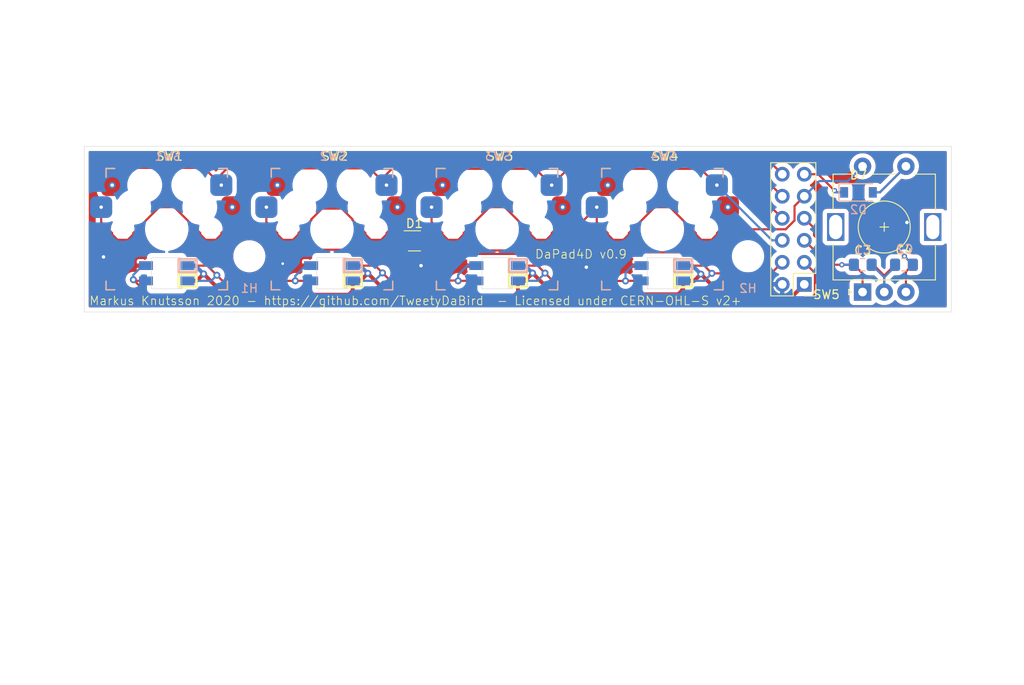
<source format=kicad_pcb>
(kicad_pcb (version 20171130) (host pcbnew "(5.1.6)-1")

  (general
    (thickness 1.6)
    (drawings 6)
    (tracks 290)
    (zones 0)
    (modules 19)
    (nets 22)
  )

  (page A4)
  (title_block
    (title DaPad4D)
    (date 2020-11-04)
    (rev v0.9)
    (company "Markus Knutsson <markus.knutsson@tweety.se>")
    (comment 1 "https://github.com/TweetyDaBird ")
    (comment 2 "Licensed under CERN-OHL-S v2 or any superseding version")
  )

  (layers
    (0 F.Cu signal)
    (31 B.Cu signal)
    (32 B.Adhes user)
    (33 F.Adhes user)
    (34 B.Paste user)
    (35 F.Paste user)
    (36 B.SilkS user)
    (37 F.SilkS user)
    (38 B.Mask user)
    (39 F.Mask user)
    (40 Dwgs.User user)
    (41 Cmts.User user)
    (42 Eco1.User user)
    (43 Eco2.User user)
    (44 Edge.Cuts user)
    (45 Margin user)
    (46 B.CrtYd user)
    (47 F.CrtYd user)
    (48 B.Fab user)
    (49 F.Fab user)
  )

  (setup
    (last_trace_width 0.25)
    (user_trace_width 0.25)
    (user_trace_width 0.45)
    (trace_clearance 0.15)
    (zone_clearance 0.508)
    (zone_45_only no)
    (trace_min 0.15)
    (via_size 0.6)
    (via_drill 0.3)
    (via_min_size 0.6)
    (via_min_drill 0.3)
    (user_via 0.8 0.4)
    (uvia_size 0.45)
    (uvia_drill 0.2)
    (uvias_allowed no)
    (uvia_min_size 0.45)
    (uvia_min_drill 0.2)
    (edge_width 0.05)
    (segment_width 0.2)
    (pcb_text_width 0.3)
    (pcb_text_size 1.5 1.5)
    (mod_edge_width 0.12)
    (mod_text_size 1 1)
    (mod_text_width 0.15)
    (pad_size 2.55 2.5)
    (pad_drill 0)
    (pad_to_mask_clearance 0.05)
    (aux_axis_origin 47.244 70.4215)
    (visible_elements 7FFFFFFF)
    (pcbplotparams
      (layerselection 0x010f0_ffffffff)
      (usegerberextensions false)
      (usegerberattributes true)
      (usegerberadvancedattributes true)
      (creategerberjobfile false)
      (excludeedgelayer false)
      (linewidth 0.100000)
      (plotframeref false)
      (viasonmask false)
      (mode 1)
      (useauxorigin true)
      (hpglpennumber 1)
      (hpglpenspeed 20)
      (hpglpendiameter 15.000000)
      (psnegative false)
      (psa4output false)
      (plotreference true)
      (plotvalue true)
      (plotinvisibletext false)
      (padsonsilk false)
      (subtractmaskfromsilk false)
      (outputformat 1)
      (mirror false)
      (drillshape 0)
      (scaleselection 1)
      (outputdirectory "gerber/"))
  )

  (net 0 "")
  (net 1 "Net-(D1-Pad4)")
  (net 2 "Net-(D1-Pad2)")
  (net 3 "Net-(D1-Pad5)")
  (net 4 "Net-(D1-Pad1)")
  (net 5 "Net-(D2-Pad2)")
  (net 6 "Net-(D4-Pad1)")
  (net 7 "Net-(D5-Pad1)")
  (net 8 Row1)
  (net 9 Col1)
  (net 10 Col2)
  (net 11 Col3)
  (net 12 Col4)
  (net 13 D1)
  (net 14 D0)
  (net 15 VCC)
  (net 16 GND)
  (net 17 Col5)
  (net 18 "Net-(D3-Pad1)")
  (net 19 "Net-(C1-Pad2)")
  (net 20 RGB_IN)
  (net 21 RGB_OUT)

  (net_class Default "This is the default net class."
    (clearance 0.15)
    (trace_width 0.25)
    (via_dia 0.6)
    (via_drill 0.3)
    (uvia_dia 0.45)
    (uvia_drill 0.2)
    (add_net Col1)
    (add_net Col2)
    (add_net Col3)
    (add_net Col4)
    (add_net Col5)
    (add_net D0)
    (add_net D1)
    (add_net "Net-(C1-Pad2)")
    (add_net "Net-(D1-Pad1)")
    (add_net "Net-(D1-Pad2)")
    (add_net "Net-(D1-Pad4)")
    (add_net "Net-(D1-Pad5)")
    (add_net "Net-(D2-Pad2)")
    (add_net "Net-(D3-Pad1)")
    (add_net "Net-(D4-Pad1)")
    (add_net "Net-(D5-Pad1)")
    (add_net RGB_IN)
    (add_net RGB_OUT)
    (add_net Row1)
  )

  (net_class Power ""
    (clearance 0.25)
    (trace_width 0.45)
    (via_dia 0.8)
    (via_drill 0.4)
    (uvia_dia 0.45)
    (uvia_drill 0.2)
    (add_net GND)
    (add_net VCC)
  )

  (module Diode_SMD:D_SOD-123 (layer F.Cu) (tedit 58645DC7) (tstamp 5FA5442F)
    (at 136.5377 56.6547)
    (descr SOD-123)
    (tags SOD-123)
    (path /5FB9802D)
    (attr smd)
    (fp_text reference D7 (at 0 -2) (layer F.SilkS)
      (effects (font (size 1 1) (thickness 0.15)))
    )
    (fp_text value 1N4148W (at 0 2.1) (layer F.Fab)
      (effects (font (size 1 1) (thickness 0.15)))
    )
    (fp_line (start -2.25 -1) (end 1.65 -1) (layer F.SilkS) (width 0.12))
    (fp_line (start -2.25 1) (end 1.65 1) (layer F.SilkS) (width 0.12))
    (fp_line (start -2.35 -1.15) (end -2.35 1.15) (layer F.CrtYd) (width 0.05))
    (fp_line (start 2.35 1.15) (end -2.35 1.15) (layer F.CrtYd) (width 0.05))
    (fp_line (start 2.35 -1.15) (end 2.35 1.15) (layer F.CrtYd) (width 0.05))
    (fp_line (start -2.35 -1.15) (end 2.35 -1.15) (layer F.CrtYd) (width 0.05))
    (fp_line (start -1.4 -0.9) (end 1.4 -0.9) (layer F.Fab) (width 0.1))
    (fp_line (start 1.4 -0.9) (end 1.4 0.9) (layer F.Fab) (width 0.1))
    (fp_line (start 1.4 0.9) (end -1.4 0.9) (layer F.Fab) (width 0.1))
    (fp_line (start -1.4 0.9) (end -1.4 -0.9) (layer F.Fab) (width 0.1))
    (fp_line (start -0.75 0) (end -0.35 0) (layer F.Fab) (width 0.1))
    (fp_line (start -0.35 0) (end -0.35 -0.55) (layer F.Fab) (width 0.1))
    (fp_line (start -0.35 0) (end -0.35 0.55) (layer F.Fab) (width 0.1))
    (fp_line (start -0.35 0) (end 0.25 -0.4) (layer F.Fab) (width 0.1))
    (fp_line (start 0.25 -0.4) (end 0.25 0.4) (layer F.Fab) (width 0.1))
    (fp_line (start 0.25 0.4) (end -0.35 0) (layer F.Fab) (width 0.1))
    (fp_line (start 0.25 0) (end 0.75 0) (layer F.Fab) (width 0.1))
    (fp_line (start -2.25 -1) (end -2.25 1) (layer F.SilkS) (width 0.12))
    (fp_text user %R (at 0 -2) (layer F.Fab)
      (effects (font (size 1 1) (thickness 0.15)))
    )
    (pad 2 smd rect (at 1.65 0) (size 0.9 1.2) (layers F.Cu F.Paste F.Mask)
      (net 5 "Net-(D2-Pad2)"))
    (pad 1 smd rect (at -1.65 0) (size 0.9 1.2) (layers F.Cu F.Paste F.Mask)
      (net 17 Col5))
    (model ${KISYS3DMOD}/Diode_SMD.3dshapes/D_SOD-123.wrl
      (at (xyz 0 0 0))
      (scale (xyz 1 1 1))
      (rotate (xyz 0 0 0))
    )
  )

  (module Capacitor_SMD:C_0805_2012Metric_Pad1.15x1.40mm_HandSolder (layer F.Cu) (tedit 5B36C52B) (tstamp 5FA536A9)
    (at 141.783 64.9986)
    (descr "Capacitor SMD 0805 (2012 Metric), square (rectangular) end terminal, IPC_7351 nominal with elongated pad for handsoldering. (Body size source: https://docs.google.com/spreadsheets/d/1BsfQQcO9C6DZCsRaXUlFlo91Tg2WpOkGARC1WS5S8t0/edit?usp=sharing), generated with kicad-footprint-generator")
    (tags "capacitor handsolder")
    (path /5FB954A9)
    (attr smd)
    (fp_text reference C4 (at 0 -1.65) (layer F.SilkS)
      (effects (font (size 1 1) (thickness 0.15)))
    )
    (fp_text value C (at 0 1.65) (layer F.Fab)
      (effects (font (size 1 1) (thickness 0.15)))
    )
    (fp_line (start 1.85 0.95) (end -1.85 0.95) (layer F.CrtYd) (width 0.05))
    (fp_line (start 1.85 -0.95) (end 1.85 0.95) (layer F.CrtYd) (width 0.05))
    (fp_line (start -1.85 -0.95) (end 1.85 -0.95) (layer F.CrtYd) (width 0.05))
    (fp_line (start -1.85 0.95) (end -1.85 -0.95) (layer F.CrtYd) (width 0.05))
    (fp_line (start -0.261252 0.71) (end 0.261252 0.71) (layer F.SilkS) (width 0.12))
    (fp_line (start -0.261252 -0.71) (end 0.261252 -0.71) (layer F.SilkS) (width 0.12))
    (fp_line (start 1 0.6) (end -1 0.6) (layer F.Fab) (width 0.1))
    (fp_line (start 1 -0.6) (end 1 0.6) (layer F.Fab) (width 0.1))
    (fp_line (start -1 -0.6) (end 1 -0.6) (layer F.Fab) (width 0.1))
    (fp_line (start -1 0.6) (end -1 -0.6) (layer F.Fab) (width 0.1))
    (fp_text user %R (at 0 0) (layer F.Fab)
      (effects (font (size 0.5 0.5) (thickness 0.08)))
    )
    (pad 2 smd roundrect (at 1.025 0) (size 1.15 1.4) (layers F.Cu F.Paste F.Mask) (roundrect_rratio 0.217391)
      (net 13 D1))
    (pad 1 smd roundrect (at -1.025 0) (size 1.15 1.4) (layers F.Cu F.Paste F.Mask) (roundrect_rratio 0.217391)
      (net 19 "Net-(C1-Pad2)"))
    (model ${KISYS3DMOD}/Capacitor_SMD.3dshapes/C_0805_2012Metric.wrl
      (at (xyz 0 0 0))
      (scale (xyz 1 1 1))
      (rotate (xyz 0 0 0))
    )
  )

  (module Capacitor_SMD:C_0805_2012Metric_Pad1.15x1.40mm_HandSolder (layer F.Cu) (tedit 5B36C52B) (tstamp 5FA53698)
    (at 137.033 64.9986)
    (descr "Capacitor SMD 0805 (2012 Metric), square (rectangular) end terminal, IPC_7351 nominal with elongated pad for handsoldering. (Body size source: https://docs.google.com/spreadsheets/d/1BsfQQcO9C6DZCsRaXUlFlo91Tg2WpOkGARC1WS5S8t0/edit?usp=sharing), generated with kicad-footprint-generator")
    (tags "capacitor handsolder")
    (path /5FB9513B)
    (attr smd)
    (fp_text reference C3 (at 0 -1.65) (layer F.SilkS)
      (effects (font (size 1 1) (thickness 0.15)))
    )
    (fp_text value C (at 0 1.65) (layer F.Fab)
      (effects (font (size 1 1) (thickness 0.15)))
    )
    (fp_line (start 1.85 0.95) (end -1.85 0.95) (layer F.CrtYd) (width 0.05))
    (fp_line (start 1.85 -0.95) (end 1.85 0.95) (layer F.CrtYd) (width 0.05))
    (fp_line (start -1.85 -0.95) (end 1.85 -0.95) (layer F.CrtYd) (width 0.05))
    (fp_line (start -1.85 0.95) (end -1.85 -0.95) (layer F.CrtYd) (width 0.05))
    (fp_line (start -0.261252 0.71) (end 0.261252 0.71) (layer F.SilkS) (width 0.12))
    (fp_line (start -0.261252 -0.71) (end 0.261252 -0.71) (layer F.SilkS) (width 0.12))
    (fp_line (start 1 0.6) (end -1 0.6) (layer F.Fab) (width 0.1))
    (fp_line (start 1 -0.6) (end 1 0.6) (layer F.Fab) (width 0.1))
    (fp_line (start -1 -0.6) (end 1 -0.6) (layer F.Fab) (width 0.1))
    (fp_line (start -1 0.6) (end -1 -0.6) (layer F.Fab) (width 0.1))
    (fp_text user %R (at 0 0) (layer F.Fab)
      (effects (font (size 0.5 0.5) (thickness 0.08)))
    )
    (pad 2 smd roundrect (at 1.025 0) (size 1.15 1.4) (layers F.Cu F.Paste F.Mask) (roundrect_rratio 0.217391)
      (net 19 "Net-(C1-Pad2)"))
    (pad 1 smd roundrect (at -1.025 0) (size 1.15 1.4) (layers F.Cu F.Paste F.Mask) (roundrect_rratio 0.217391)
      (net 14 D0))
    (model ${KISYS3DMOD}/Capacitor_SMD.3dshapes/C_0805_2012Metric.wrl
      (at (xyz 0 0 0))
      (scale (xyz 1 1 1))
      (rotate (xyz 0 0 0))
    )
  )

  (module MountingHole:MountingHole_2.7mm_M2.5 (layer B.Cu) (tedit 56D1B4CB) (tstamp 5FA52013)
    (at 123.7996 64.0207)
    (descr "Mounting Hole 2.7mm, no annular, M2.5")
    (tags "mounting hole 2.7mm no annular m2.5")
    (path /5FB8E4A6)
    (attr virtual)
    (fp_text reference H2 (at 0 3.7) (layer B.SilkS)
      (effects (font (size 1 1) (thickness 0.15)) (justify mirror))
    )
    (fp_text value Hole (at 0 -3.7) (layer B.Fab)
      (effects (font (size 1 1) (thickness 0.15)) (justify mirror))
    )
    (fp_circle (center 0 0) (end 2.95 0) (layer B.CrtYd) (width 0.05))
    (fp_circle (center 0 0) (end 2.7 0) (layer Cmts.User) (width 0.15))
    (fp_text user %R (at 0.3 0) (layer B.Fab)
      (effects (font (size 1 1) (thickness 0.15)) (justify mirror))
    )
    (pad 1 np_thru_hole circle (at 0 0) (size 2.7 2.7) (drill 2.7) (layers *.Cu *.Mask))
  )

  (module MountingHole:MountingHole_2.7mm_M2.5 (layer B.Cu) (tedit 56D1B4CB) (tstamp 5FA5155D)
    (at 66.294 64.0207)
    (descr "Mounting Hole 2.7mm, no annular, M2.5")
    (tags "mounting hole 2.7mm no annular m2.5")
    (path /5FB8C959)
    (attr virtual)
    (fp_text reference H1 (at 0 3.7) (layer B.SilkS)
      (effects (font (size 1 1) (thickness 0.15)) (justify mirror))
    )
    (fp_text value Hole (at 0 -3.7) (layer B.Fab)
      (effects (font (size 1 1) (thickness 0.15)) (justify mirror))
    )
    (fp_circle (center 0 0) (end 2.95 0) (layer B.CrtYd) (width 0.05))
    (fp_circle (center 0 0) (end 2.7 0) (layer Cmts.User) (width 0.15))
    (fp_text user %R (at 0.3 0) (layer B.Fab)
      (effects (font (size 1 1) (thickness 0.15)) (justify mirror))
    )
    (pad 1 np_thru_hole circle (at 0 0) (size 2.7 2.7) (drill 2.7) (layers *.Cu *.Mask))
  )

  (module "Keyboard Library:Kailh_socket_MX_reversible_1.0u" (layer F.Cu) (tedit 5FA2E8B2) (tstamp 5FA82523)
    (at 113.919 60.8965)
    (descr "MX-style keyswitch with reversible Kailh socket mount")
    (tags MX,cherry,gateron,kailh,pg1511,socket)
    (path /5FCF0092)
    (fp_text reference SW4 (at 0.33 -8.41) (layer F.SilkS)
      (effects (font (size 1 1) (thickness 0.15)))
    )
    (fp_text value SW_Push (at 0 8.255) (layer F.Fab)
      (effects (font (size 1 1) (thickness 0.15)))
    )
    (fp_line (start 9.525 9.525) (end -9.525 9.525) (layer Eco2.User) (width 0.12))
    (fp_line (start 9.525 -9.525) (end 9.525 9.525) (layer Eco2.User) (width 0.12))
    (fp_line (start -9.525 -9.525) (end 9.525 -9.525) (layer Eco2.User) (width 0.12))
    (fp_line (start -9.525 9.525) (end -9.525 -9.525) (layer Eco2.User) (width 0.12))
    (fp_line (start 0.8 4.25) (end 0.8 5.85) (layer Eco2.User) (width 0.12))
    (fp_line (start -0.8 4.25) (end 0.8 4.25) (layer Eco2.User) (width 0.12))
    (fp_line (start -0.8 5.85) (end -0.8 4.25) (layer Eco2.User) (width 0.12))
    (fp_line (start 0.8 5.85) (end -0.8 5.85) (layer Eco2.User) (width 0.12))
    (fp_line (start 7 6) (end 7 7) (layer F.SilkS) (width 0.15))
    (fp_line (start 7 7) (end 6 7) (layer B.SilkS) (width 0.15))
    (fp_line (start 6 -7) (end 7 -7) (layer F.SilkS) (width 0.15))
    (fp_line (start 7 -7) (end 7 -6) (layer B.SilkS) (width 0.15))
    (fp_line (start -7 -6) (end -7 -7) (layer F.SilkS) (width 0.15))
    (fp_line (start -7 -7) (end -6 -7) (layer F.SilkS) (width 0.15))
    (fp_line (start -6 7) (end -7 7) (layer F.SilkS) (width 0.15))
    (fp_line (start -7 7) (end -7 6) (layer B.SilkS) (width 0.15))
    (fp_line (start 7.5 7.5) (end -7.5 7.5) (layer B.Fab) (width 0.15))
    (fp_line (start -7.5 7.5) (end -7.5 -7.5) (layer B.Fab) (width 0.15))
    (fp_line (start -7.5 -7.5) (end 7.5 -7.5) (layer B.Fab) (width 0.15))
    (fp_line (start 7.5 -7.5) (end 7.5 7.5) (layer B.Fab) (width 0.15))
    (fp_line (start 6 -7) (end 7 -7) (layer B.SilkS) (width 0.15))
    (fp_line (start 7 -7) (end 7 -6) (layer F.SilkS) (width 0.15))
    (fp_line (start -7 -6) (end -7 -7) (layer B.SilkS) (width 0.15))
    (fp_line (start -7 -7) (end -6 -7) (layer B.SilkS) (width 0.15))
    (fp_line (start -6 7) (end -7 7) (layer B.SilkS) (width 0.15))
    (fp_line (start -7 7) (end -7 6) (layer F.SilkS) (width 0.15))
    (fp_line (start 7 6) (end 7 7) (layer B.SilkS) (width 0.15))
    (fp_line (start 7 7) (end 6 7) (layer F.SilkS) (width 0.15))
    (fp_line (start 3.81 -6.985) (end -5.08 -6.985) (layer F.Fab) (width 0.12))
    (fp_line (start -5.08 -6.985) (end -5.08 -2.54) (layer F.Fab) (width 0.12))
    (fp_line (start -5.08 -2.54) (end 0 -2.54) (layer F.Fab) (width 0.12))
    (fp_line (start 2.54 -0.635) (end 6.35 -0.635) (layer F.Fab) (width 0.12))
    (fp_line (start 6.35 -0.635) (end 6.35 -4.445) (layer F.Fab) (width 0.12))
    (fp_line (start -5.08 -6.35) (end -7.62 -6.35) (layer F.Fab) (width 0.12))
    (fp_line (start -7.62 -6.35) (end -7.62 -3.81) (layer F.Fab) (width 0.12))
    (fp_line (start -7.62 -3.81) (end -5.08 -3.81) (layer F.Fab) (width 0.12))
    (fp_line (start 6.35 -1.27) (end 8.89 -1.27) (layer F.Fab) (width 0.12))
    (fp_line (start 8.89 -1.27) (end 8.89 -3.81) (layer F.Fab) (width 0.12))
    (fp_line (start 8.89 -3.81) (end 6.35 -3.81) (layer F.Fab) (width 0.12))
    (fp_line (start -6.35 -4.445) (end -6.35 -0.635) (layer B.Fab) (width 0.12))
    (fp_line (start -6.35 -0.635) (end -2.54 -0.635) (layer B.Fab) (width 0.12))
    (fp_line (start 0 -2.54) (end 5.08 -2.54) (layer B.Fab) (width 0.12))
    (fp_line (start 5.08 -2.54) (end 5.08 -6.985) (layer B.Fab) (width 0.12))
    (fp_line (start 5.08 -6.985) (end -3.81 -6.985) (layer B.Fab) (width 0.12))
    (fp_line (start -6.35 -3.81) (end -8.89 -3.81) (layer B.Fab) (width 0.12))
    (fp_line (start -8.89 -3.81) (end -8.89 -1.27) (layer B.Fab) (width 0.12))
    (fp_line (start -8.89 -1.27) (end -6.35 -1.27) (layer B.Fab) (width 0.12))
    (fp_line (start 5.08 -3.81) (end 7.62 -3.81) (layer B.Fab) (width 0.12))
    (fp_line (start 7.62 -3.81) (end 7.62 -6.35) (layer B.Fab) (width 0.12))
    (fp_line (start 7.62 -6.35) (end 5.08 -6.35) (layer B.Fab) (width 0.12))
    (fp_line (start 7.5 -7.5) (end 7.5 7.5) (layer F.Fab) (width 0.15))
    (fp_line (start -7.5 7.5) (end -7.52 -7.5) (layer F.CrtYd) (width 0.05))
    (fp_line (start -7.5 -7.5) (end 7.5 -7.5) (layer F.Fab) (width 0.15))
    (fp_line (start 7.5 7.5) (end -7.5 7.5) (layer F.Fab) (width 0.15))
    (fp_line (start -7 7) (end -7 -7) (layer Eco1.User) (width 0.1))
    (fp_line (start 7 7) (end -7 7) (layer Eco1.User) (width 0.1))
    (fp_line (start 7 7) (end 7 -7) (layer Eco1.User) (width 0.1))
    (fp_line (start 7 -7) (end -7.000122 -7.000057) (layer Eco1.User) (width 0.1))
    (fp_line (start 7.48 7.5) (end -7.52 7.5) (layer F.CrtYd) (width 0.05))
    (fp_line (start -7.52 -7.5) (end 7.48 -7.5) (layer F.CrtYd) (width 0.05))
    (fp_line (start 7.48 -7.5) (end 7.48 7.5) (layer F.CrtYd) (width 0.05))
    (fp_line (start -7.52 7.5) (end -7.52 -7.5) (layer F.Fab) (width 0.15))
    (fp_arc (start -3.81 -4.445) (end -3.81 -6.985) (angle -90) (layer B.Fab) (width 0.12))
    (fp_arc (start 0 0) (end 0 -2.54) (angle -75.96375653) (layer B.Fab) (width 0.12))
    (fp_arc (start 3.81 -4.445) (end 6.35 -4.445) (angle -90) (layer F.Fab) (width 0.12))
    (fp_arc (start 0 0) (end 2.539999 -0.634999) (angle -75.96375653) (layer F.Fab) (width 0.12))
    (fp_text user %V (at 0 8.255) (layer B.Fab)
      (effects (font (size 1 1) (thickness 0.15)) (justify mirror))
    )
    (fp_text user %R (at 0.12 -8.41 180) (layer B.SilkS)
      (effects (font (size 1 1) (thickness 0.15)) (justify mirror))
    )
    (pad "" np_thru_hole circle (at 3.81 -2.54 206.5) (size 3 3) (drill 3) (layers *.Cu *.Mask)
      (clearance 0.254))
    (pad "" np_thru_hole circle (at -2.54 -5.08 206.5) (size 3 3) (drill 3) (layers *.Cu *.Mask)
      (clearance 0.254))
    (pad "" np_thru_hole circle (at -3.81 -2.54 153.5) (size 3 3) (drill 3) (layers *.Cu *.Mask)
      (clearance 0.254))
    (pad "" np_thru_hole circle (at 2.54 -5.08 206.5) (size 3 3) (drill 3) (layers *.Cu *.Mask)
      (clearance 0.254))
    (pad 2 smd roundrect (at 7.56 -2.54 180) (size 2.55 2.5) (layers F.Cu F.Paste F.Mask) (roundrect_rratio 0.25)
      (net 1 "Net-(D1-Pad4)"))
    (pad "" np_thru_hole circle (at 5.08 0 180) (size 1.7018 1.7018) (drill 1.7018) (layers *.Cu *.Mask)
      (clearance 0.254))
    (pad "" np_thru_hole circle (at -5.08 0 180) (size 1.7018 1.7018) (drill 1.7018) (layers *.Cu *.Mask)
      (clearance 0.254))
    (pad "" np_thru_hole circle (at 0 0 180) (size 3.9878 3.9878) (drill 3.9878) (layers *.Cu *.Mask)
      (clearance 0.254))
    (pad 1 smd roundrect (at -6.29 -5.08 180) (size 2.55 2.5) (layers F.Cu F.Paste F.Mask) (roundrect_rratio 0.25)
      (net 12 Col4))
    (pad 1 smd roundrect (at 6.29 -5.08 180) (size 2.55 2.5) (layers B.Cu B.Paste B.Mask) (roundrect_rratio 0.25)
      (net 12 Col4))
    (pad 2 smd roundrect (at -7.56 -2.54 180) (size 2.55 2.5) (layers B.Cu B.Paste B.Mask) (roundrect_rratio 0.25)
      (net 1 "Net-(D1-Pad4)"))
  )

  (module "Keyboard Library:Kailh_socket_MX_reversible_1.0u" (layer F.Cu) (tedit 5FA2E8B2) (tstamp 5FA824F3)
    (at 94.869 60.8965)
    (descr "MX-style keyswitch with reversible Kailh socket mount")
    (tags MX,cherry,gateron,kailh,pg1511,socket)
    (path /5FCEFD49)
    (fp_text reference SW3 (at 0.33 -8.41) (layer F.SilkS)
      (effects (font (size 1 1) (thickness 0.15)))
    )
    (fp_text value SW_Push (at 0 8.255) (layer F.Fab)
      (effects (font (size 1 1) (thickness 0.15)))
    )
    (fp_line (start 9.525 9.525) (end -9.525 9.525) (layer Eco2.User) (width 0.12))
    (fp_line (start 9.525 -9.525) (end 9.525 9.525) (layer Eco2.User) (width 0.12))
    (fp_line (start -9.525 -9.525) (end 9.525 -9.525) (layer Eco2.User) (width 0.12))
    (fp_line (start -9.525 9.525) (end -9.525 -9.525) (layer Eco2.User) (width 0.12))
    (fp_line (start 0.8 4.25) (end 0.8 5.85) (layer Eco2.User) (width 0.12))
    (fp_line (start -0.8 4.25) (end 0.8 4.25) (layer Eco2.User) (width 0.12))
    (fp_line (start -0.8 5.85) (end -0.8 4.25) (layer Eco2.User) (width 0.12))
    (fp_line (start 0.8 5.85) (end -0.8 5.85) (layer Eco2.User) (width 0.12))
    (fp_line (start 7 6) (end 7 7) (layer F.SilkS) (width 0.15))
    (fp_line (start 7 7) (end 6 7) (layer B.SilkS) (width 0.15))
    (fp_line (start 6 -7) (end 7 -7) (layer F.SilkS) (width 0.15))
    (fp_line (start 7 -7) (end 7 -6) (layer B.SilkS) (width 0.15))
    (fp_line (start -7 -6) (end -7 -7) (layer F.SilkS) (width 0.15))
    (fp_line (start -7 -7) (end -6 -7) (layer F.SilkS) (width 0.15))
    (fp_line (start -6 7) (end -7 7) (layer F.SilkS) (width 0.15))
    (fp_line (start -7 7) (end -7 6) (layer B.SilkS) (width 0.15))
    (fp_line (start 7.5 7.5) (end -7.5 7.5) (layer B.Fab) (width 0.15))
    (fp_line (start -7.5 7.5) (end -7.5 -7.5) (layer B.Fab) (width 0.15))
    (fp_line (start -7.5 -7.5) (end 7.5 -7.5) (layer B.Fab) (width 0.15))
    (fp_line (start 7.5 -7.5) (end 7.5 7.5) (layer B.Fab) (width 0.15))
    (fp_line (start 6 -7) (end 7 -7) (layer B.SilkS) (width 0.15))
    (fp_line (start 7 -7) (end 7 -6) (layer F.SilkS) (width 0.15))
    (fp_line (start -7 -6) (end -7 -7) (layer B.SilkS) (width 0.15))
    (fp_line (start -7 -7) (end -6 -7) (layer B.SilkS) (width 0.15))
    (fp_line (start -6 7) (end -7 7) (layer B.SilkS) (width 0.15))
    (fp_line (start -7 7) (end -7 6) (layer F.SilkS) (width 0.15))
    (fp_line (start 7 6) (end 7 7) (layer B.SilkS) (width 0.15))
    (fp_line (start 7 7) (end 6 7) (layer F.SilkS) (width 0.15))
    (fp_line (start 3.81 -6.985) (end -5.08 -6.985) (layer F.Fab) (width 0.12))
    (fp_line (start -5.08 -6.985) (end -5.08 -2.54) (layer F.Fab) (width 0.12))
    (fp_line (start -5.08 -2.54) (end 0 -2.54) (layer F.Fab) (width 0.12))
    (fp_line (start 2.54 -0.635) (end 6.35 -0.635) (layer F.Fab) (width 0.12))
    (fp_line (start 6.35 -0.635) (end 6.35 -4.445) (layer F.Fab) (width 0.12))
    (fp_line (start -5.08 -6.35) (end -7.62 -6.35) (layer F.Fab) (width 0.12))
    (fp_line (start -7.62 -6.35) (end -7.62 -3.81) (layer F.Fab) (width 0.12))
    (fp_line (start -7.62 -3.81) (end -5.08 -3.81) (layer F.Fab) (width 0.12))
    (fp_line (start 6.35 -1.27) (end 8.89 -1.27) (layer F.Fab) (width 0.12))
    (fp_line (start 8.89 -1.27) (end 8.89 -3.81) (layer F.Fab) (width 0.12))
    (fp_line (start 8.89 -3.81) (end 6.35 -3.81) (layer F.Fab) (width 0.12))
    (fp_line (start -6.35 -4.445) (end -6.35 -0.635) (layer B.Fab) (width 0.12))
    (fp_line (start -6.35 -0.635) (end -2.54 -0.635) (layer B.Fab) (width 0.12))
    (fp_line (start 0 -2.54) (end 5.08 -2.54) (layer B.Fab) (width 0.12))
    (fp_line (start 5.08 -2.54) (end 5.08 -6.985) (layer B.Fab) (width 0.12))
    (fp_line (start 5.08 -6.985) (end -3.81 -6.985) (layer B.Fab) (width 0.12))
    (fp_line (start -6.35 -3.81) (end -8.89 -3.81) (layer B.Fab) (width 0.12))
    (fp_line (start -8.89 -3.81) (end -8.89 -1.27) (layer B.Fab) (width 0.12))
    (fp_line (start -8.89 -1.27) (end -6.35 -1.27) (layer B.Fab) (width 0.12))
    (fp_line (start 5.08 -3.81) (end 7.62 -3.81) (layer B.Fab) (width 0.12))
    (fp_line (start 7.62 -3.81) (end 7.62 -6.35) (layer B.Fab) (width 0.12))
    (fp_line (start 7.62 -6.35) (end 5.08 -6.35) (layer B.Fab) (width 0.12))
    (fp_line (start 7.5 -7.5) (end 7.5 7.5) (layer F.Fab) (width 0.15))
    (fp_line (start -7.5 7.5) (end -7.52 -7.5) (layer F.CrtYd) (width 0.05))
    (fp_line (start -7.5 -7.5) (end 7.5 -7.5) (layer F.Fab) (width 0.15))
    (fp_line (start 7.5 7.5) (end -7.5 7.5) (layer F.Fab) (width 0.15))
    (fp_line (start -7 7) (end -7 -7) (layer Eco1.User) (width 0.1))
    (fp_line (start 7 7) (end -7 7) (layer Eco1.User) (width 0.1))
    (fp_line (start 7 7) (end 7 -7) (layer Eco1.User) (width 0.1))
    (fp_line (start 7 -7) (end -7.000122 -7.000057) (layer Eco1.User) (width 0.1))
    (fp_line (start 7.48 7.5) (end -7.52 7.5) (layer F.CrtYd) (width 0.05))
    (fp_line (start -7.52 -7.5) (end 7.48 -7.5) (layer F.CrtYd) (width 0.05))
    (fp_line (start 7.48 -7.5) (end 7.48 7.5) (layer F.CrtYd) (width 0.05))
    (fp_line (start -7.52 7.5) (end -7.52 -7.5) (layer F.Fab) (width 0.15))
    (fp_arc (start -3.81 -4.445) (end -3.81 -6.985) (angle -90) (layer B.Fab) (width 0.12))
    (fp_arc (start 0 0) (end 0 -2.54) (angle -75.96375653) (layer B.Fab) (width 0.12))
    (fp_arc (start 3.81 -4.445) (end 6.35 -4.445) (angle -90) (layer F.Fab) (width 0.12))
    (fp_arc (start 0 0) (end 2.539999 -0.634999) (angle -75.96375653) (layer F.Fab) (width 0.12))
    (fp_text user %V (at 0 8.255) (layer B.Fab)
      (effects (font (size 1 1) (thickness 0.15)) (justify mirror))
    )
    (fp_text user %R (at 0.12 -8.41 180) (layer B.SilkS)
      (effects (font (size 1 1) (thickness 0.15)) (justify mirror))
    )
    (pad "" np_thru_hole circle (at 3.81 -2.54 206.5) (size 3 3) (drill 3) (layers *.Cu *.Mask)
      (clearance 0.254))
    (pad "" np_thru_hole circle (at -2.54 -5.08 206.5) (size 3 3) (drill 3) (layers *.Cu *.Mask)
      (clearance 0.254))
    (pad "" np_thru_hole circle (at -3.81 -2.54 153.5) (size 3 3) (drill 3) (layers *.Cu *.Mask)
      (clearance 0.254))
    (pad "" np_thru_hole circle (at 2.54 -5.08 206.5) (size 3 3) (drill 3) (layers *.Cu *.Mask)
      (clearance 0.254))
    (pad 2 smd roundrect (at 7.56 -2.54 180) (size 2.55 2.5) (layers F.Cu F.Paste F.Mask) (roundrect_rratio 0.25)
      (net 3 "Net-(D1-Pad5)"))
    (pad "" np_thru_hole circle (at 5.08 0 180) (size 1.7018 1.7018) (drill 1.7018) (layers *.Cu *.Mask)
      (clearance 0.254))
    (pad "" np_thru_hole circle (at -5.08 0 180) (size 1.7018 1.7018) (drill 1.7018) (layers *.Cu *.Mask)
      (clearance 0.254))
    (pad "" np_thru_hole circle (at 0 0 180) (size 3.9878 3.9878) (drill 3.9878) (layers *.Cu *.Mask)
      (clearance 0.254))
    (pad 1 smd roundrect (at -6.29 -5.08 180) (size 2.55 2.5) (layers F.Cu F.Paste F.Mask) (roundrect_rratio 0.25)
      (net 11 Col3))
    (pad 1 smd roundrect (at 6.29 -5.08 180) (size 2.55 2.5) (layers B.Cu B.Paste B.Mask) (roundrect_rratio 0.25)
      (net 11 Col3))
    (pad 2 smd roundrect (at -7.56 -2.54 180) (size 2.55 2.5) (layers B.Cu B.Paste B.Mask) (roundrect_rratio 0.25)
      (net 3 "Net-(D1-Pad5)"))
  )

  (module "Keyboard Library:Kailh_socket_MX_reversible_1.0u" (layer F.Cu) (tedit 5FA2E8B2) (tstamp 5FA824C3)
    (at 75.819 60.8965)
    (descr "MX-style keyswitch with reversible Kailh socket mount")
    (tags MX,cherry,gateron,kailh,pg1511,socket)
    (path /5FCEF6D3)
    (fp_text reference SW2 (at 0.33 -8.41) (layer F.SilkS)
      (effects (font (size 1 1) (thickness 0.15)))
    )
    (fp_text value SW_Push (at 0 8.255) (layer F.Fab)
      (effects (font (size 1 1) (thickness 0.15)))
    )
    (fp_line (start 9.525 9.525) (end -9.525 9.525) (layer Eco2.User) (width 0.12))
    (fp_line (start 9.525 -9.525) (end 9.525 9.525) (layer Eco2.User) (width 0.12))
    (fp_line (start -9.525 -9.525) (end 9.525 -9.525) (layer Eco2.User) (width 0.12))
    (fp_line (start -9.525 9.525) (end -9.525 -9.525) (layer Eco2.User) (width 0.12))
    (fp_line (start 0.8 4.25) (end 0.8 5.85) (layer Eco2.User) (width 0.12))
    (fp_line (start -0.8 4.25) (end 0.8 4.25) (layer Eco2.User) (width 0.12))
    (fp_line (start -0.8 5.85) (end -0.8 4.25) (layer Eco2.User) (width 0.12))
    (fp_line (start 0.8 5.85) (end -0.8 5.85) (layer Eco2.User) (width 0.12))
    (fp_line (start 7 6) (end 7 7) (layer F.SilkS) (width 0.15))
    (fp_line (start 7 7) (end 6 7) (layer B.SilkS) (width 0.15))
    (fp_line (start 6 -7) (end 7 -7) (layer F.SilkS) (width 0.15))
    (fp_line (start 7 -7) (end 7 -6) (layer B.SilkS) (width 0.15))
    (fp_line (start -7 -6) (end -7 -7) (layer F.SilkS) (width 0.15))
    (fp_line (start -7 -7) (end -6 -7) (layer F.SilkS) (width 0.15))
    (fp_line (start -6 7) (end -7 7) (layer F.SilkS) (width 0.15))
    (fp_line (start -7 7) (end -7 6) (layer B.SilkS) (width 0.15))
    (fp_line (start 7.5 7.5) (end -7.5 7.5) (layer B.Fab) (width 0.15))
    (fp_line (start -7.5 7.5) (end -7.5 -7.5) (layer B.Fab) (width 0.15))
    (fp_line (start -7.5 -7.5) (end 7.5 -7.5) (layer B.Fab) (width 0.15))
    (fp_line (start 7.5 -7.5) (end 7.5 7.5) (layer B.Fab) (width 0.15))
    (fp_line (start 6 -7) (end 7 -7) (layer B.SilkS) (width 0.15))
    (fp_line (start 7 -7) (end 7 -6) (layer F.SilkS) (width 0.15))
    (fp_line (start -7 -6) (end -7 -7) (layer B.SilkS) (width 0.15))
    (fp_line (start -7 -7) (end -6 -7) (layer B.SilkS) (width 0.15))
    (fp_line (start -6 7) (end -7 7) (layer B.SilkS) (width 0.15))
    (fp_line (start -7 7) (end -7 6) (layer F.SilkS) (width 0.15))
    (fp_line (start 7 6) (end 7 7) (layer B.SilkS) (width 0.15))
    (fp_line (start 7 7) (end 6 7) (layer F.SilkS) (width 0.15))
    (fp_line (start 3.81 -6.985) (end -5.08 -6.985) (layer F.Fab) (width 0.12))
    (fp_line (start -5.08 -6.985) (end -5.08 -2.54) (layer F.Fab) (width 0.12))
    (fp_line (start -5.08 -2.54) (end 0 -2.54) (layer F.Fab) (width 0.12))
    (fp_line (start 2.54 -0.635) (end 6.35 -0.635) (layer F.Fab) (width 0.12))
    (fp_line (start 6.35 -0.635) (end 6.35 -4.445) (layer F.Fab) (width 0.12))
    (fp_line (start -5.08 -6.35) (end -7.62 -6.35) (layer F.Fab) (width 0.12))
    (fp_line (start -7.62 -6.35) (end -7.62 -3.81) (layer F.Fab) (width 0.12))
    (fp_line (start -7.62 -3.81) (end -5.08 -3.81) (layer F.Fab) (width 0.12))
    (fp_line (start 6.35 -1.27) (end 8.89 -1.27) (layer F.Fab) (width 0.12))
    (fp_line (start 8.89 -1.27) (end 8.89 -3.81) (layer F.Fab) (width 0.12))
    (fp_line (start 8.89 -3.81) (end 6.35 -3.81) (layer F.Fab) (width 0.12))
    (fp_line (start -6.35 -4.445) (end -6.35 -0.635) (layer B.Fab) (width 0.12))
    (fp_line (start -6.35 -0.635) (end -2.54 -0.635) (layer B.Fab) (width 0.12))
    (fp_line (start 0 -2.54) (end 5.08 -2.54) (layer B.Fab) (width 0.12))
    (fp_line (start 5.08 -2.54) (end 5.08 -6.985) (layer B.Fab) (width 0.12))
    (fp_line (start 5.08 -6.985) (end -3.81 -6.985) (layer B.Fab) (width 0.12))
    (fp_line (start -6.35 -3.81) (end -8.89 -3.81) (layer B.Fab) (width 0.12))
    (fp_line (start -8.89 -3.81) (end -8.89 -1.27) (layer B.Fab) (width 0.12))
    (fp_line (start -8.89 -1.27) (end -6.35 -1.27) (layer B.Fab) (width 0.12))
    (fp_line (start 5.08 -3.81) (end 7.62 -3.81) (layer B.Fab) (width 0.12))
    (fp_line (start 7.62 -3.81) (end 7.62 -6.35) (layer B.Fab) (width 0.12))
    (fp_line (start 7.62 -6.35) (end 5.08 -6.35) (layer B.Fab) (width 0.12))
    (fp_line (start 7.5 -7.5) (end 7.5 7.5) (layer F.Fab) (width 0.15))
    (fp_line (start -7.5 7.5) (end -7.52 -7.5) (layer F.CrtYd) (width 0.05))
    (fp_line (start -7.5 -7.5) (end 7.5 -7.5) (layer F.Fab) (width 0.15))
    (fp_line (start 7.5 7.5) (end -7.5 7.5) (layer F.Fab) (width 0.15))
    (fp_line (start -7 7) (end -7 -7) (layer Eco1.User) (width 0.1))
    (fp_line (start 7 7) (end -7 7) (layer Eco1.User) (width 0.1))
    (fp_line (start 7 7) (end 7 -7) (layer Eco1.User) (width 0.1))
    (fp_line (start 7 -7) (end -7.000122 -7.000057) (layer Eco1.User) (width 0.1))
    (fp_line (start 7.48 7.5) (end -7.52 7.5) (layer F.CrtYd) (width 0.05))
    (fp_line (start -7.52 -7.5) (end 7.48 -7.5) (layer F.CrtYd) (width 0.05))
    (fp_line (start 7.48 -7.5) (end 7.48 7.5) (layer F.CrtYd) (width 0.05))
    (fp_line (start -7.52 7.5) (end -7.52 -7.5) (layer F.Fab) (width 0.15))
    (fp_arc (start -3.81 -4.445) (end -3.81 -6.985) (angle -90) (layer B.Fab) (width 0.12))
    (fp_arc (start 0 0) (end 0 -2.54) (angle -75.96375653) (layer B.Fab) (width 0.12))
    (fp_arc (start 3.81 -4.445) (end 6.35 -4.445) (angle -90) (layer F.Fab) (width 0.12))
    (fp_arc (start 0 0) (end 2.539999 -0.634999) (angle -75.96375653) (layer F.Fab) (width 0.12))
    (fp_text user %V (at 0 8.255) (layer B.Fab)
      (effects (font (size 1 1) (thickness 0.15)) (justify mirror))
    )
    (fp_text user %R (at 0.12 -8.41 180) (layer B.SilkS)
      (effects (font (size 1 1) (thickness 0.15)) (justify mirror))
    )
    (pad "" np_thru_hole circle (at 3.81 -2.54 206.5) (size 3 3) (drill 3) (layers *.Cu *.Mask)
      (clearance 0.254))
    (pad "" np_thru_hole circle (at -2.54 -5.08 206.5) (size 3 3) (drill 3) (layers *.Cu *.Mask)
      (clearance 0.254))
    (pad "" np_thru_hole circle (at -3.81 -2.54 153.5) (size 3 3) (drill 3) (layers *.Cu *.Mask)
      (clearance 0.254))
    (pad "" np_thru_hole circle (at 2.54 -5.08 206.5) (size 3 3) (drill 3) (layers *.Cu *.Mask)
      (clearance 0.254))
    (pad 2 smd roundrect (at 7.56 -2.54 180) (size 2.55 2.5) (layers F.Cu F.Paste F.Mask) (roundrect_rratio 0.25)
      (net 4 "Net-(D1-Pad1)"))
    (pad "" np_thru_hole circle (at 5.08 0 180) (size 1.7018 1.7018) (drill 1.7018) (layers *.Cu *.Mask)
      (clearance 0.254))
    (pad "" np_thru_hole circle (at -5.08 0 180) (size 1.7018 1.7018) (drill 1.7018) (layers *.Cu *.Mask)
      (clearance 0.254))
    (pad "" np_thru_hole circle (at 0 0 180) (size 3.9878 3.9878) (drill 3.9878) (layers *.Cu *.Mask)
      (clearance 0.254))
    (pad 1 smd roundrect (at -6.29 -5.08 180) (size 2.55 2.5) (layers F.Cu F.Paste F.Mask) (roundrect_rratio 0.25)
      (net 10 Col2))
    (pad 1 smd roundrect (at 6.29 -5.08 180) (size 2.55 2.5) (layers B.Cu B.Paste B.Mask) (roundrect_rratio 0.25)
      (net 10 Col2))
    (pad 2 smd roundrect (at -7.56 -2.54 180) (size 2.55 2.5) (layers B.Cu B.Paste B.Mask) (roundrect_rratio 0.25)
      (net 4 "Net-(D1-Pad1)"))
  )

  (module "Keyboard Library:Kailh_socket_MX_reversible_1.0u" (layer F.Cu) (tedit 5FA2E8B2) (tstamp 5FA82493)
    (at 56.769 60.8965)
    (descr "MX-style keyswitch with reversible Kailh socket mount")
    (tags MX,cherry,gateron,kailh,pg1511,socket)
    (path /5FCEF1BC)
    (fp_text reference SW1 (at 0.33 -8.41) (layer F.SilkS)
      (effects (font (size 1 1) (thickness 0.15)))
    )
    (fp_text value SW_Push (at 0 8.255) (layer F.Fab)
      (effects (font (size 1 1) (thickness 0.15)))
    )
    (fp_line (start 9.525 9.525) (end -9.525 9.525) (layer Eco2.User) (width 0.12))
    (fp_line (start 9.525 -9.525) (end 9.525 9.525) (layer Eco2.User) (width 0.12))
    (fp_line (start -9.525 -9.525) (end 9.525 -9.525) (layer Eco2.User) (width 0.12))
    (fp_line (start -9.525 9.525) (end -9.525 -9.525) (layer Eco2.User) (width 0.12))
    (fp_line (start 0.8 4.25) (end 0.8 5.85) (layer Eco2.User) (width 0.12))
    (fp_line (start -0.8 4.25) (end 0.8 4.25) (layer Eco2.User) (width 0.12))
    (fp_line (start -0.8 5.85) (end -0.8 4.25) (layer Eco2.User) (width 0.12))
    (fp_line (start 0.8 5.85) (end -0.8 5.85) (layer Eco2.User) (width 0.12))
    (fp_line (start 7 6) (end 7 7) (layer F.SilkS) (width 0.15))
    (fp_line (start 7 7) (end 6 7) (layer B.SilkS) (width 0.15))
    (fp_line (start 6 -7) (end 7 -7) (layer F.SilkS) (width 0.15))
    (fp_line (start 7 -7) (end 7 -6) (layer B.SilkS) (width 0.15))
    (fp_line (start -7 -6) (end -7 -7) (layer F.SilkS) (width 0.15))
    (fp_line (start -7 -7) (end -6 -7) (layer F.SilkS) (width 0.15))
    (fp_line (start -6 7) (end -7 7) (layer F.SilkS) (width 0.15))
    (fp_line (start -7 7) (end -7 6) (layer B.SilkS) (width 0.15))
    (fp_line (start 7.5 7.5) (end -7.5 7.5) (layer B.Fab) (width 0.15))
    (fp_line (start -7.5 7.5) (end -7.5 -7.5) (layer B.Fab) (width 0.15))
    (fp_line (start -7.5 -7.5) (end 7.5 -7.5) (layer B.Fab) (width 0.15))
    (fp_line (start 7.5 -7.5) (end 7.5 7.5) (layer B.Fab) (width 0.15))
    (fp_line (start 6 -7) (end 7 -7) (layer B.SilkS) (width 0.15))
    (fp_line (start 7 -7) (end 7 -6) (layer F.SilkS) (width 0.15))
    (fp_line (start -7 -6) (end -7 -7) (layer B.SilkS) (width 0.15))
    (fp_line (start -7 -7) (end -6 -7) (layer B.SilkS) (width 0.15))
    (fp_line (start -6 7) (end -7 7) (layer B.SilkS) (width 0.15))
    (fp_line (start -7 7) (end -7 6) (layer F.SilkS) (width 0.15))
    (fp_line (start 7 6) (end 7 7) (layer B.SilkS) (width 0.15))
    (fp_line (start 7 7) (end 6 7) (layer F.SilkS) (width 0.15))
    (fp_line (start 3.81 -6.985) (end -5.08 -6.985) (layer F.Fab) (width 0.12))
    (fp_line (start -5.08 -6.985) (end -5.08 -2.54) (layer F.Fab) (width 0.12))
    (fp_line (start -5.08 -2.54) (end 0 -2.54) (layer F.Fab) (width 0.12))
    (fp_line (start 2.54 -0.635) (end 6.35 -0.635) (layer F.Fab) (width 0.12))
    (fp_line (start 6.35 -0.635) (end 6.35 -4.445) (layer F.Fab) (width 0.12))
    (fp_line (start -5.08 -6.35) (end -7.62 -6.35) (layer F.Fab) (width 0.12))
    (fp_line (start -7.62 -6.35) (end -7.62 -3.81) (layer F.Fab) (width 0.12))
    (fp_line (start -7.62 -3.81) (end -5.08 -3.81) (layer F.Fab) (width 0.12))
    (fp_line (start 6.35 -1.27) (end 8.89 -1.27) (layer F.Fab) (width 0.12))
    (fp_line (start 8.89 -1.27) (end 8.89 -3.81) (layer F.Fab) (width 0.12))
    (fp_line (start 8.89 -3.81) (end 6.35 -3.81) (layer F.Fab) (width 0.12))
    (fp_line (start -6.35 -4.445) (end -6.35 -0.635) (layer B.Fab) (width 0.12))
    (fp_line (start -6.35 -0.635) (end -2.54 -0.635) (layer B.Fab) (width 0.12))
    (fp_line (start 0 -2.54) (end 5.08 -2.54) (layer B.Fab) (width 0.12))
    (fp_line (start 5.08 -2.54) (end 5.08 -6.985) (layer B.Fab) (width 0.12))
    (fp_line (start 5.08 -6.985) (end -3.81 -6.985) (layer B.Fab) (width 0.12))
    (fp_line (start -6.35 -3.81) (end -8.89 -3.81) (layer B.Fab) (width 0.12))
    (fp_line (start -8.89 -3.81) (end -8.89 -1.27) (layer B.Fab) (width 0.12))
    (fp_line (start -8.89 -1.27) (end -6.35 -1.27) (layer B.Fab) (width 0.12))
    (fp_line (start 5.08 -3.81) (end 7.62 -3.81) (layer B.Fab) (width 0.12))
    (fp_line (start 7.62 -3.81) (end 7.62 -6.35) (layer B.Fab) (width 0.12))
    (fp_line (start 7.62 -6.35) (end 5.08 -6.35) (layer B.Fab) (width 0.12))
    (fp_line (start 7.5 -7.5) (end 7.5 7.5) (layer F.Fab) (width 0.15))
    (fp_line (start -7.5 7.5) (end -7.52 -7.5) (layer F.CrtYd) (width 0.05))
    (fp_line (start -7.5 -7.5) (end 7.5 -7.5) (layer F.Fab) (width 0.15))
    (fp_line (start 7.5 7.5) (end -7.5 7.5) (layer F.Fab) (width 0.15))
    (fp_line (start -7 7) (end -7 -7) (layer Eco1.User) (width 0.1))
    (fp_line (start 7 7) (end -7 7) (layer Eco1.User) (width 0.1))
    (fp_line (start 7 7) (end 7 -7) (layer Eco1.User) (width 0.1))
    (fp_line (start 7 -7) (end -7.000122 -7.000057) (layer Eco1.User) (width 0.1))
    (fp_line (start 7.48 7.5) (end -7.52 7.5) (layer F.CrtYd) (width 0.05))
    (fp_line (start -7.52 -7.5) (end 7.48 -7.5) (layer F.CrtYd) (width 0.05))
    (fp_line (start 7.48 -7.5) (end 7.48 7.5) (layer F.CrtYd) (width 0.05))
    (fp_line (start -7.52 7.5) (end -7.52 -7.5) (layer F.Fab) (width 0.15))
    (fp_arc (start -3.81 -4.445) (end -3.81 -6.985) (angle -90) (layer B.Fab) (width 0.12))
    (fp_arc (start 0 0) (end 0 -2.54) (angle -75.96375653) (layer B.Fab) (width 0.12))
    (fp_arc (start 3.81 -4.445) (end 6.35 -4.445) (angle -90) (layer F.Fab) (width 0.12))
    (fp_arc (start 0 0) (end 2.539999 -0.634999) (angle -75.96375653) (layer F.Fab) (width 0.12))
    (fp_text user %V (at 0 8.255) (layer B.Fab)
      (effects (font (size 1 1) (thickness 0.15)) (justify mirror))
    )
    (fp_text user %R (at 0.12 -8.41 180) (layer B.SilkS)
      (effects (font (size 1 1) (thickness 0.15)) (justify mirror))
    )
    (pad "" np_thru_hole circle (at 3.81 -2.54 206.5) (size 3 3) (drill 3) (layers *.Cu *.Mask)
      (clearance 0.254))
    (pad "" np_thru_hole circle (at -2.54 -5.08 206.5) (size 3 3) (drill 3) (layers *.Cu *.Mask)
      (clearance 0.254))
    (pad "" np_thru_hole circle (at -3.81 -2.54 153.5) (size 3 3) (drill 3) (layers *.Cu *.Mask)
      (clearance 0.254))
    (pad "" np_thru_hole circle (at 2.54 -5.08 206.5) (size 3 3) (drill 3) (layers *.Cu *.Mask)
      (clearance 0.254))
    (pad 2 smd roundrect (at 7.56 -2.54 180) (size 2.55 2.5) (layers F.Cu F.Paste F.Mask) (roundrect_rratio 0.25)
      (net 2 "Net-(D1-Pad2)"))
    (pad "" np_thru_hole circle (at 5.08 0 180) (size 1.7018 1.7018) (drill 1.7018) (layers *.Cu *.Mask)
      (clearance 0.254))
    (pad "" np_thru_hole circle (at -5.08 0 180) (size 1.7018 1.7018) (drill 1.7018) (layers *.Cu *.Mask)
      (clearance 0.254))
    (pad "" np_thru_hole circle (at 0 0 180) (size 3.9878 3.9878) (drill 3.9878) (layers *.Cu *.Mask)
      (clearance 0.254))
    (pad 1 smd roundrect (at -6.29 -5.08 180) (size 2.55 2.5) (layers F.Cu F.Paste F.Mask) (roundrect_rratio 0.25)
      (net 9 Col1))
    (pad 1 smd roundrect (at 6.29 -5.08 180) (size 2.55 2.5) (layers B.Cu B.Paste B.Mask) (roundrect_rratio 0.25)
      (net 9 Col1))
    (pad 2 smd roundrect (at -7.56 -2.54 180) (size 2.55 2.5) (layers B.Cu B.Paste B.Mask) (roundrect_rratio 0.25)
      (net 2 "Net-(D1-Pad2)"))
  )

  (module Connector_PinHeader_2.54mm:PinHeader_2x06_P2.54mm_Vertical (layer F.Cu) (tedit 59FED5CC) (tstamp 5FA3B6AE)
    (at 130.2893 67.2592 180)
    (descr "Through hole straight pin header, 2x06, 2.54mm pitch, double rows")
    (tags "Through hole pin header THT 2x06 2.54mm double row")
    (path /5FC4F5B9)
    (fp_text reference J1 (at 1.27 -2.33) (layer F.SilkS) hide
      (effects (font (size 1 1) (thickness 0.15)))
    )
    (fp_text value Conn_01x12 (at 1.27 15.03) (layer F.Fab)
      (effects (font (size 1 1) (thickness 0.15)))
    )
    (fp_line (start 4.35 -1.8) (end -1.8 -1.8) (layer F.CrtYd) (width 0.05))
    (fp_line (start 4.35 14.5) (end 4.35 -1.8) (layer F.CrtYd) (width 0.05))
    (fp_line (start -1.8 14.5) (end 4.35 14.5) (layer F.CrtYd) (width 0.05))
    (fp_line (start -1.8 -1.8) (end -1.8 14.5) (layer F.CrtYd) (width 0.05))
    (fp_line (start -1.33 -1.33) (end 0 -1.33) (layer F.SilkS) (width 0.12))
    (fp_line (start -1.33 0) (end -1.33 -1.33) (layer F.SilkS) (width 0.12))
    (fp_line (start 1.27 -1.33) (end 3.87 -1.33) (layer F.SilkS) (width 0.12))
    (fp_line (start 1.27 1.27) (end 1.27 -1.33) (layer F.SilkS) (width 0.12))
    (fp_line (start -1.33 1.27) (end 1.27 1.27) (layer F.SilkS) (width 0.12))
    (fp_line (start 3.87 -1.33) (end 3.87 14.03) (layer F.SilkS) (width 0.12))
    (fp_line (start -1.33 1.27) (end -1.33 14.03) (layer F.SilkS) (width 0.12))
    (fp_line (start -1.33 14.03) (end 3.87 14.03) (layer F.SilkS) (width 0.12))
    (fp_line (start -1.27 0) (end 0 -1.27) (layer F.Fab) (width 0.1))
    (fp_line (start -1.27 13.97) (end -1.27 0) (layer F.Fab) (width 0.1))
    (fp_line (start 3.81 13.97) (end -1.27 13.97) (layer F.Fab) (width 0.1))
    (fp_line (start 3.81 -1.27) (end 3.81 13.97) (layer F.Fab) (width 0.1))
    (fp_line (start 0 -1.27) (end 3.81 -1.27) (layer F.Fab) (width 0.1))
    (fp_text user %R (at 1.27 6.35 90) (layer F.Fab)
      (effects (font (size 1 1) (thickness 0.15)))
    )
    (pad 12 thru_hole oval (at 2.54 12.7 180) (size 1.7 1.7) (drill 1) (layers *.Cu *.Mask)
      (net 9 Col1))
    (pad 11 thru_hole oval (at 0 12.7 180) (size 1.7 1.7) (drill 1) (layers *.Cu *.Mask)
      (net 17 Col5))
    (pad 10 thru_hole oval (at 2.54 10.16 180) (size 1.7 1.7) (drill 1) (layers *.Cu *.Mask)
      (net 10 Col2))
    (pad 9 thru_hole oval (at 0 10.16 180) (size 1.7 1.7) (drill 1) (layers *.Cu *.Mask)
      (net 8 Row1))
    (pad 8 thru_hole oval (at 2.54 7.62 180) (size 1.7 1.7) (drill 1) (layers *.Cu *.Mask)
      (net 11 Col3))
    (pad 7 thru_hole oval (at 0 7.62 180) (size 1.7 1.7) (drill 1) (layers *.Cu *.Mask)
      (net 13 D1))
    (pad 6 thru_hole oval (at 2.54 5.08 180) (size 1.7 1.7) (drill 1) (layers *.Cu *.Mask)
      (net 12 Col4))
    (pad 5 thru_hole oval (at 0 5.08 180) (size 1.7 1.7) (drill 1) (layers *.Cu *.Mask)
      (net 14 D0))
    (pad 4 thru_hole oval (at 2.54 2.54 180) (size 1.7 1.7) (drill 1) (layers *.Cu *.Mask)
      (net 20 RGB_IN))
    (pad 3 thru_hole oval (at 0 2.54 180) (size 1.7 1.7) (drill 1) (layers *.Cu *.Mask)
      (net 21 RGB_OUT))
    (pad 2 thru_hole oval (at 2.54 0 180) (size 1.7 1.7) (drill 1) (layers *.Cu *.Mask)
      (net 16 GND))
    (pad 1 thru_hole rect (at 0 0 180) (size 1.7 1.7) (drill 1) (layers *.Cu *.Mask)
      (net 15 VCC))
    (model ${KISYS3DMOD}/Connector_PinHeader_2.54mm.3dshapes/PinHeader_2x06_P2.54mm_Vertical.wrl
      (at (xyz 0 0 0))
      (scale (xyz 1 1 1))
      (rotate (xyz 0 0 0))
    )
  )

  (module Capacitor_SMD:C_0805_2012Metric_Pad1.15x1.40mm_HandSolder (layer B.Cu) (tedit 5B36C52B) (tstamp 5FA38EF3)
    (at 141.783 64.9986)
    (descr "Capacitor SMD 0805 (2012 Metric), square (rectangular) end terminal, IPC_7351 nominal with elongated pad for handsoldering. (Body size source: https://docs.google.com/spreadsheets/d/1BsfQQcO9C6DZCsRaXUlFlo91Tg2WpOkGARC1WS5S8t0/edit?usp=sharing), generated with kicad-footprint-generator")
    (tags "capacitor handsolder")
    (path /5FD12E13)
    (attr smd)
    (fp_text reference C2 (at 0.1016 -1.8034) (layer B.SilkS)
      (effects (font (size 1 1) (thickness 0.15)) (justify mirror))
    )
    (fp_text value C (at 0 -1.65) (layer B.Fab)
      (effects (font (size 1 1) (thickness 0.15)) (justify mirror))
    )
    (fp_line (start 1.85 -0.95) (end -1.85 -0.95) (layer B.CrtYd) (width 0.05))
    (fp_line (start 1.85 0.95) (end 1.85 -0.95) (layer B.CrtYd) (width 0.05))
    (fp_line (start -1.85 0.95) (end 1.85 0.95) (layer B.CrtYd) (width 0.05))
    (fp_line (start -1.85 -0.95) (end -1.85 0.95) (layer B.CrtYd) (width 0.05))
    (fp_line (start -0.261252 -0.71) (end 0.261252 -0.71) (layer B.SilkS) (width 0.12))
    (fp_line (start -0.261252 0.71) (end 0.261252 0.71) (layer B.SilkS) (width 0.12))
    (fp_line (start 1 -0.6) (end -1 -0.6) (layer B.Fab) (width 0.1))
    (fp_line (start 1 0.6) (end 1 -0.6) (layer B.Fab) (width 0.1))
    (fp_line (start -1 0.6) (end 1 0.6) (layer B.Fab) (width 0.1))
    (fp_line (start -1 -0.6) (end -1 0.6) (layer B.Fab) (width 0.1))
    (fp_text user %R (at 0 0) (layer B.Fab)
      (effects (font (size 0.5 0.5) (thickness 0.08)) (justify mirror))
    )
    (pad 2 smd roundrect (at 1.025 0) (size 1.15 1.4) (layers B.Cu B.Paste B.Mask) (roundrect_rratio 0.217391)
      (net 13 D1))
    (pad 1 smd roundrect (at -1.025 0) (size 1.15 1.4) (layers B.Cu B.Paste B.Mask) (roundrect_rratio 0.217391)
      (net 19 "Net-(C1-Pad2)"))
    (model ${KISYS3DMOD}/Capacitor_SMD.3dshapes/C_0805_2012Metric.wrl
      (at (xyz 0 0 0))
      (scale (xyz 1 1 1))
      (rotate (xyz 0 0 0))
    )
  )

  (module Capacitor_SMD:C_0805_2012Metric_Pad1.15x1.40mm_HandSolder (layer B.Cu) (tedit 5B36C52B) (tstamp 5FA38F23)
    (at 137.033 64.9986)
    (descr "Capacitor SMD 0805 (2012 Metric), square (rectangular) end terminal, IPC_7351 nominal with elongated pad for handsoldering. (Body size source: https://docs.google.com/spreadsheets/d/1BsfQQcO9C6DZCsRaXUlFlo91Tg2WpOkGARC1WS5S8t0/edit?usp=sharing), generated with kicad-footprint-generator")
    (tags "capacitor handsolder")
    (path /5FD139F8)
    (attr smd)
    (fp_text reference C1 (at 0 -1.7399) (layer B.SilkS)
      (effects (font (size 1 1) (thickness 0.15)) (justify mirror))
    )
    (fp_text value C (at 0 -1.65) (layer B.Fab)
      (effects (font (size 1 1) (thickness 0.15)) (justify mirror))
    )
    (fp_line (start 1.85 -0.95) (end -1.85 -0.95) (layer B.CrtYd) (width 0.05))
    (fp_line (start 1.85 0.95) (end 1.85 -0.95) (layer B.CrtYd) (width 0.05))
    (fp_line (start -1.85 0.95) (end 1.85 0.95) (layer B.CrtYd) (width 0.05))
    (fp_line (start -1.85 -0.95) (end -1.85 0.95) (layer B.CrtYd) (width 0.05))
    (fp_line (start -0.261252 -0.71) (end 0.261252 -0.71) (layer B.SilkS) (width 0.12))
    (fp_line (start -0.261252 0.71) (end 0.261252 0.71) (layer B.SilkS) (width 0.12))
    (fp_line (start 1 -0.6) (end -1 -0.6) (layer B.Fab) (width 0.1))
    (fp_line (start 1 0.6) (end 1 -0.6) (layer B.Fab) (width 0.1))
    (fp_line (start -1 0.6) (end 1 0.6) (layer B.Fab) (width 0.1))
    (fp_line (start -1 -0.6) (end -1 0.6) (layer B.Fab) (width 0.1))
    (fp_text user %R (at 0 0) (layer B.Fab)
      (effects (font (size 0.5 0.5) (thickness 0.08)) (justify mirror))
    )
    (pad 2 smd roundrect (at 1.025 0) (size 1.15 1.4) (layers B.Cu B.Paste B.Mask) (roundrect_rratio 0.217391)
      (net 19 "Net-(C1-Pad2)"))
    (pad 1 smd roundrect (at -1.025 0) (size 1.15 1.4) (layers B.Cu B.Paste B.Mask) (roundrect_rratio 0.217391)
      (net 14 D0))
    (model ${KISYS3DMOD}/Capacitor_SMD.3dshapes/C_0805_2012Metric.wrl
      (at (xyz 0 0 0))
      (scale (xyz 1 1 1))
      (rotate (xyz 0 0 0))
    )
  )

  (module "Keyboard Library:SK6812MINI_rev" (layer F.Cu) (tedit 5FA50124) (tstamp 5FA27378)
    (at 75.819 65.9765)
    (path /5FA519E9)
    (attr virtual)
    (fp_text reference D5 (at 0.01 -3.05) (layer F.SilkS) hide
      (effects (font (size 1 1) (thickness 0.15)))
    )
    (fp_text value LED_SK6812MINI (at 0 3.13) (layer F.Fab) hide
      (effects (font (size 1 1) (thickness 0.15)))
    )
    (fp_line (start 1.75 -1.8) (end -1.75 -1.8) (layer F.CrtYd) (width 0.05))
    (fp_line (start 1.75 1.8) (end 1.75 -1.8) (layer F.CrtYd) (width 0.05))
    (fp_line (start -1.75 1.8) (end 1.75 1.8) (layer F.CrtYd) (width 0.05))
    (fp_line (start -1.75 -1.8) (end -1.75 1.8) (layer F.CrtYd) (width 0.05))
    (fp_line (start -1.75 -1.8) (end -1.75 1.8) (layer Edge.Cuts) (width 0.05))
    (fp_line (start 1.75 -1.8) (end 1.75 1.8) (layer Edge.Cuts) (width 0.05))
    (fp_line (start -1.75 -1.8) (end 1.75 -1.8) (layer Edge.Cuts) (width 0.05))
    (fp_line (start 1.75 1.8) (end -1.75 1.8) (layer Edge.Cuts) (width 0.05))
    (fp_line (start 1.38 0.15) (end 3.43 0.15) (layer F.SilkS) (width 0.3))
    (fp_line (start 1.38 1.6) (end 1.38 0.15) (layer F.SilkS) (width 0.3))
    (fp_line (start 3.43 1.6) (end 1.38 1.6) (layer F.SilkS) (width 0.3))
    (fp_line (start 3.43 0.15) (end 3.43 1.6) (layer F.SilkS) (width 0.3))
    (fp_line (start 3.43 -1.6) (end 3.43 -0.15) (layer B.SilkS) (width 0.3))
    (fp_line (start 3.43 -0.15) (end 1.38 -0.15) (layer B.SilkS) (width 0.3))
    (fp_line (start 1.38 -0.15) (end 1.38 -1.6) (layer B.SilkS) (width 0.3))
    (fp_line (start 1.38 -1.6) (end 3.43 -1.6) (layer B.SilkS) (width 0.3))
    (pad 4 smd rect (at 2.4 0.875) (size 1.6 1) (layers F.Cu F.Paste F.Mask)
      (net 15 VCC))
    (pad 3 smd rect (at 2.4 -0.875) (size 1.6 1) (layers F.Cu F.Paste F.Mask)
      (net 6 "Net-(D4-Pad1)"))
    (pad 1 smd rect (at -2.4 0.875) (size 1.6 1) (layers F.Cu F.Paste F.Mask)
      (net 7 "Net-(D5-Pad1)"))
    (pad 2 smd rect (at -2.4 -0.875) (size 1.6 1) (layers F.Cu F.Paste F.Mask)
      (net 16 GND))
    (pad 3 smd rect (at 2.4 0.875) (size 1.6 1) (layers B.Cu B.Paste B.Mask)
      (net 6 "Net-(D4-Pad1)"))
    (pad 4 smd rect (at 2.4 -0.875) (size 1.6 1) (layers B.Cu B.Paste B.Mask)
      (net 15 VCC))
    (pad 1 smd rect (at -2.4 -0.875) (size 1.6 1) (layers B.Cu B.Paste B.Mask)
      (net 7 "Net-(D5-Pad1)"))
    (pad 2 smd rect (at -2.4 0.875) (size 1.6 1) (layers B.Cu B.Paste B.Mask)
      (net 16 GND))
  )

  (module "Keyboard Library:SK6812MINI_rev" (layer F.Cu) (tedit 5FA50124) (tstamp 5FA27360)
    (at 94.869 65.9765)
    (path /5FA51318)
    (attr virtual)
    (fp_text reference D4 (at 0.01 -3.05) (layer F.SilkS) hide
      (effects (font (size 1 1) (thickness 0.15)))
    )
    (fp_text value LED_SK6812MINI (at 0 3.13) (layer F.Fab) hide
      (effects (font (size 1 1) (thickness 0.15)))
    )
    (fp_line (start 1.75 -1.8) (end -1.75 -1.8) (layer F.CrtYd) (width 0.05))
    (fp_line (start 1.75 1.8) (end 1.75 -1.8) (layer F.CrtYd) (width 0.05))
    (fp_line (start -1.75 1.8) (end 1.75 1.8) (layer F.CrtYd) (width 0.05))
    (fp_line (start -1.75 -1.8) (end -1.75 1.8) (layer F.CrtYd) (width 0.05))
    (fp_line (start -1.75 -1.8) (end -1.75 1.8) (layer Edge.Cuts) (width 0.05))
    (fp_line (start 1.75 -1.8) (end 1.75 1.8) (layer Edge.Cuts) (width 0.05))
    (fp_line (start -1.75 -1.8) (end 1.75 -1.8) (layer Edge.Cuts) (width 0.05))
    (fp_line (start 1.75 1.8) (end -1.75 1.8) (layer Edge.Cuts) (width 0.05))
    (fp_line (start 1.38 0.15) (end 3.43 0.15) (layer F.SilkS) (width 0.3))
    (fp_line (start 1.38 1.6) (end 1.38 0.15) (layer F.SilkS) (width 0.3))
    (fp_line (start 3.43 1.6) (end 1.38 1.6) (layer F.SilkS) (width 0.3))
    (fp_line (start 3.43 0.15) (end 3.43 1.6) (layer F.SilkS) (width 0.3))
    (fp_line (start 3.43 -1.6) (end 3.43 -0.15) (layer B.SilkS) (width 0.3))
    (fp_line (start 3.43 -0.15) (end 1.38 -0.15) (layer B.SilkS) (width 0.3))
    (fp_line (start 1.38 -0.15) (end 1.38 -1.6) (layer B.SilkS) (width 0.3))
    (fp_line (start 1.38 -1.6) (end 3.43 -1.6) (layer B.SilkS) (width 0.3))
    (pad 4 smd rect (at 2.4 0.875) (size 1.6 1) (layers F.Cu F.Paste F.Mask)
      (net 15 VCC))
    (pad 3 smd rect (at 2.4 -0.875) (size 1.6 1) (layers F.Cu F.Paste F.Mask)
      (net 18 "Net-(D3-Pad1)"))
    (pad 1 smd rect (at -2.4 0.875) (size 1.6 1) (layers F.Cu F.Paste F.Mask)
      (net 6 "Net-(D4-Pad1)"))
    (pad 2 smd rect (at -2.4 -0.875) (size 1.6 1) (layers F.Cu F.Paste F.Mask)
      (net 16 GND))
    (pad 3 smd rect (at 2.4 0.875) (size 1.6 1) (layers B.Cu B.Paste B.Mask)
      (net 18 "Net-(D3-Pad1)"))
    (pad 4 smd rect (at 2.4 -0.875) (size 1.6 1) (layers B.Cu B.Paste B.Mask)
      (net 15 VCC))
    (pad 1 smd rect (at -2.4 -0.875) (size 1.6 1) (layers B.Cu B.Paste B.Mask)
      (net 6 "Net-(D4-Pad1)"))
    (pad 2 smd rect (at -2.4 0.875) (size 1.6 1) (layers B.Cu B.Paste B.Mask)
      (net 16 GND))
  )

  (module "Keyboard Library:SK6812MINI_rev" (layer F.Cu) (tedit 5FA50124) (tstamp 5FA25C86)
    (at 113.919 65.9765)
    (path /5FA3900B)
    (attr virtual)
    (fp_text reference D3 (at 0.01 -3.05) (layer F.SilkS) hide
      (effects (font (size 1 1) (thickness 0.15)))
    )
    (fp_text value LED_SK6812MINI (at 0 3.13) (layer F.Fab) hide
      (effects (font (size 1 1) (thickness 0.15)))
    )
    (fp_line (start 1.75 -1.8) (end -1.75 -1.8) (layer F.CrtYd) (width 0.05))
    (fp_line (start 1.75 1.8) (end 1.75 -1.8) (layer F.CrtYd) (width 0.05))
    (fp_line (start -1.75 1.8) (end 1.75 1.8) (layer F.CrtYd) (width 0.05))
    (fp_line (start -1.75 -1.8) (end -1.75 1.8) (layer F.CrtYd) (width 0.05))
    (fp_line (start -1.75 -1.8) (end -1.75 1.8) (layer Edge.Cuts) (width 0.05))
    (fp_line (start 1.75 -1.8) (end 1.75 1.8) (layer Edge.Cuts) (width 0.05))
    (fp_line (start -1.75 -1.8) (end 1.75 -1.8) (layer Edge.Cuts) (width 0.05))
    (fp_line (start 1.75 1.8) (end -1.75 1.8) (layer Edge.Cuts) (width 0.05))
    (fp_line (start 1.38 0.15) (end 3.43 0.15) (layer F.SilkS) (width 0.3))
    (fp_line (start 1.38 1.6) (end 1.38 0.15) (layer F.SilkS) (width 0.3))
    (fp_line (start 3.43 1.6) (end 1.38 1.6) (layer F.SilkS) (width 0.3))
    (fp_line (start 3.43 0.15) (end 3.43 1.6) (layer F.SilkS) (width 0.3))
    (fp_line (start 3.43 -1.6) (end 3.43 -0.15) (layer B.SilkS) (width 0.3))
    (fp_line (start 3.43 -0.15) (end 1.38 -0.15) (layer B.SilkS) (width 0.3))
    (fp_line (start 1.38 -0.15) (end 1.38 -1.6) (layer B.SilkS) (width 0.3))
    (fp_line (start 1.38 -1.6) (end 3.43 -1.6) (layer B.SilkS) (width 0.3))
    (pad 4 smd rect (at 2.4 0.875) (size 1.6 1) (layers F.Cu F.Paste F.Mask)
      (net 15 VCC))
    (pad 3 smd rect (at 2.4 -0.875) (size 1.6 1) (layers F.Cu F.Paste F.Mask)
      (net 20 RGB_IN))
    (pad 1 smd rect (at -2.4 0.875) (size 1.6 1) (layers F.Cu F.Paste F.Mask)
      (net 18 "Net-(D3-Pad1)"))
    (pad 2 smd rect (at -2.4 -0.875) (size 1.6 1) (layers F.Cu F.Paste F.Mask)
      (net 16 GND))
    (pad 3 smd rect (at 2.4 0.875) (size 1.6 1) (layers B.Cu B.Paste B.Mask)
      (net 20 RGB_IN))
    (pad 4 smd rect (at 2.4 -0.875) (size 1.6 1) (layers B.Cu B.Paste B.Mask)
      (net 15 VCC))
    (pad 1 smd rect (at -2.4 -0.875) (size 1.6 1) (layers B.Cu B.Paste B.Mask)
      (net 18 "Net-(D3-Pad1)"))
    (pad 2 smd rect (at -2.4 0.875) (size 1.6 1) (layers B.Cu B.Paste B.Mask)
      (net 16 GND))
  )

  (module "Keyboard Library:SK6812MINI_rev" (layer F.Cu) (tedit 5FA50124) (tstamp 5FA27390)
    (at 56.769 65.9765)
    (path /5FA51F36)
    (attr virtual)
    (fp_text reference D6 (at 0.01 -3.05) (layer F.SilkS) hide
      (effects (font (size 1 1) (thickness 0.15)))
    )
    (fp_text value LED_SK6812MINI (at 0 3.13) (layer F.Fab) hide
      (effects (font (size 1 1) (thickness 0.15)))
    )
    (fp_line (start 1.75 -1.8) (end -1.75 -1.8) (layer F.CrtYd) (width 0.05))
    (fp_line (start 1.75 1.8) (end 1.75 -1.8) (layer F.CrtYd) (width 0.05))
    (fp_line (start -1.75 1.8) (end 1.75 1.8) (layer F.CrtYd) (width 0.05))
    (fp_line (start -1.75 -1.8) (end -1.75 1.8) (layer F.CrtYd) (width 0.05))
    (fp_line (start -1.75 -1.8) (end -1.75 1.8) (layer Edge.Cuts) (width 0.05))
    (fp_line (start 1.75 -1.8) (end 1.75 1.8) (layer Edge.Cuts) (width 0.05))
    (fp_line (start -1.75 -1.8) (end 1.75 -1.8) (layer Edge.Cuts) (width 0.05))
    (fp_line (start 1.75 1.8) (end -1.75 1.8) (layer Edge.Cuts) (width 0.05))
    (fp_line (start 1.38 0.15) (end 3.43 0.15) (layer F.SilkS) (width 0.3))
    (fp_line (start 1.38 1.6) (end 1.38 0.15) (layer F.SilkS) (width 0.3))
    (fp_line (start 3.43 1.6) (end 1.38 1.6) (layer F.SilkS) (width 0.3))
    (fp_line (start 3.43 0.15) (end 3.43 1.6) (layer F.SilkS) (width 0.3))
    (fp_line (start 3.43 -1.6) (end 3.43 -0.15) (layer B.SilkS) (width 0.3))
    (fp_line (start 3.43 -0.15) (end 1.38 -0.15) (layer B.SilkS) (width 0.3))
    (fp_line (start 1.38 -0.15) (end 1.38 -1.6) (layer B.SilkS) (width 0.3))
    (fp_line (start 1.38 -1.6) (end 3.43 -1.6) (layer B.SilkS) (width 0.3))
    (pad 4 smd rect (at 2.4 0.875) (size 1.6 1) (layers F.Cu F.Paste F.Mask)
      (net 15 VCC))
    (pad 3 smd rect (at 2.4 -0.875) (size 1.6 1) (layers F.Cu F.Paste F.Mask)
      (net 7 "Net-(D5-Pad1)"))
    (pad 1 smd rect (at -2.4 0.875) (size 1.6 1) (layers F.Cu F.Paste F.Mask)
      (net 21 RGB_OUT))
    (pad 2 smd rect (at -2.4 -0.875) (size 1.6 1) (layers F.Cu F.Paste F.Mask)
      (net 16 GND))
    (pad 3 smd rect (at 2.4 0.875) (size 1.6 1) (layers B.Cu B.Paste B.Mask)
      (net 7 "Net-(D5-Pad1)"))
    (pad 4 smd rect (at 2.4 -0.875) (size 1.6 1) (layers B.Cu B.Paste B.Mask)
      (net 15 VCC))
    (pad 1 smd rect (at -2.4 -0.875) (size 1.6 1) (layers B.Cu B.Paste B.Mask)
      (net 21 RGB_OUT))
    (pad 2 smd rect (at -2.4 0.875) (size 1.6 1) (layers B.Cu B.Paste B.Mask)
      (net 16 GND))
  )

  (module Diode_SMD:D_SOD-123 (layer B.Cu) (tedit 58645DC7) (tstamp 5FA547C9)
    (at 136.5377 56.6547)
    (descr SOD-123)
    (tags SOD-123)
    (path /5FBECF0B)
    (attr smd)
    (fp_text reference D2 (at 0 1.9939) (layer B.SilkS)
      (effects (font (size 1 1) (thickness 0.15)) (justify mirror))
    )
    (fp_text value 1N4148W (at 0 -2.1) (layer B.Fab)
      (effects (font (size 1 1) (thickness 0.15)) (justify mirror))
    )
    (fp_line (start -2.25 1) (end 1.65 1) (layer B.SilkS) (width 0.12))
    (fp_line (start -2.25 -1) (end 1.65 -1) (layer B.SilkS) (width 0.12))
    (fp_line (start -2.35 1.15) (end -2.35 -1.15) (layer B.CrtYd) (width 0.05))
    (fp_line (start 2.35 -1.15) (end -2.35 -1.15) (layer B.CrtYd) (width 0.05))
    (fp_line (start 2.35 1.15) (end 2.35 -1.15) (layer B.CrtYd) (width 0.05))
    (fp_line (start -2.35 1.15) (end 2.35 1.15) (layer B.CrtYd) (width 0.05))
    (fp_line (start -1.4 0.9) (end 1.4 0.9) (layer B.Fab) (width 0.1))
    (fp_line (start 1.4 0.9) (end 1.4 -0.9) (layer B.Fab) (width 0.1))
    (fp_line (start 1.4 -0.9) (end -1.4 -0.9) (layer B.Fab) (width 0.1))
    (fp_line (start -1.4 -0.9) (end -1.4 0.9) (layer B.Fab) (width 0.1))
    (fp_line (start -0.75 0) (end -0.35 0) (layer B.Fab) (width 0.1))
    (fp_line (start -0.35 0) (end -0.35 0.55) (layer B.Fab) (width 0.1))
    (fp_line (start -0.35 0) (end -0.35 -0.55) (layer B.Fab) (width 0.1))
    (fp_line (start -0.35 0) (end 0.25 0.4) (layer B.Fab) (width 0.1))
    (fp_line (start 0.25 0.4) (end 0.25 -0.4) (layer B.Fab) (width 0.1))
    (fp_line (start 0.25 -0.4) (end -0.35 0) (layer B.Fab) (width 0.1))
    (fp_line (start 0.25 0) (end 0.75 0) (layer B.Fab) (width 0.1))
    (fp_line (start -2.25 1) (end -2.25 -1) (layer B.SilkS) (width 0.12))
    (fp_text user %R (at 0 2) (layer B.Fab)
      (effects (font (size 1 1) (thickness 0.15)) (justify mirror))
    )
    (pad 2 smd rect (at 1.65 0) (size 0.9 1.2) (layers B.Cu B.Paste B.Mask)
      (net 5 "Net-(D2-Pad2)"))
    (pad 1 smd rect (at -1.65 0) (size 0.9 1.2) (layers B.Cu B.Paste B.Mask)
      (net 17 Col5))
    (model ${KISYS3DMOD}/Diode_SMD.3dshapes/D_SOD-123.wrl
      (at (xyz 0 0 0))
      (scale (xyz 1 1 1))
      (rotate (xyz 0 0 0))
    )
  )

  (module Package_TO_SOT_SMD:SOT-363_SC-70-6 (layer F.Cu) (tedit 5A02FF57) (tstamp 5FA27DB8)
    (at 85.3313 62.2427)
    (descr "SOT-363, SC-70-6")
    (tags "SOT-363 SC-70-6")
    (path /5FA8DAA1)
    (attr smd)
    (fp_text reference D1 (at 0 -2) (layer F.SilkS)
      (effects (font (size 1 1) (thickness 0.15)))
    )
    (fp_text value BAV70S (at 0 2 180) (layer F.Fab)
      (effects (font (size 1 1) (thickness 0.15)))
    )
    (fp_line (start -0.175 -1.1) (end -0.675 -0.6) (layer F.Fab) (width 0.1))
    (fp_line (start 0.675 1.1) (end -0.675 1.1) (layer F.Fab) (width 0.1))
    (fp_line (start 0.675 -1.1) (end 0.675 1.1) (layer F.Fab) (width 0.1))
    (fp_line (start -1.6 1.4) (end 1.6 1.4) (layer F.CrtYd) (width 0.05))
    (fp_line (start -0.675 -0.6) (end -0.675 1.1) (layer F.Fab) (width 0.1))
    (fp_line (start 0.675 -1.1) (end -0.175 -1.1) (layer F.Fab) (width 0.1))
    (fp_line (start -1.6 -1.4) (end 1.6 -1.4) (layer F.CrtYd) (width 0.05))
    (fp_line (start -1.6 -1.4) (end -1.6 1.4) (layer F.CrtYd) (width 0.05))
    (fp_line (start 1.6 1.4) (end 1.6 -1.4) (layer F.CrtYd) (width 0.05))
    (fp_line (start -0.7 1.16) (end 0.7 1.16) (layer F.SilkS) (width 0.12))
    (fp_line (start 0.7 -1.16) (end -1.2 -1.16) (layer F.SilkS) (width 0.12))
    (fp_text user %R (at 0 0 90) (layer F.Fab)
      (effects (font (size 0.5 0.5) (thickness 0.075)))
    )
    (pad 6 smd rect (at 0.95 -0.65) (size 0.65 0.4) (layers F.Cu F.Paste F.Mask)
      (net 8 Row1))
    (pad 4 smd rect (at 0.95 0.65) (size 0.65 0.4) (layers F.Cu F.Paste F.Mask)
      (net 1 "Net-(D1-Pad4)"))
    (pad 2 smd rect (at -0.95 0) (size 0.65 0.4) (layers F.Cu F.Paste F.Mask)
      (net 2 "Net-(D1-Pad2)"))
    (pad 5 smd rect (at 0.95 0) (size 0.65 0.4) (layers F.Cu F.Paste F.Mask)
      (net 3 "Net-(D1-Pad5)"))
    (pad 3 smd rect (at -0.95 0.65) (size 0.65 0.4) (layers F.Cu F.Paste F.Mask)
      (net 8 Row1))
    (pad 1 smd rect (at -0.95 -0.65) (size 0.65 0.4) (layers F.Cu F.Paste F.Mask)
      (net 4 "Net-(D1-Pad1)"))
    (model ${KISYS3DMOD}/Package_TO_SOT_SMD.3dshapes/SOT-363_SC-70-6.wrl
      (at (xyz 0 0 0))
      (scale (xyz 1 1 1))
      (rotate (xyz 0 0 0))
    )
  )

  (module Keebio-Parts:RotaryEncoder_Alps_EC11E-Switch_Vertical_H20mm (layer F.Cu) (tedit 5CA39399) (tstamp 5FA849CD)
    (at 139.5095 60.6465 90)
    (descr "Alps rotary encoder, EC12E... with switch, vertical shaft, http://www.alps.com/prod/info/E/HTML/Encoder/Incremental/EC11/EC11E15204A3.html")
    (tags "rotary encoder")
    (path /5FCFFD2E)
    (fp_text reference SW5 (at -7.7938 -6.6675 180) (layer F.SilkS)
      (effects (font (size 1 1) (thickness 0.15)))
    )
    (fp_text value Rotary_Encoder_Switch (at 0 7.9 90) (layer F.Fab)
      (effects (font (size 1 1) (thickness 0.15)))
    )
    (fp_line (start -0.5 0) (end 0.5 0) (layer F.SilkS) (width 0.12))
    (fp_line (start 0 -0.5) (end 0 0.5) (layer F.SilkS) (width 0.12))
    (fp_line (start 6.1 3.5) (end 6.1 5.9) (layer F.SilkS) (width 0.12))
    (fp_line (start 6.1 -1.3) (end 6.1 1.3) (layer F.SilkS) (width 0.12))
    (fp_line (start 6.1 -5.9) (end 6.1 -3.5) (layer F.SilkS) (width 0.12))
    (fp_line (start -3 0) (end 3 0) (layer F.Fab) (width 0.12))
    (fp_line (start 0 -3) (end 0 3) (layer F.Fab) (width 0.12))
    (fp_line (start -7.2 -4.1) (end -7.5 -3.8) (layer F.SilkS) (width 0.12))
    (fp_line (start -7.8 -4.1) (end -7.2 -4.1) (layer F.SilkS) (width 0.12))
    (fp_line (start -7.5 -3.8) (end -7.8 -4.1) (layer F.SilkS) (width 0.12))
    (fp_line (start -6.1 -5.9) (end -6.1 5.9) (layer F.SilkS) (width 0.12))
    (fp_line (start -2 -5.9) (end -6.1 -5.9) (layer F.SilkS) (width 0.12))
    (fp_line (start -2 5.9) (end -6.1 5.9) (layer F.SilkS) (width 0.12))
    (fp_line (start 6.1 5.9) (end 2 5.9) (layer F.SilkS) (width 0.12))
    (fp_line (start 2 -5.9) (end 6.1 -5.9) (layer F.SilkS) (width 0.12))
    (fp_line (start -6 -4.7) (end -5 -5.8) (layer F.Fab) (width 0.12))
    (fp_line (start -6 5.8) (end -6 -4.7) (layer F.Fab) (width 0.12))
    (fp_line (start 6 5.8) (end -6 5.8) (layer F.Fab) (width 0.12))
    (fp_line (start 6 -5.8) (end 6 5.8) (layer F.Fab) (width 0.12))
    (fp_line (start -5 -5.8) (end 6 -5.8) (layer F.Fab) (width 0.12))
    (fp_line (start -9 -7.1) (end 8.5 -7.1) (layer F.CrtYd) (width 0.05))
    (fp_line (start -9 -7.1) (end -9 7.1) (layer F.CrtYd) (width 0.05))
    (fp_line (start 8.5 7.1) (end 8.5 -7.1) (layer F.CrtYd) (width 0.05))
    (fp_line (start 8.5 7.1) (end -9 7.1) (layer F.CrtYd) (width 0.05))
    (fp_circle (center 0 0) (end 3 0) (layer F.SilkS) (width 0.12))
    (fp_circle (center 0 0) (end 3 0) (layer F.Fab) (width 0.12))
    (fp_text user %R (at 3.6 3.8 90) (layer F.Fab)
      (effects (font (size 1 1) (thickness 0.15)))
    )
    (pad S1 thru_hole circle (at 7 2.5 90) (size 2 2) (drill 1) (layers *.Cu *.Mask)
      (net 5 "Net-(D2-Pad2)"))
    (pad S2 thru_hole circle (at 7 -2.5 90) (size 2 2) (drill 1) (layers *.Cu *.Mask)
      (net 8 Row1))
    (pad MP thru_hole rect (at 0 5.6 90) (size 3.2 2) (drill oval 2.8 1.5) (layers *.Cu *.Mask))
    (pad MP thru_hole rect (at 0 -5.6 90) (size 3.2 2) (drill oval 2.8 1.5) (layers *.Cu *.Mask))
    (pad B thru_hole circle (at -7.5 2.5 90) (size 2 2) (drill 1) (layers *.Cu *.Mask)
      (net 13 D1))
    (pad C thru_hole circle (at -7.5 0 90) (size 2 2) (drill 1) (layers *.Cu *.Mask)
      (net 19 "Net-(C1-Pad2)"))
    (pad A thru_hole rect (at -7.5 -2.5 90) (size 2 2) (drill 1) (layers *.Cu *.Mask)
      (net 14 D0))
    (model ${KISYS3DMOD}/Rotary_Encoder.3dshapes/RotaryEncoder_Alps_EC11E-Switch_Vertical_H20mm.wrl
      (at (xyz 0 0 0))
      (scale (xyz 1 1 1))
      (rotate (xyz 0 0 0))
    )
  )

  (gr_text "DaPad4D v0.9" (at 104.5337 63.7794) (layer F.SilkS) (tstamp 5FA2A1E8)
    (effects (font (size 1 1) (thickness 0.1)))
  )
  (gr_text "Markus Knutsson 2020 - https://github.com/TweetyDaBird  - Licensed under CERN-OHL-S v2+" (at 85.4456 69.1515) (layer F.SilkS)
    (effects (font (size 1 1) (thickness 0.1)))
  )
  (gr_line (start 47.244 70.4465) (end 47.244 51.3465) (layer Edge.Cuts) (width 0.05))
  (gr_line (start 147.2438 70.4465) (end 47.244 70.4465) (layer Edge.Cuts) (width 0.05))
  (gr_line (start 147.2438 51.3461) (end 147.2438 70.4465) (layer Edge.Cuts) (width 0.05) (tstamp 5FA2CD88))
  (gr_line (start 47.244 51.3465) (end 147.244 51.3465) (layer Edge.Cuts) (width 0.05))

  (via (at 106.359 58.3565) (size 0.8) (drill 0.4) (layers F.Cu B.Cu) (net 1))
  (segment (start 121.479 58.3565) (end 121.479 58.3565) (width 0.25) (layer F.Cu) (net 1))
  (via (at 121.479 58.3565) (size 0.8) (drill 0.4) (layers F.Cu B.Cu) (net 1))
  (segment (start 107.609099 61.332933) (end 106.359 60.082834) (width 0.25) (layer F.Cu) (net 1))
  (segment (start 108.248647 62.126401) (end 107.609099 61.486853) (width 0.25) (layer F.Cu) (net 1))
  (segment (start 109.429353 62.126401) (end 108.248647 62.126401) (width 0.25) (layer F.Cu) (net 1))
  (segment (start 110.068901 61.486853) (end 109.429353 62.126401) (width 0.25) (layer F.Cu) (net 1))
  (segment (start 120.228901 61.486853) (end 119.589353 62.126401) (width 0.25) (layer F.Cu) (net 1))
  (segment (start 106.359 60.082834) (end 106.359 58.3565) (width 0.25) (layer F.Cu) (net 1))
  (segment (start 118.408647 62.126401) (end 117.769099 61.486853) (width 0.25) (layer F.Cu) (net 1))
  (segment (start 120.228901 61.332933) (end 120.228901 61.486853) (width 0.25) (layer F.Cu) (net 1))
  (segment (start 107.609099 61.486853) (end 107.609099 61.332933) (width 0.25) (layer F.Cu) (net 1))
  (segment (start 121.479 58.3565) (end 121.479 60.082834) (width 0.25) (layer F.Cu) (net 1))
  (segment (start 114.792666 58.3565) (end 113.045334 58.3565) (width 0.25) (layer F.Cu) (net 1))
  (segment (start 119.589353 62.126401) (end 118.408647 62.126401) (width 0.25) (layer F.Cu) (net 1))
  (segment (start 117.769099 61.486853) (end 117.769099 61.332933) (width 0.25) (layer F.Cu) (net 1))
  (segment (start 110.068901 61.332933) (end 110.068901 61.486853) (width 0.25) (layer F.Cu) (net 1))
  (segment (start 121.479 60.082834) (end 120.228901 61.332933) (width 0.25) (layer F.Cu) (net 1))
  (segment (start 117.769099 61.332933) (end 114.792666 58.3565) (width 0.25) (layer F.Cu) (net 1))
  (segment (start 113.045334 58.3565) (end 110.068901 61.332933) (width 0.25) (layer F.Cu) (net 1))
  (segment (start 101.3679 63.3476) (end 106.359 58.3565) (width 0.25) (layer F.Cu) (net 1))
  (segment (start 86.2813 62.8927) (end 86.7362 63.3476) (width 0.25) (layer F.Cu) (net 1))
  (segment (start 86.7362 63.3476) (end 101.3679 63.3476) (width 0.25) (layer F.Cu) (net 1))
  (via (at 49.209 58.3565) (size 0.8) (drill 0.4) (layers F.Cu B.Cu) (net 2))
  (segment (start 64.329 58.3565) (end 64.329 58.3565) (width 0.25) (layer F.Cu) (net 2) (tstamp 5FA32BB5))
  (via (at 64.329 58.3565) (size 0.8) (drill 0.4) (layers F.Cu B.Cu) (net 2))
  (segment (start 49.209 60.082834) (end 49.209 58.3565) (width 0.25) (layer F.Cu) (net 2))
  (segment (start 50.459099 61.332933) (end 49.209 60.082834) (width 0.25) (layer F.Cu) (net 2))
  (segment (start 51.098647 62.126401) (end 50.459099 61.486853) (width 0.25) (layer F.Cu) (net 2))
  (segment (start 62.439353 62.126401) (end 61.258647 62.126401) (width 0.25) (layer F.Cu) (net 2))
  (segment (start 52.279353 62.126401) (end 51.098647 62.126401) (width 0.25) (layer F.Cu) (net 2))
  (segment (start 63.078901 61.486853) (end 62.439353 62.126401) (width 0.25) (layer F.Cu) (net 2))
  (segment (start 50.459099 61.486853) (end 50.459099 61.332933) (width 0.25) (layer F.Cu) (net 2))
  (segment (start 64.329 58.3565) (end 64.329 60.082834) (width 0.25) (layer F.Cu) (net 2))
  (segment (start 60.619099 61.332933) (end 57.642666 58.3565) (width 0.25) (layer F.Cu) (net 2))
  (segment (start 52.918901 61.486853) (end 52.279353 62.126401) (width 0.25) (layer F.Cu) (net 2))
  (segment (start 64.329 60.082834) (end 63.078901 61.332933) (width 0.25) (layer F.Cu) (net 2))
  (segment (start 61.258647 62.126401) (end 60.619099 61.486853) (width 0.25) (layer F.Cu) (net 2))
  (segment (start 63.078901 61.332933) (end 63.078901 61.486853) (width 0.25) (layer F.Cu) (net 2))
  (segment (start 55.895334 58.3565) (end 52.918901 61.332933) (width 0.25) (layer F.Cu) (net 2))
  (segment (start 60.619099 61.486853) (end 60.619099 61.332933) (width 0.25) (layer F.Cu) (net 2))
  (segment (start 57.642666 58.3565) (end 55.895334 58.3565) (width 0.25) (layer F.Cu) (net 2))
  (segment (start 52.918901 61.332933) (end 52.918901 61.486853) (width 0.25) (layer F.Cu) (net 2))
  (segment (start 65.1637 58.3565) (end 64.329 58.3565) (width 0.25) (layer F.Cu) (net 2))
  (segment (start 80.912053 63.269401) (end 70.076601 63.269401) (width 0.25) (layer F.Cu) (net 2))
  (segment (start 70.076601 63.269401) (end 65.1637 58.3565) (width 0.25) (layer F.Cu) (net 2))
  (segment (start 84.3813 62.2427) (end 81.938754 62.2427) (width 0.25) (layer F.Cu) (net 2))
  (segment (start 81.938754 62.2427) (end 80.912053 63.269401) (width 0.25) (layer F.Cu) (net 2))
  (via (at 87.309 58.3565) (size 0.8) (drill 0.4) (layers F.Cu B.Cu) (net 3))
  (segment (start 87.309 60.082834) (end 87.309 58.3565) (width 0.25) (layer F.Cu) (net 3))
  (segment (start 102.429 58.3565) (end 102.429 58.3565) (width 0.25) (layer F.Cu) (net 3))
  (segment (start 86.8563 62.2427) (end 87.309 61.79) (width 0.25) (layer F.Cu) (net 3))
  (segment (start 87.309 61.79) (end 87.309 60.082834) (width 0.25) (layer F.Cu) (net 3))
  (segment (start 86.2813 62.2427) (end 86.8563 62.2427) (width 0.25) (layer F.Cu) (net 3))
  (via (at 102.429 58.3565) (size 0.8) (drill 0.4) (layers F.Cu B.Cu) (net 3))
  (segment (start 88.559099 61.332933) (end 87.309 60.082834) (width 0.25) (layer F.Cu) (net 3))
  (segment (start 88.559099 61.486853) (end 88.559099 61.332933) (width 0.25) (layer F.Cu) (net 3))
  (segment (start 90.379353 62.126401) (end 89.198647 62.126401) (width 0.25) (layer F.Cu) (net 3))
  (segment (start 91.018901 61.486853) (end 90.379353 62.126401) (width 0.25) (layer F.Cu) (net 3))
  (segment (start 89.198647 62.126401) (end 88.559099 61.486853) (width 0.25) (layer F.Cu) (net 3))
  (segment (start 101.178901 61.486853) (end 100.539353 62.126401) (width 0.25) (layer F.Cu) (net 3))
  (segment (start 93.995334 58.3565) (end 91.018901 61.332933) (width 0.25) (layer F.Cu) (net 3))
  (segment (start 101.178901 61.332933) (end 101.178901 61.486853) (width 0.25) (layer F.Cu) (net 3))
  (segment (start 102.429 58.3565) (end 102.429 60.082834) (width 0.25) (layer F.Cu) (net 3))
  (segment (start 102.429 60.082834) (end 101.178901 61.332933) (width 0.25) (layer F.Cu) (net 3))
  (segment (start 99.358647 62.126401) (end 98.719099 61.486853) (width 0.25) (layer F.Cu) (net 3))
  (segment (start 100.539353 62.126401) (end 99.358647 62.126401) (width 0.25) (layer F.Cu) (net 3))
  (segment (start 95.742666 58.3565) (end 93.995334 58.3565) (width 0.25) (layer F.Cu) (net 3))
  (segment (start 98.719099 61.486853) (end 98.719099 61.332933) (width 0.25) (layer F.Cu) (net 3))
  (segment (start 98.719099 61.332933) (end 95.742666 58.3565) (width 0.25) (layer F.Cu) (net 3))
  (segment (start 91.018901 61.332933) (end 91.018901 61.486853) (width 0.25) (layer F.Cu) (net 3))
  (via (at 68.259 58.3565) (size 0.8) (drill 0.4) (layers F.Cu B.Cu) (net 4))
  (segment (start 83.379 58.3565) (end 83.379 58.3565) (width 0.25) (layer F.Cu) (net 4))
  (segment (start 84.3813 59.3588) (end 83.379 58.3565) (width 0.25) (layer F.Cu) (net 4))
  (segment (start 84.3813 61.5927) (end 84.3813 59.3588) (width 0.25) (layer F.Cu) (net 4))
  (via (at 83.379 58.3565) (size 0.8) (drill 0.4) (layers F.Cu B.Cu) (net 4))
  (segment (start 79.669099 61.486853) (end 79.669099 61.332933) (width 0.25) (layer F.Cu) (net 4))
  (segment (start 80.308647 62.126401) (end 79.669099 61.486853) (width 0.25) (layer F.Cu) (net 4))
  (segment (start 83.379 58.3565) (end 83.379 60.082834) (width 0.25) (layer F.Cu) (net 4))
  (segment (start 82.128901 61.486853) (end 81.489353 62.126401) (width 0.25) (layer F.Cu) (net 4))
  (segment (start 82.128901 61.332933) (end 82.128901 61.486853) (width 0.25) (layer F.Cu) (net 4))
  (segment (start 79.669099 61.332933) (end 78.191901 59.855735) (width 0.25) (layer F.Cu) (net 4))
  (segment (start 83.379 60.082834) (end 82.128901 61.332933) (width 0.25) (layer F.Cu) (net 4))
  (segment (start 69.509099 61.332933) (end 68.259 60.082834) (width 0.25) (layer F.Cu) (net 4))
  (segment (start 71.329353 62.126401) (end 70.148647 62.126401) (width 0.25) (layer F.Cu) (net 4))
  (segment (start 81.489353 62.126401) (end 80.308647 62.126401) (width 0.25) (layer F.Cu) (net 4))
  (segment (start 78.191901 59.855735) (end 78.191901 59.757507) (width 0.25) (layer F.Cu) (net 4))
  (segment (start 78.191901 59.757507) (end 76.957993 58.523599) (width 0.25) (layer F.Cu) (net 4))
  (segment (start 76.957993 58.523599) (end 74.680007 58.523599) (width 0.25) (layer F.Cu) (net 4))
  (segment (start 71.968901 61.486853) (end 71.329353 62.126401) (width 0.25) (layer F.Cu) (net 4))
  (segment (start 74.680007 58.523599) (end 73.446099 59.757507) (width 0.25) (layer F.Cu) (net 4))
  (segment (start 73.446099 59.855735) (end 71.968901 61.332933) (width 0.25) (layer F.Cu) (net 4))
  (segment (start 73.446099 59.757507) (end 73.446099 59.855735) (width 0.25) (layer F.Cu) (net 4))
  (segment (start 68.259 60.082834) (end 68.259 58.3565) (width 0.25) (layer F.Cu) (net 4))
  (segment (start 71.968901 61.332933) (end 71.968901 61.486853) (width 0.25) (layer F.Cu) (net 4))
  (segment (start 70.148647 62.126401) (end 69.509099 61.486853) (width 0.25) (layer F.Cu) (net 4))
  (segment (start 69.509099 61.486853) (end 69.509099 61.332933) (width 0.25) (layer F.Cu) (net 4))
  (segment (start 139.0013 56.6547) (end 142.0095 53.6465) (width 0.25) (layer F.Cu) (net 5))
  (segment (start 138.1877 56.6547) (end 139.0013 56.6547) (width 0.25) (layer F.Cu) (net 5))
  (segment (start 139.0013 56.6547) (end 142.0095 53.6465) (width 0.25) (layer B.Cu) (net 5))
  (segment (start 138.1877 56.6547) (end 139.0013 56.6547) (width 0.25) (layer B.Cu) (net 5))
  (via (at 81.651076 65.935624) (size 0.8) (drill 0.4) (layers F.Cu B.Cu) (net 6))
  (segment (start 80.7352 66.8515) (end 81.651076 65.935624) (width 0.25) (layer B.Cu) (net 6))
  (segment (start 78.219 66.8515) (end 80.7352 66.8515) (width 0.25) (layer B.Cu) (net 6))
  (segment (start 80.816952 65.1015) (end 81.651076 65.935624) (width 0.25) (layer F.Cu) (net 6))
  (segment (start 78.219 65.1015) (end 80.816952 65.1015) (width 0.25) (layer F.Cu) (net 6))
  (via (at 90.3719 66.851498) (size 0.8) (drill 0.4) (layers F.Cu B.Cu) (net 6))
  (segment (start 91.419 65.1015) (end 90.3719 66.1486) (width 0.25) (layer B.Cu) (net 6))
  (segment (start 92.469 66.8515) (end 90.371902 66.8515) (width 0.25) (layer F.Cu) (net 6))
  (segment (start 92.469 65.1015) (end 91.419 65.1015) (width 0.25) (layer B.Cu) (net 6))
  (segment (start 90.3719 66.1486) (end 90.3719 66.851498) (width 0.25) (layer B.Cu) (net 6))
  (segment (start 90.371902 66.8515) (end 90.3719 66.851498) (width 0.25) (layer F.Cu) (net 6))
  (segment (start 90.335102 66.8147) (end 90.3719 66.851498) (width 0.25) (layer F.Cu) (net 6))
  (segment (start 81.651076 65.935624) (end 82.530152 66.8147) (width 0.25) (layer F.Cu) (net 6))
  (segment (start 82.530152 66.8147) (end 90.335102 66.8147) (width 0.25) (layer F.Cu) (net 6))
  (via (at 62.5475 66.2051) (size 0.8) (drill 0.4) (layers F.Cu B.Cu) (net 7))
  (segment (start 61.9011 66.8515) (end 59.169 66.8515) (width 0.25) (layer B.Cu) (net 7))
  (segment (start 62.5475 66.2051) (end 61.9011 66.8515) (width 0.25) (layer B.Cu) (net 7))
  (segment (start 61.4439 65.1015) (end 62.5475 66.2051) (width 0.25) (layer F.Cu) (net 7))
  (segment (start 59.169 65.1015) (end 61.4439 65.1015) (width 0.25) (layer F.Cu) (net 7))
  (segment (start 72.775515 65.1015) (end 73.419 65.1015) (width 0.25) (layer B.Cu) (net 7))
  (segment (start 71.5899 66.8528) (end 71.5899 66.287115) (width 0.25) (layer B.Cu) (net 7))
  (segment (start 71.5899 66.287115) (end 72.775515 65.1015) (width 0.25) (layer B.Cu) (net 7))
  (via (at 71.5899 66.8528) (size 0.8) (drill 0.4) (layers F.Cu B.Cu) (net 7) (status 1000000))
  (segment (start 73.419 66.8515) (end 71.5912 66.8515) (width 0.25) (layer F.Cu) (net 7))
  (segment (start 71.5912 66.8515) (end 71.5899 66.8528) (width 0.25) (layer F.Cu) (net 7))
  (segment (start 63.1952 66.8528) (end 62.5475 66.2051) (width 0.25) (layer F.Cu) (net 7))
  (segment (start 71.5899 66.8528) (end 63.1952 66.8528) (width 0.25) (layer F.Cu) (net 7))
  (segment (start 85.7063 61.5927) (end 86.2813 61.5927) (width 0.25) (layer F.Cu) (net 8))
  (segment (start 84.981301 62.317699) (end 85.7063 61.5927) (width 0.25) (layer F.Cu) (net 8))
  (segment (start 84.981301 62.867699) (end 84.981301 62.317699) (width 0.25) (layer F.Cu) (net 8))
  (segment (start 84.9563 62.8927) (end 84.981301 62.867699) (width 0.25) (layer F.Cu) (net 8))
  (segment (start 84.3813 62.8927) (end 84.9563 62.8927) (width 0.25) (layer F.Cu) (net 8))
  (segment (start 122.4407 60.9092) (end 126.4793 60.9092) (width 0.25) (layer F.Cu) (net 8))
  (segment (start 85.811211 63.747611) (end 101.533589 63.747611) (width 0.25) (layer F.Cu) (net 8))
  (segment (start 84.9563 62.8927) (end 85.811211 63.747611) (width 0.25) (layer F.Cu) (net 8))
  (segment (start 101.533589 63.747611) (end 101.715788 63.565412) (width 0.25) (layer F.Cu) (net 8))
  (segment (start 101.715788 63.565412) (end 119.784488 63.565412) (width 0.25) (layer F.Cu) (net 8))
  (segment (start 119.784488 63.565412) (end 122.4407 60.9092) (width 0.25) (layer F.Cu) (net 8))
  (segment (start 129.164299 59.889203) (end 129.164299 58.224201) (width 0.25) (layer F.Cu) (net 8))
  (segment (start 129.164299 58.224201) (end 130.2893 57.0992) (width 0.25) (layer F.Cu) (net 8))
  (segment (start 128.144302 60.9092) (end 129.164299 59.889203) (width 0.25) (layer F.Cu) (net 8))
  (segment (start 126.4793 60.9092) (end 128.144302 60.9092) (width 0.25) (layer F.Cu) (net 8))
  (segment (start 132.0419 55.3466) (end 130.2893 57.0992) (width 0.25) (layer B.Cu) (net 8))
  (segment (start 137.0095 53.6465) (end 135.3094 55.3466) (width 0.25) (layer B.Cu) (net 8))
  (segment (start 135.3094 55.3466) (end 132.0419 55.3466) (width 0.25) (layer B.Cu) (net 8))
  (via (at 63.059 55.8165) (size 0.8) (drill 0.4) (layers F.Cu B.Cu) (net 9))
  (segment (start 50.479 55.8165) (end 50.479 55.8165) (width 0.25) (layer F.Cu) (net 9))
  (via (at 50.479 55.8165) (size 0.8) (drill 0.4) (layers F.Cu B.Cu) (net 9))
  (segment (start 61.0651 53.8226) (end 63.059 55.8165) (width 0.25) (layer F.Cu) (net 9))
  (segment (start 50.479 55.8165) (end 52.4729 53.8226) (width 0.25) (layer F.Cu) (net 9))
  (segment (start 52.4729 53.8226) (end 61.0651 53.8226) (width 0.25) (layer F.Cu) (net 9))
  (segment (start 63.059 54.5665) (end 63.059 55.8165) (width 0.25) (layer F.Cu) (net 9))
  (segment (start 127.7493 54.5592) (end 125.926967 52.736867) (width 0.25) (layer F.Cu) (net 9))
  (segment (start 64.888633 52.736867) (end 63.059 54.5665) (width 0.25) (layer F.Cu) (net 9))
  (segment (start 125.926967 52.736867) (end 64.888633 52.736867) (width 0.25) (layer F.Cu) (net 9))
  (via (at 82.109 55.8165) (size 0.8) (drill 0.4) (layers F.Cu B.Cu) (net 10))
  (segment (start 69.529 55.8165) (end 69.529 55.8165) (width 0.25) (layer F.Cu) (net 10))
  (via (at 69.529 55.8165) (size 0.8) (drill 0.4) (layers F.Cu B.Cu) (net 10))
  (segment (start 69.529 55.8165) (end 71.4594 53.8861) (width 0.25) (layer F.Cu) (net 10))
  (segment (start 80.1786 53.8861) (end 82.109 55.8165) (width 0.25) (layer F.Cu) (net 10))
  (segment (start 71.4594 53.8861) (end 80.1786 53.8861) (width 0.25) (layer F.Cu) (net 10))
  (segment (start 83.538622 53.136878) (end 82.109 54.5665) (width 0.25) (layer F.Cu) (net 10))
  (segment (start 82.109 54.5665) (end 82.109 55.8165) (width 0.25) (layer F.Cu) (net 10))
  (segment (start 127.7493 57.0992) (end 123.786978 53.136878) (width 0.25) (layer F.Cu) (net 10))
  (segment (start 123.786978 53.136878) (end 83.538622 53.136878) (width 0.25) (layer F.Cu) (net 10))
  (via (at 101.159 55.8165) (size 0.8) (drill 0.4) (layers F.Cu B.Cu) (net 11))
  (segment (start 88.579 55.8165) (end 88.579 55.8165) (width 0.25) (layer F.Cu) (net 11))
  (via (at 88.579 55.8165) (size 0.8) (drill 0.4) (layers F.Cu B.Cu) (net 11))
  (segment (start 99.2794 53.9369) (end 101.159 55.8165) (width 0.25) (layer F.Cu) (net 11))
  (segment (start 88.579 55.8165) (end 90.4586 53.9369) (width 0.25) (layer F.Cu) (net 11))
  (segment (start 90.4586 53.9369) (end 99.2794 53.9369) (width 0.25) (layer F.Cu) (net 11))
  (segment (start 121.646989 53.536889) (end 127.7493 59.6392) (width 0.25) (layer F.Cu) (net 11))
  (segment (start 101.159 55.8165) (end 103.438611 53.536889) (width 0.25) (layer F.Cu) (net 11))
  (segment (start 103.438611 53.536889) (end 121.646989 53.536889) (width 0.25) (layer F.Cu) (net 11))
  (segment (start 107.629 55.3501) (end 109.0422 53.9369) (width 0.25) (layer F.Cu) (net 12))
  (segment (start 107.629 55.8165) (end 107.629 55.3501) (width 0.25) (layer F.Cu) (net 12))
  (segment (start 107.629 55.8165) (end 107.629 55.8165) (width 0.25) (layer F.Cu) (net 12))
  (segment (start 118.3294 53.9369) (end 120.209 55.8165) (width 0.25) (layer F.Cu) (net 12))
  (segment (start 109.0422 53.9369) (end 118.3294 53.9369) (width 0.25) (layer F.Cu) (net 12))
  (via (at 107.629 55.8165) (size 0.8) (drill 0.4) (layers F.Cu B.Cu) (net 12))
  (via (at 120.209 55.8165) (size 0.8) (drill 0.4) (layers F.Cu B.Cu) (net 12))
  (segment (start 126.5717 62.1792) (end 120.209 55.8165) (width 0.25) (layer B.Cu) (net 12))
  (segment (start 127.7493 62.1792) (end 126.5717 62.1792) (width 0.25) (layer B.Cu) (net 12))
  (segment (start 142.0095 65.7971) (end 142.808 64.9986) (width 0.25) (layer F.Cu) (net 13))
  (segment (start 142.0095 68.1465) (end 142.0095 65.7971) (width 0.25) (layer F.Cu) (net 13))
  (segment (start 141.4237 63.6143) (end 142.808 64.9986) (width 0.25) (layer F.Cu) (net 13))
  (segment (start 131.414301 61.602401) (end 133.4262 63.6143) (width 0.25) (layer F.Cu) (net 13))
  (segment (start 131.414301 60.764201) (end 131.414301 61.602401) (width 0.25) (layer F.Cu) (net 13))
  (segment (start 130.2893 59.6392) (end 131.414301 60.764201) (width 0.25) (layer F.Cu) (net 13))
  (segment (start 133.4262 63.6143) (end 141.4237 63.6143) (width 0.25) (layer F.Cu) (net 13))
  (via (at 141.8382 64.0288) (size 0.6) (drill 0.3) (layers F.Cu B.Cu) (net 13))
  (segment (start 142.808 64.9986) (end 141.8382 64.0288) (width 0.25) (layer B.Cu) (net 13))
  (segment (start 137.0095 66.0001) (end 136.008 64.9986) (width 0.25) (layer F.Cu) (net 14))
  (segment (start 137.0095 68.1465) (end 137.0095 66.0001) (width 0.25) (layer F.Cu) (net 14))
  (segment (start 133.1087 64.9986) (end 133.4135 64.9986) (width 0.25) (layer F.Cu) (net 14))
  (segment (start 136.008 64.9986) (end 133.4135 64.9986) (width 0.25) (layer F.Cu) (net 14))
  (segment (start 130.2893 62.1792) (end 133.1087 64.9986) (width 0.25) (layer F.Cu) (net 14))
  (via (at 134.62 64.9986) (size 0.6) (drill 0.3) (layers F.Cu B.Cu) (net 14))
  (segment (start 136.008 64.9986) (end 134.62 64.9986) (width 0.25) (layer B.Cu) (net 14))
  (segment (start 116.319 65.1015) (end 117.38605 65.1015) (width 0.45) (layer B.Cu) (net 15))
  (segment (start 117.38605 65.1015) (end 118.36104 66.07649) (width 0.45) (layer B.Cu) (net 15))
  (segment (start 116.319 66.8515) (end 117.58603 66.8515) (width 0.45) (layer F.Cu) (net 15))
  (segment (start 117.58603 66.8515) (end 118.36104 66.07649) (width 0.45) (layer F.Cu) (net 15))
  (via (at 118.36104 66.07649) (size 0.8) (drill 0.4) (layers F.Cu B.Cu) (net 15))
  (via (at 98.9584 65.9638) (size 0.8) (drill 0.4) (layers F.Cu B.Cu) (net 15))
  (segment (start 97.269 66.8515) (end 98.0707 66.8515) (width 0.45) (layer F.Cu) (net 15))
  (segment (start 98.0707 66.8515) (end 98.9584 65.9638) (width 0.45) (layer F.Cu) (net 15))
  (segment (start 98.0961 65.1015) (end 97.269 65.1015) (width 0.45) (layer B.Cu) (net 15))
  (segment (start 98.9584 65.9638) (end 98.0961 65.1015) (width 0.45) (layer B.Cu) (net 15))
  (via (at 79.9592 65.9892) (size 0.8) (drill 0.4) (layers F.Cu B.Cu) (net 15))
  (segment (start 78.219 65.1015) (end 79.0715 65.1015) (width 0.45) (layer B.Cu) (net 15))
  (segment (start 79.0715 65.1015) (end 79.9592 65.9892) (width 0.45) (layer B.Cu) (net 15))
  (segment (start 79.0969 66.8515) (end 78.219 66.8515) (width 0.45) (layer F.Cu) (net 15))
  (segment (start 79.9592 65.9892) (end 79.0969 66.8515) (width 0.45) (layer F.Cu) (net 15))
  (via (at 61.0235 66.0527) (size 0.8) (drill 0.4) (layers F.Cu B.Cu) (net 15))
  (segment (start 59.169 66.8515) (end 60.2247 66.8515) (width 0.45) (layer F.Cu) (net 15))
  (segment (start 60.2247 66.8515) (end 61.0235 66.0527) (width 0.45) (layer F.Cu) (net 15))
  (segment (start 60.0723 65.1015) (end 59.169 65.1015) (width 0.45) (layer B.Cu) (net 15))
  (segment (start 61.0235 66.0527) (end 60.0723 65.1015) (width 0.45) (layer B.Cu) (net 15))
  (segment (start 126.8857 68.7832) (end 121.06775 68.7832) (width 0.45) (layer F.Cu) (net 15))
  (segment (start 121.06775 68.7832) (end 118.36104 66.07649) (width 0.45) (layer F.Cu) (net 15))
  (segment (start 63.4238 68.453) (end 61.0235 66.0527) (width 0.45) (layer F.Cu) (net 15))
  (segment (start 77.7494 68.453) (end 63.4238 68.453) (width 0.45) (layer F.Cu) (net 15))
  (segment (start 78.219 66.8515) (end 78.219 67.9834) (width 0.45) (layer F.Cu) (net 15))
  (segment (start 78.219 67.9834) (end 77.7494 68.453) (width 0.45) (layer F.Cu) (net 15))
  (segment (start 116.319 67.8015) (end 116.319 66.8515) (width 0.45) (layer F.Cu) (net 15))
  (segment (start 101.3968 68.4022) (end 115.75042 68.4022) (width 0.45) (layer F.Cu) (net 15))
  (segment (start 98.9584 65.9638) (end 101.3968 68.4022) (width 0.45) (layer F.Cu) (net 15))
  (segment (start 115.75042 68.4022) (end 116.16901 67.98361) (width 0.45) (layer F.Cu) (net 15))
  (segment (start 116.16901 67.98361) (end 116.16901 67.95149) (width 0.45) (layer F.Cu) (net 15))
  (segment (start 116.16901 67.95149) (end 116.319 67.8015) (width 0.45) (layer F.Cu) (net 15))
  (segment (start 97.269 68.1336) (end 97.269 66.8515) (width 0.45) (layer F.Cu) (net 15))
  (segment (start 96.7337 68.6689) (end 97.269 68.1336) (width 0.45) (layer F.Cu) (net 15))
  (segment (start 79.9592 65.9892) (end 82.6389 68.6689) (width 0.45) (layer F.Cu) (net 15))
  (segment (start 82.6389 68.6689) (end 96.7337 68.6689) (width 0.45) (layer F.Cu) (net 15))
  (segment (start 128.7653 68.7832) (end 130.2893 67.2592) (width 0.45) (layer F.Cu) (net 15))
  (segment (start 126.8857 68.7832) (end 128.7653 68.7832) (width 0.45) (layer F.Cu) (net 15))
  (via (at 105.156 65.278) (size 0.8) (drill 0.4) (layers F.Cu B.Cu) (net 16))
  (via (at 86.0933 65.1002) (size 0.8) (drill 0.4) (layers F.Cu B.Cu) (net 16))
  (via (at 142.1257 60.1218) (size 0.8) (drill 0.4) (layers F.Cu B.Cu) (net 16))
  (via (at 49.4792 64.0969) (size 0.8) (drill 0.4) (layers F.Cu B.Cu) (net 16))
  (via (at 70.1421 64.8716) (size 0.6) (drill 0.3) (layers F.Cu B.Cu) (net 16))
  (via (at 133.7818 56.4515) (size 0.6) (drill 0.3) (layers F.Cu B.Cu) (net 17))
  (segment (start 134.8877 56.6547) (end 133.985 56.6547) (width 0.25) (layer B.Cu) (net 17))
  (segment (start 133.985 56.6547) (end 133.7818 56.4515) (width 0.25) (layer B.Cu) (net 17))
  (segment (start 133.985 56.6547) (end 133.7818 56.4515) (width 0.25) (layer F.Cu) (net 17))
  (segment (start 134.8877 56.6547) (end 133.985 56.6547) (width 0.25) (layer F.Cu) (net 17))
  (segment (start 131.8895 54.5592) (end 133.7818 56.4515) (width 0.25) (layer F.Cu) (net 17))
  (segment (start 130.2893 54.5592) (end 131.8895 54.5592) (width 0.25) (layer F.Cu) (net 17))
  (via (at 100.3935 65.9638) (size 0.8) (drill 0.4) (layers F.Cu B.Cu) (net 18))
  (segment (start 97.269 65.1015) (end 99.5312 65.1015) (width 0.25) (layer F.Cu) (net 18))
  (segment (start 99.5312 65.1015) (end 100.3935 65.9638) (width 0.25) (layer F.Cu) (net 18))
  (segment (start 99.5058 66.8515) (end 97.269 66.8515) (width 0.25) (layer B.Cu) (net 18))
  (segment (start 100.3935 65.9638) (end 99.5058 66.8515) (width 0.25) (layer B.Cu) (net 18))
  (via (at 109.6772 66.8655) (size 0.8) (drill 0.4) (layers F.Cu B.Cu) (net 18))
  (segment (start 109.6912 66.8515) (end 109.6772 66.8655) (width 0.25) (layer F.Cu) (net 18))
  (segment (start 109.6772 65.8933) (end 109.6772 66.8655) (width 0.25) (layer B.Cu) (net 18))
  (segment (start 111.519 65.1015) (end 110.469 65.1015) (width 0.25) (layer B.Cu) (net 18))
  (segment (start 111.519 66.8515) (end 109.6912 66.8515) (width 0.25) (layer F.Cu) (net 18))
  (segment (start 110.469 65.1015) (end 109.6772 65.8933) (width 0.25) (layer B.Cu) (net 18))
  (segment (start 101.2952 66.8655) (end 109.6772 66.8655) (width 0.25) (layer F.Cu) (net 18))
  (segment (start 100.3935 65.9638) (end 101.2952 66.8655) (width 0.25) (layer F.Cu) (net 18))
  (segment (start 139.5095 66.4501) (end 138.058 64.9986) (width 0.25) (layer B.Cu) (net 19))
  (segment (start 139.5095 68.1465) (end 139.5095 66.4501) (width 0.25) (layer B.Cu) (net 19))
  (segment (start 140.758 65.2016) (end 139.5095 66.4501) (width 0.25) (layer B.Cu) (net 19))
  (segment (start 140.758 64.9986) (end 140.758 65.2016) (width 0.25) (layer B.Cu) (net 19))
  (segment (start 139.5095 66.2471) (end 140.758 64.9986) (width 0.25) (layer F.Cu) (net 19))
  (segment (start 139.5095 68.1465) (end 139.5095 66.2471) (width 0.25) (layer F.Cu) (net 19))
  (segment (start 138.261 64.9986) (end 139.5095 66.2471) (width 0.25) (layer F.Cu) (net 19))
  (segment (start 138.058 64.9986) (end 138.261 64.9986) (width 0.25) (layer F.Cu) (net 19))
  (via (at 119.634 65.9892) (size 0.8) (drill 0.4) (layers F.Cu B.Cu) (net 20))
  (segment (start 118.7463 65.1015) (end 119.634 65.9892) (width 0.25) (layer F.Cu) (net 20))
  (segment (start 116.319 65.1015) (end 118.7463 65.1015) (width 0.25) (layer F.Cu) (net 20))
  (segment (start 116.319 66.8515) (end 118.7717 66.8515) (width 0.25) (layer B.Cu) (net 20))
  (segment (start 118.7717 66.8515) (end 119.634 65.9892) (width 0.25) (layer B.Cu) (net 20))
  (segment (start 126.4793 65.9892) (end 119.634 65.9892) (width 0.25) (layer F.Cu) (net 20))
  (segment (start 127.7493 64.7192) (end 126.4793 65.9892) (width 0.25) (layer F.Cu) (net 20))
  (via (at 52.918998 66.7258) (size 0.8) (drill 0.4) (layers F.Cu B.Cu) (net 21))
  (segment (start 54.369 66.8515) (end 53.044698 66.8515) (width 0.25) (layer F.Cu) (net 21))
  (segment (start 53.044698 66.8515) (end 52.918998 66.7258) (width 0.25) (layer F.Cu) (net 21))
  (segment (start 52.918998 66.160115) (end 53.977613 65.1015) (width 0.25) (layer B.Cu) (net 21))
  (segment (start 53.977613 65.1015) (end 54.369 65.1015) (width 0.25) (layer B.Cu) (net 21))
  (segment (start 52.918998 66.7258) (end 52.918998 66.160115) (width 0.25) (layer B.Cu) (net 21))
  (segment (start 52.918998 66.7258) (end 55.576409 69.383211) (width 0.25) (layer F.Cu) (net 21))
  (segment (start 55.576409 69.383211) (end 128.952689 69.383211) (width 0.25) (layer F.Cu) (net 21))
  (segment (start 130.540291 69.383211) (end 128.952689 69.383211) (width 0.25) (layer F.Cu) (net 21))
  (segment (start 131.514301 68.409201) (end 130.540291 69.383211) (width 0.25) (layer F.Cu) (net 21))
  (segment (start 131.514301 65.944201) (end 131.514301 68.409201) (width 0.25) (layer F.Cu) (net 21))
  (segment (start 130.2893 64.7192) (end 131.514301 65.944201) (width 0.25) (layer F.Cu) (net 21))

  (zone (net 16) (net_name GND) (layer F.Cu) (tstamp 5FA3A4AA) (hatch edge 0.508)
    (connect_pads (clearance 0.508))
    (min_thickness 0.254)
    (fill yes (arc_segments 32) (thermal_gap 0.254) (thermal_bridge_width 0.508))
    (polygon
      (pts
        (xy 154.8384 111.4552) (xy 41.1607 111.4552) (xy 41.1607 34.4678) (xy 154.8384 34.4678)
      )
    )
    (filled_polygon
      (pts
        (xy 64.596386 52.031321) (xy 64.464357 52.101893) (xy 64.348632 52.196866) (xy 64.324834 52.225864) (xy 62.548003 54.002696)
        (xy 62.518999 54.026499) (xy 62.477645 54.07689) (xy 62.440028 54.122726) (xy 61.628904 53.311602) (xy 61.605101 53.282599)
        (xy 61.489376 53.187626) (xy 61.357347 53.117054) (xy 61.214086 53.073597) (xy 61.102433 53.0626) (xy 61.102422 53.0626)
        (xy 61.0651 53.058924) (xy 61.027778 53.0626) (xy 52.510222 53.0626) (xy 52.472899 53.058924) (xy 52.435576 53.0626)
        (xy 52.435567 53.0626) (xy 52.323914 53.073597) (xy 52.180653 53.117054) (xy 52.048624 53.187626) (xy 52.048622 53.187627)
        (xy 52.048623 53.187627) (xy 51.961896 53.258801) (xy 51.961892 53.258805) (xy 51.932899 53.282599) (xy 51.909105 53.311592)
        (xy 51.277631 53.943067) (xy 51.129 53.928428) (xy 49.829 53.928428) (xy 49.582587 53.952698) (xy 49.345643 54.024574)
        (xy 49.127275 54.141294) (xy 48.935873 54.298373) (xy 48.778794 54.489775) (xy 48.662074 54.708143) (xy 48.590198 54.945087)
        (xy 48.565928 55.1915) (xy 48.565928 56.4415) (xy 48.590198 56.687913) (xy 48.662074 56.924857) (xy 48.778794 57.143225)
        (xy 48.935873 57.334627) (xy 48.956395 57.351469) (xy 48.907102 57.361274) (xy 48.718744 57.439295) (xy 48.549226 57.552563)
        (xy 48.405063 57.696726) (xy 48.291795 57.866244) (xy 48.213774 58.054602) (xy 48.174 58.254561) (xy 48.174 58.458439)
        (xy 48.213774 58.658398) (xy 48.291795 58.846756) (xy 48.405063 59.016274) (xy 48.449001 59.060212) (xy 48.449 60.045511)
        (xy 48.445324 60.082834) (xy 48.449 60.120156) (xy 48.449 60.120166) (xy 48.459997 60.231819) (xy 48.494451 60.345401)
        (xy 48.503454 60.37508) (xy 48.574026 60.50711) (xy 48.585576 60.521183) (xy 48.668999 60.622835) (xy 48.698003 60.646638)
        (xy 49.720065 61.6687) (xy 49.745147 61.751387) (xy 49.753553 61.779099) (xy 49.824125 61.911129) (xy 49.846986 61.938985)
        (xy 49.919098 62.026854) (xy 49.948101 62.050656) (xy 50.534852 62.637409) (xy 50.558646 62.666402) (xy 50.587639 62.690196)
        (xy 50.587643 62.6902) (xy 50.596764 62.697685) (xy 50.674371 62.761375) (xy 50.8064 62.831947) (xy 50.949661 62.875404)
        (xy 51.061314 62.886401) (xy 51.061323 62.886401) (xy 51.098646 62.890077) (xy 51.135969 62.886401) (xy 52.242031 62.886401)
        (xy 52.279353 62.890077) (xy 52.316675 62.886401) (xy 52.316686 62.886401) (xy 52.428339 62.875404) (xy 52.5716 62.831947)
        (xy 52.703629 62.761375) (xy 52.819354 62.666402) (xy 52.843156 62.637399) (xy 53.429909 62.050648) (xy 53.458902 62.026854)
        (xy 53.482696 61.997861) (xy 53.4827 61.997857) (xy 53.553874 61.91113) (xy 53.553875 61.911129) (xy 53.624447 61.779099)
        (xy 53.657936 61.668699) (xy 54.145262 61.181374) (xy 54.241127 61.663322) (xy 54.439299 62.141751) (xy 54.727 62.572326)
        (xy 55.093174 62.9385) (xy 55.523749 63.226201) (xy 56.002178 63.424373) (xy 56.465333 63.5165) (xy 55.051419 63.5165)
        (xy 55.019 63.513307) (xy 54.986581 63.5165) (xy 54.889617 63.52605) (xy 54.765207 63.56379) (xy 54.65055 63.625075)
        (xy 54.550052 63.707552) (xy 54.467575 63.80805) (xy 54.40629 63.922707) (xy 54.36855 64.047117) (xy 54.355807 64.1765)
        (xy 54.359 64.20892) (xy 54.359 64.2205) (xy 54.241998 64.2205) (xy 54.241998 64.315748) (xy 54.14675 64.2205)
        (xy 53.569 64.218657) (xy 53.494311 64.226013) (xy 53.422492 64.247799) (xy 53.356304 64.283178) (xy 53.298289 64.330789)
        (xy 53.250678 64.388804) (xy 53.215299 64.454992) (xy 53.193513 64.526811) (xy 53.186157 64.6015) (xy 53.188 64.87925)
        (xy 53.28325 64.9745) (xy 54.242 64.9745) (xy 54.242 64.9545) (xy 54.359 64.9545) (xy 54.359 65.2485)
        (xy 54.242 65.2485) (xy 54.242 65.2285) (xy 53.28325 65.2285) (xy 53.188 65.32375) (xy 53.186157 65.6015)
        (xy 53.193513 65.676189) (xy 53.209311 65.72827) (xy 53.020937 65.6908) (xy 52.817059 65.6908) (xy 52.6171 65.730574)
        (xy 52.428742 65.808595) (xy 52.259224 65.921863) (xy 52.115061 66.066026) (xy 52.001793 66.235544) (xy 51.923772 66.423902)
        (xy 51.883998 66.623861) (xy 51.883998 66.827739) (xy 51.923772 67.027698) (xy 52.001793 67.216056) (xy 52.115061 67.385574)
        (xy 52.259224 67.529737) (xy 52.428742 67.643005) (xy 52.6171 67.721026) (xy 52.817059 67.7608) (xy 52.879197 67.7608)
        (xy 54.904896 69.7865) (xy 47.904 69.7865) (xy 47.904 52.0065) (xy 64.678211 52.0065)
      )
    )
    (filled_polygon
      (pts
        (xy 146.5838 58.623481) (xy 146.560685 58.595315) (xy 146.463994 58.515963) (xy 146.35368 58.456998) (xy 146.233982 58.420688)
        (xy 146.1095 58.408428) (xy 144.1095 58.408428) (xy 143.985018 58.420688) (xy 143.86532 58.456998) (xy 143.755006 58.515963)
        (xy 143.658315 58.595315) (xy 143.578963 58.692006) (xy 143.519998 58.80232) (xy 143.483688 58.922018) (xy 143.471428 59.0465)
        (xy 143.471428 62.2465) (xy 143.483688 62.370982) (xy 143.519998 62.49068) (xy 143.578963 62.600994) (xy 143.658315 62.697685)
        (xy 143.755006 62.777037) (xy 143.86532 62.836002) (xy 143.985018 62.872312) (xy 144.1095 62.884572) (xy 146.1095 62.884572)
        (xy 146.233982 62.872312) (xy 146.35368 62.836002) (xy 146.463994 62.777037) (xy 146.560685 62.697685) (xy 146.583801 62.669518)
        (xy 146.583801 69.7865) (xy 131.211803 69.7865) (xy 132.025304 68.973) (xy 132.054302 68.949202) (xy 132.098372 68.895503)
        (xy 132.149275 68.833478) (xy 132.219847 68.701448) (xy 132.227061 68.677665) (xy 132.263304 68.558187) (xy 132.274301 68.446534)
        (xy 132.274301 68.446525) (xy 132.277977 68.409202) (xy 132.274301 68.371879) (xy 132.274301 65.981523) (xy 132.277977 65.9442)
        (xy 132.274301 65.906877) (xy 132.274301 65.906868) (xy 132.263304 65.795215) (xy 132.219847 65.651954) (xy 132.198558 65.612126)
        (xy 132.149275 65.519924) (xy 132.0781 65.433198) (xy 132.054302 65.4042) (xy 132.025305 65.380403) (xy 131.73051 65.085608)
        (xy 131.7743 64.86546) (xy 131.7743 64.739002) (xy 132.5449 65.509602) (xy 132.568699 65.538601) (xy 132.684424 65.633574)
        (xy 132.816453 65.704146) (xy 132.959714 65.747603) (xy 133.071367 65.7586) (xy 133.071375 65.7586) (xy 133.1087 65.762276)
        (xy 133.146025 65.7586) (xy 134.074465 65.7586) (xy 134.177111 65.827186) (xy 134.347271 65.897668) (xy 134.527911 65.9336)
        (xy 134.712089 65.9336) (xy 134.892729 65.897668) (xy 134.915798 65.888112) (xy 134.944595 65.941987) (xy 135.055038 66.076562)
        (xy 135.189613 66.187005) (xy 135.343149 66.269072) (xy 135.509745 66.319608) (xy 135.682999 66.336672) (xy 136.249501 66.336672)
        (xy 136.249501 66.508428) (xy 136.0095 66.508428) (xy 135.885018 66.520688) (xy 135.76532 66.556998) (xy 135.655006 66.615963)
        (xy 135.558315 66.695315) (xy 135.478963 66.792006) (xy 135.419998 66.90232) (xy 135.383688 67.022018) (xy 135.371428 67.1465)
        (xy 135.371428 69.1465) (xy 135.383688 69.270982) (xy 135.419998 69.39068) (xy 135.478963 69.500994) (xy 135.558315 69.597685)
        (xy 135.655006 69.677037) (xy 135.76532 69.736002) (xy 135.885018 69.772312) (xy 136.0095 69.784572) (xy 138.0095 69.784572)
        (xy 138.133982 69.772312) (xy 138.25368 69.736002) (xy 138.363994 69.677037) (xy 138.460685 69.597685) (xy 138.540037 69.500994)
        (xy 138.554165 69.474563) (xy 138.735037 69.595418) (xy 139.032588 69.718668) (xy 139.348467 69.7815) (xy 139.670533 69.7815)
        (xy 139.986412 69.718668) (xy 140.283963 69.595418) (xy 140.551752 69.416487) (xy 140.7595 69.208739) (xy 140.967248 69.416487)
        (xy 141.235037 69.595418) (xy 141.532588 69.718668) (xy 141.848467 69.7815) (xy 142.170533 69.7815) (xy 142.486412 69.718668)
        (xy 142.783963 69.595418) (xy 143.051752 69.416487) (xy 143.279487 69.188752) (xy 143.458418 68.920963) (xy 143.581668 68.623412)
        (xy 143.6445 68.307533) (xy 143.6445 67.985467) (xy 143.581668 67.669588) (xy 143.458418 67.372037) (xy 143.279487 67.104248)
        (xy 143.051752 66.876513) (xy 142.783963 66.697582) (xy 142.7695 66.691591) (xy 142.7695 66.336672) (xy 143.133001 66.336672)
        (xy 143.306255 66.319608) (xy 143.472851 66.269072) (xy 143.626387 66.187005) (xy 143.760962 66.076562) (xy 143.871405 65.941987)
        (xy 143.953472 65.788451) (xy 144.004008 65.621855) (xy 144.021072 65.448601) (xy 144.021072 64.548599) (xy 144.004008 64.375345)
        (xy 143.953472 64.208749) (xy 143.871405 64.055213) (xy 143.760962 63.920638) (xy 143.626387 63.810195) (xy 143.472851 63.728128)
        (xy 143.306255 63.677592) (xy 143.133001 63.660528) (xy 142.697693 63.660528) (xy 142.666786 63.585911) (xy 142.564462 63.432772)
        (xy 142.434228 63.302538) (xy 142.281089 63.200214) (xy 142.110929 63.129732) (xy 141.989848 63.105647) (xy 141.987504 63.103303)
        (xy 141.963701 63.074299) (xy 141.847976 62.979326) (xy 141.715947 62.908754) (xy 141.572686 62.865297) (xy 141.461033 62.8543)
        (xy 141.461022 62.8543) (xy 141.4237 62.850624) (xy 141.386378 62.8543) (xy 135.09336 62.8543) (xy 135.15368 62.836002)
        (xy 135.263994 62.777037) (xy 135.360685 62.697685) (xy 135.440037 62.600994) (xy 135.499002 62.49068) (xy 135.535312 62.370982)
        (xy 135.547572 62.2465) (xy 135.547572 59.0465) (xy 135.535312 58.922018) (xy 135.499002 58.80232) (xy 135.440037 58.692006)
        (xy 135.360685 58.595315) (xy 135.263994 58.515963) (xy 135.15368 58.456998) (xy 135.033982 58.420688) (xy 134.9095 58.408428)
        (xy 132.9095 58.408428) (xy 132.785018 58.420688) (xy 132.66532 58.456998) (xy 132.555006 58.515963) (xy 132.458315 58.595315)
        (xy 132.378963 58.692006) (xy 132.319998 58.80232) (xy 132.283688 58.922018) (xy 132.271428 59.0465) (xy 132.271428 61.384727)
        (xy 132.174301 61.2876) (xy 132.174301 60.801526) (xy 132.177977 60.764201) (xy 132.174301 60.726876) (xy 132.174301 60.726868)
        (xy 132.163304 60.615215) (xy 132.119847 60.471954) (xy 132.049275 60.339925) (xy 131.954302 60.2242) (xy 131.925305 60.200403)
        (xy 131.73051 60.005608) (xy 131.7743 59.78546) (xy 131.7743 59.49294) (xy 131.717232 59.206042) (xy 131.60529 58.935789)
        (xy 131.442775 58.692568) (xy 131.235932 58.485725) (xy 131.06154 58.3692) (xy 131.235932 58.252675) (xy 131.442775 58.045832)
        (xy 131.60529 57.802611) (xy 131.717232 57.532358) (xy 131.7743 57.24546) (xy 131.7743 56.95294) (xy 131.717232 56.666042)
        (xy 131.60529 56.395789) (xy 131.442775 56.152568) (xy 131.235932 55.945725) (xy 131.06154 55.8292) (xy 131.235932 55.712675)
        (xy 131.442775 55.505832) (xy 131.567478 55.3192) (xy 131.574699 55.3192) (xy 132.858647 56.603149) (xy 132.882732 56.724229)
        (xy 132.953214 56.894389) (xy 133.055538 57.047528) (xy 133.185772 57.177762) (xy 133.338911 57.280086) (xy 133.509071 57.350568)
        (xy 133.689711 57.3865) (xy 133.779302 57.3865) (xy 133.817635 57.398128) (xy 133.848198 57.49888) (xy 133.907163 57.609194)
        (xy 133.986515 57.705885) (xy 134.083206 57.785237) (xy 134.19352 57.844202) (xy 134.313218 57.880512) (xy 134.4377 57.892772)
        (xy 135.3377 57.892772) (xy 135.462182 57.880512) (xy 135.58188 57.844202) (xy 135.692194 57.785237) (xy 135.788885 57.705885)
        (xy 135.868237 57.609194) (xy 135.927202 57.49888) (xy 135.963512 57.379182) (xy 135.975772 57.2547) (xy 135.975772 56.0547)
        (xy 137.099628 56.0547) (xy 137.099628 57.2547) (xy 137.111888 57.379182) (xy 137.148198 57.49888) (xy 137.207163 57.609194)
        (xy 137.286515 57.705885) (xy 137.383206 57.785237) (xy 137.49352 57.844202) (xy 137.613218 57.880512) (xy 137.7377 57.892772)
        (xy 138.6377 57.892772) (xy 138.762182 57.880512) (xy 138.88188 57.844202) (xy 138.992194 57.785237) (xy 139.088885 57.705885)
        (xy 139.168237 57.609194) (xy 139.227202 57.49888) (xy 139.263512 57.379182) (xy 139.264509 57.369054) (xy 139.293547 57.360246)
        (xy 139.425576 57.289674) (xy 139.541301 57.194701) (xy 139.565104 57.165697) (xy 141.518125 55.212677) (xy 141.532588 55.218668)
        (xy 141.848467 55.2815) (xy 142.170533 55.2815) (xy 142.486412 55.218668) (xy 142.783963 55.095418) (xy 143.051752 54.916487)
        (xy 143.279487 54.688752) (xy 143.458418 54.420963) (xy 143.581668 54.123412) (xy 143.6445 53.807533) (xy 143.6445 53.485467)
        (xy 143.581668 53.169588) (xy 143.458418 52.872037) (xy 143.279487 52.604248) (xy 143.051752 52.376513) (xy 142.783963 52.197582)
        (xy 142.486412 52.074332) (xy 142.170533 52.0115) (xy 141.848467 52.0115) (xy 141.532588 52.074332) (xy 141.235037 52.197582)
        (xy 140.967248 52.376513) (xy 140.739513 52.604248) (xy 140.560582 52.872037) (xy 140.437332 53.169588) (xy 140.3745 53.485467)
        (xy 140.3745 53.807533) (xy 140.437332 54.123412) (xy 140.443323 54.137875) (xy 139.027808 55.553391) (xy 138.992194 55.524163)
        (xy 138.88188 55.465198) (xy 138.762182 55.428888) (xy 138.6377 55.416628) (xy 137.7377 55.416628) (xy 137.613218 55.428888)
        (xy 137.49352 55.465198) (xy 137.383206 55.524163) (xy 137.286515 55.603515) (xy 137.207163 55.700206) (xy 137.148198 55.81052)
        (xy 137.111888 55.930218) (xy 137.099628 56.0547) (xy 135.975772 56.0547) (xy 135.963512 55.930218) (xy 135.927202 55.81052)
        (xy 135.868237 55.700206) (xy 135.788885 55.603515) (xy 135.692194 55.524163) (xy 135.58188 55.465198) (xy 135.462182 55.428888)
        (xy 135.3377 55.416628) (xy 134.4377 55.416628) (xy 134.313218 55.428888) (xy 134.19352 55.465198) (xy 134.083206 55.524163)
        (xy 134.049886 55.551508) (xy 133.933449 55.528347) (xy 132.453304 54.048203) (xy 132.429501 54.019199) (xy 132.313776 53.924226)
        (xy 132.181747 53.853654) (xy 132.038486 53.810197) (xy 131.926833 53.7992) (xy 131.926822 53.7992) (xy 131.8895 53.795524)
        (xy 131.852178 53.7992) (xy 131.567478 53.7992) (xy 131.442775 53.612568) (xy 131.315674 53.485467) (xy 135.3745 53.485467)
        (xy 135.3745 53.807533) (xy 135.437332 54.123412) (xy 135.560582 54.420963) (xy 135.739513 54.688752) (xy 135.967248 54.916487)
        (xy 136.235037 55.095418) (xy 136.532588 55.218668) (xy 136.848467 55.2815) (xy 137.170533 55.2815) (xy 137.486412 55.218668)
        (xy 137.783963 55.095418) (xy 138.051752 54.916487) (xy 138.279487 54.688752) (xy 138.458418 54.420963) (xy 138.581668 54.123412)
        (xy 138.6445 53.807533) (xy 138.6445 53.485467) (xy 138.581668 53.169588) (xy 138.458418 52.872037) (xy 138.279487 52.604248)
        (xy 138.051752 52.376513) (xy 137.783963 52.197582) (xy 137.486412 52.074332) (xy 137.170533 52.0115) (xy 136.848467 52.0115)
        (xy 136.532588 52.074332) (xy 136.235037 52.197582) (xy 135.967248 52.376513) (xy 135.739513 52.604248) (xy 135.560582 52.872037)
        (xy 135.437332 53.169588) (xy 135.3745 53.485467) (xy 131.315674 53.485467) (xy 131.235932 53.405725) (xy 130.992711 53.24321)
        (xy 130.722458 53.131268) (xy 130.43556 53.0742) (xy 130.14304 53.0742) (xy 129.856142 53.131268) (xy 129.585889 53.24321)
        (xy 129.342668 53.405725) (xy 129.135825 53.612568) (xy 129.0193 53.78696) (xy 128.902775 53.612568) (xy 128.695932 53.405725)
        (xy 128.452711 53.24321) (xy 128.182458 53.131268) (xy 127.89556 53.0742) (xy 127.60304 53.0742) (xy 127.382892 53.11799)
        (xy 126.490771 52.22587) (xy 126.466968 52.196866) (xy 126.351243 52.101893) (xy 126.219214 52.031321) (xy 126.137389 52.0065)
        (xy 146.5838 52.0065)
      )
    )
    (filled_polygon
      (pts
        (xy 126.584166 66.861912) (xy 126.559811 66.94222) (xy 126.620673 67.1322) (xy 127.6223 67.1322) (xy 127.6223 67.1122)
        (xy 127.8763 67.1122) (xy 127.8763 67.1322) (xy 127.8963 67.1322) (xy 127.8963 67.3862) (xy 127.8763 67.3862)
        (xy 127.8763 67.4062) (xy 127.6223 67.4062) (xy 127.6223 67.3862) (xy 126.620673 67.3862) (xy 126.559811 67.57618)
        (xy 126.584166 67.656488) (xy 126.684061 67.876161) (xy 126.717866 67.9232) (xy 121.423974 67.9232) (xy 120.293842 66.793069)
        (xy 120.337711 66.7492) (xy 126.441978 66.7492) (xy 126.4793 66.752876) (xy 126.516622 66.7492) (xy 126.516633 66.7492)
        (xy 126.628286 66.738203) (xy 126.642364 66.733933)
      )
    )
    (filled_polygon
      (pts
        (xy 110.448289 64.330789) (xy 110.400678 64.388804) (xy 110.365299 64.454992) (xy 110.343513 64.526811) (xy 110.336157 64.6015)
        (xy 110.338 64.87925) (xy 110.43325 64.9745) (xy 111.392 64.9745) (xy 111.392 64.9545) (xy 111.509 64.9545)
        (xy 111.509 65.2485) (xy 111.392 65.2485) (xy 111.392 65.2285) (xy 110.43325 65.2285) (xy 110.338 65.32375)
        (xy 110.336157 65.6015) (xy 110.343513 65.676189) (xy 110.365299 65.748008) (xy 110.395453 65.804421) (xy 110.364506 65.820963)
        (xy 110.267815 65.900315) (xy 110.206842 65.974612) (xy 110.167456 65.948295) (xy 109.979098 65.870274) (xy 109.779139 65.8305)
        (xy 109.575261 65.8305) (xy 109.375302 65.870274) (xy 109.186944 65.948295) (xy 109.017426 66.061563) (xy 108.973489 66.1055)
        (xy 101.610002 66.1055) (xy 101.4285 65.923998) (xy 101.4285 65.861861) (xy 101.388726 65.661902) (xy 101.310705 65.473544)
        (xy 101.197437 65.304026) (xy 101.053274 65.159863) (xy 100.883756 65.046595) (xy 100.695398 64.968574) (xy 100.495439 64.9288)
        (xy 100.433301 64.9288) (xy 100.095003 64.590502) (xy 100.071201 64.561499) (xy 100.005538 64.507611) (xy 101.496267 64.507611)
        (xy 101.533589 64.511287) (xy 101.570911 64.507611) (xy 101.570922 64.507611) (xy 101.682575 64.496614) (xy 101.825836 64.453157)
        (xy 101.957865 64.382585) (xy 102.027531 64.325412) (xy 110.454841 64.325412)
      )
    )
    (filled_polygon
      (pts
        (xy 69.512802 63.780404) (xy 69.5366 63.809402) (xy 69.652325 63.904375) (xy 69.784354 63.974947) (xy 69.927615 64.018404)
        (xy 70.039268 64.029401) (xy 70.039277 64.029401) (xy 70.0766 64.033077) (xy 70.113923 64.029401) (xy 73.423924 64.029401)
        (xy 73.41855 64.047117) (xy 73.405807 64.1765) (xy 73.409 64.20892) (xy 73.409 64.2205) (xy 73.291998 64.2205)
        (xy 73.291998 64.315748) (xy 73.19675 64.2205) (xy 72.619 64.218657) (xy 72.544311 64.226013) (xy 72.472492 64.247799)
        (xy 72.406304 64.283178) (xy 72.348289 64.330789) (xy 72.300678 64.388804) (xy 72.265299 64.454992) (xy 72.243513 64.526811)
        (xy 72.236157 64.6015) (xy 72.238 64.87925) (xy 72.33325 64.9745) (xy 73.292 64.9745) (xy 73.292 64.9545)
        (xy 73.409 64.9545) (xy 73.409 65.2485) (xy 73.292 65.2485) (xy 73.292 65.2285) (xy 72.33325 65.2285)
        (xy 72.238 65.32375) (xy 72.236157 65.6015) (xy 72.243513 65.676189) (xy 72.265299 65.748008) (xy 72.295453 65.804421)
        (xy 72.264506 65.820963) (xy 72.167815 65.900315) (xy 72.118071 65.960929) (xy 72.080156 65.935595) (xy 71.891798 65.857574)
        (xy 71.691839 65.8178) (xy 71.487961 65.8178) (xy 71.288002 65.857574) (xy 71.099644 65.935595) (xy 70.930126 66.048863)
        (xy 70.886189 66.0928) (xy 63.580439 66.0928) (xy 63.542726 65.903202) (xy 63.464705 65.714844) (xy 63.351437 65.545326)
        (xy 63.207274 65.401163) (xy 63.037756 65.287895) (xy 62.849398 65.209874) (xy 62.649439 65.1701) (xy 62.587302 65.1701)
        (xy 62.007704 64.590502) (xy 61.983901 64.561499) (xy 61.868176 64.466526) (xy 61.736147 64.395954) (xy 61.592886 64.352497)
        (xy 61.481233 64.3415) (xy 61.481222 64.3415) (xy 61.4439 64.337824) (xy 61.406578 64.3415) (xy 60.550046 64.3415)
        (xy 60.499537 64.247006) (xy 60.420185 64.150315) (xy 60.323494 64.070963) (xy 60.21318 64.011998) (xy 60.093482 63.975688)
        (xy 59.969 63.963428) (xy 59.144063 63.963428) (xy 59.13171 63.922707) (xy 59.07959 63.825195) (xy 64.309 63.825195)
        (xy 64.309 64.216205) (xy 64.385282 64.599703) (xy 64.534915 64.96095) (xy 64.752149 65.286064) (xy 65.028636 65.562551)
        (xy 65.35375 65.779785) (xy 65.714997 65.929418) (xy 66.098495 66.0057) (xy 66.489505 66.0057) (xy 66.873003 65.929418)
        (xy 67.23425 65.779785) (xy 67.559364 65.562551) (xy 67.835851 65.286064) (xy 68.053085 64.96095) (xy 68.202718 64.599703)
        (xy 68.279 64.216205) (xy 68.279 63.825195) (xy 68.202718 63.441697) (xy 68.053085 63.08045) (xy 67.835851 62.755336)
        (xy 67.559364 62.478849) (xy 67.23425 62.261615) (xy 66.873003 62.111982) (xy 66.489505 62.0357) (xy 66.098495 62.0357)
        (xy 65.714997 62.111982) (xy 65.35375 62.261615) (xy 65.028636 62.478849) (xy 64.752149 62.755336) (xy 64.534915 63.08045)
        (xy 64.385282 63.441697) (xy 64.309 63.825195) (xy 59.07959 63.825195) (xy 59.070425 63.80805) (xy 58.987948 63.707552)
        (xy 58.88745 63.625075) (xy 58.772793 63.56379) (xy 58.648383 63.52605) (xy 58.551419 63.5165) (xy 58.519 63.513307)
        (xy 58.486581 63.5165) (xy 57.072667 63.5165) (xy 57.535822 63.424373) (xy 58.014251 63.226201) (xy 58.444826 62.9385)
        (xy 58.811 62.572326) (xy 59.098701 62.141751) (xy 59.296873 61.663322) (xy 59.392738 61.181374) (xy 59.880065 61.6687)
        (xy 59.905147 61.751387) (xy 59.913553 61.779099) (xy 59.984125 61.911129) (xy 60.006986 61.938985) (xy 60.079098 62.026854)
        (xy 60.108101 62.050656) (xy 60.694852 62.637409) (xy 60.718646 62.666402) (xy 60.747639 62.690196) (xy 60.747643 62.6902)
        (xy 60.756764 62.697685) (xy 60.834371 62.761375) (xy 60.9664 62.831947) (xy 61.109661 62.875404) (xy 61.221314 62.886401)
        (xy 61.221323 62.886401) (xy 61.258646 62.890077) (xy 61.295969 62.886401) (xy 62.402031 62.886401) (xy 62.439353 62.890077)
        (xy 62.476675 62.886401) (xy 62.476686 62.886401) (xy 62.588339 62.875404) (xy 62.7316 62.831947) (xy 62.863629 62.761375)
        (xy 62.979354 62.666402) (xy 63.003156 62.637399) (xy 63.589909 62.050648) (xy 63.618902 62.026854) (xy 63.642696 61.997861)
        (xy 63.6427 61.997857) (xy 63.713874 61.91113) (xy 63.713875 61.911129) (xy 63.784447 61.779099) (xy 63.817936 61.668699)
        (xy 64.840003 60.646633) (xy 64.869001 60.622835) (xy 64.899369 60.585832) (xy 64.963974 60.507111) (xy 65.034546 60.375081)
        (xy 65.053232 60.313479) (xy 65.077065 60.234913) (xy 65.225413 60.220302) (xy 65.462357 60.148426) (xy 65.680725 60.031706)
        (xy 65.726521 59.994122)
      )
    )
    (filled_polygon
      (pts
        (xy 83.418228 63.0927) (xy 83.430488 63.217182) (xy 83.466798 63.33688) (xy 83.525763 63.447194) (xy 83.605115 63.543885)
        (xy 83.701806 63.623237) (xy 83.81212 63.682202) (xy 83.931818 63.718512) (xy 84.0563 63.730772) (xy 84.7063 63.730772)
        (xy 84.718381 63.729582) (xy 85.247412 64.258614) (xy 85.27121 64.287612) (xy 85.386935 64.382585) (xy 85.518964 64.453157)
        (xy 85.662225 64.496614) (xy 85.773878 64.507611) (xy 85.773886 64.507611) (xy 85.811211 64.511287) (xy 85.848536 64.507611)
        (xy 91.299337 64.507611) (xy 91.293513 64.526811) (xy 91.286157 64.6015) (xy 91.288 64.87925) (xy 91.38325 64.9745)
        (xy 92.342 64.9745) (xy 92.342 64.9545) (xy 92.459 64.9545) (xy 92.459 65.2485) (xy 92.342 65.2485)
        (xy 92.342 65.2285) (xy 91.38325 65.2285) (xy 91.288 65.32375) (xy 91.286157 65.6015) (xy 91.293513 65.676189)
        (xy 91.315299 65.748008) (xy 91.345453 65.804421) (xy 91.314506 65.820963) (xy 91.217815 65.900315) (xy 91.138463 65.997006)
        (xy 91.087954 66.0915) (xy 91.075613 66.0915) (xy 91.031674 66.047561) (xy 90.862156 65.934293) (xy 90.673798 65.856272)
        (xy 90.473839 65.816498) (xy 90.269961 65.816498) (xy 90.070002 65.856272) (xy 89.881644 65.934293) (xy 89.712126 66.047561)
        (xy 89.704987 66.0547) (xy 82.844954 66.0547) (xy 82.686076 65.895822) (xy 82.686076 65.833685) (xy 82.646302 65.633726)
        (xy 82.568281 65.445368) (xy 82.455013 65.27585) (xy 82.31085 65.131687) (xy 82.141332 65.018419) (xy 81.952974 64.940398)
        (xy 81.753015 64.900624) (xy 81.690878 64.900624) (xy 81.380755 64.590502) (xy 81.356953 64.561499) (xy 81.241228 64.466526)
        (xy 81.109199 64.395954) (xy 80.965938 64.352497) (xy 80.854285 64.3415) (xy 80.854274 64.3415) (xy 80.816952 64.337824)
        (xy 80.77963 64.3415) (xy 79.600046 64.3415) (xy 79.549537 64.247006) (xy 79.470185 64.150315) (xy 79.373494 64.070963)
        (xy 79.295738 64.029401) (xy 80.874731 64.029401) (xy 80.912053 64.033077) (xy 80.949375 64.029401) (xy 80.949386 64.029401)
        (xy 81.061039 64.018404) (xy 81.2043 63.974947) (xy 81.336329 63.904375) (xy 81.452054 63.809402) (xy 81.475856 63.780399)
        (xy 82.253557 63.0027) (xy 83.418228 63.0027)
      )
    )
  )
  (zone (net 16) (net_name GND) (layer B.Cu) (tstamp 5FA3A4A7) (hatch edge 0.508)
    (connect_pads thru_hole_only (clearance 0.508))
    (min_thickness 0.254)
    (fill yes (arc_segments 32) (thermal_gap 0.254) (thermal_bridge_width 0.508))
    (polygon
      (pts
        (xy 155.6385 113.4745) (xy 37.5412 113.4745) (xy 37.5412 39.3065) (xy 155.6385 39.3065)
      )
    )
    (filled_polygon
      (pts
        (xy 146.5838 58.623481) (xy 146.560685 58.595315) (xy 146.463994 58.515963) (xy 146.35368 58.456998) (xy 146.233982 58.420688)
        (xy 146.1095 58.408428) (xy 144.1095 58.408428) (xy 143.985018 58.420688) (xy 143.86532 58.456998) (xy 143.755006 58.515963)
        (xy 143.658315 58.595315) (xy 143.578963 58.692006) (xy 143.519998 58.80232) (xy 143.483688 58.922018) (xy 143.471428 59.0465)
        (xy 143.471428 62.2465) (xy 143.483688 62.370982) (xy 143.519998 62.49068) (xy 143.578963 62.600994) (xy 143.658315 62.697685)
        (xy 143.755006 62.777037) (xy 143.86532 62.836002) (xy 143.985018 62.872312) (xy 144.1095 62.884572) (xy 146.1095 62.884572)
        (xy 146.233982 62.872312) (xy 146.35368 62.836002) (xy 146.463994 62.777037) (xy 146.560685 62.697685) (xy 146.583801 62.669518)
        (xy 146.583801 69.7865) (xy 47.904 69.7865) (xy 47.904 60.056681) (xy 48.075643 60.148426) (xy 48.312587 60.220302)
        (xy 48.559 60.244572) (xy 49.859 60.244572) (xy 50.105413 60.220302) (xy 50.342357 60.148426) (xy 50.434778 60.099026)
        (xy 50.372212 60.192662) (xy 50.260202 60.463079) (xy 50.2031 60.750152) (xy 50.2031 61.042848) (xy 50.260202 61.329921)
        (xy 50.372212 61.600338) (xy 50.534826 61.843706) (xy 50.741794 62.050674) (xy 50.985162 62.213288) (xy 51.255579 62.325298)
        (xy 51.542652 62.3824) (xy 51.835348 62.3824) (xy 52.122421 62.325298) (xy 52.392838 62.213288) (xy 52.636206 62.050674)
        (xy 52.843174 61.843706) (xy 53.005788 61.600338) (xy 53.117798 61.329921) (xy 53.1749 61.042848) (xy 53.1749 60.750152)
        (xy 53.123451 60.4915) (xy 53.169279 60.4915) (xy 53.581756 60.409453) (xy 53.970302 60.248512) (xy 54.276708 60.043779)
        (xy 54.241127 60.129678) (xy 54.1401 60.637576) (xy 54.1401 61.155424) (xy 54.241127 61.663322) (xy 54.439299 62.141751)
        (xy 54.727 62.572326) (xy 55.093174 62.9385) (xy 55.523749 63.226201) (xy 56.002178 63.424373) (xy 56.465333 63.5165)
        (xy 55.051419 63.5165) (xy 55.019 63.513307) (xy 54.986581 63.5165) (xy 54.889617 63.52605) (xy 54.765207 63.56379)
        (xy 54.65055 63.625075) (xy 54.550052 63.707552) (xy 54.467575 63.80805) (xy 54.40629 63.922707) (xy 54.393937 63.963428)
        (xy 53.569 63.963428) (xy 53.444518 63.975688) (xy 53.32482 64.011998) (xy 53.214506 64.070963) (xy 53.117815 64.150315)
        (xy 53.038463 64.247006) (xy 52.979498 64.35732) (xy 52.943188 64.477018) (xy 52.930928 64.6015) (xy 52.930928 65.073383)
        (xy 52.407996 65.596316) (xy 52.378998 65.620114) (xy 52.3552 65.649112) (xy 52.355199 65.649113) (xy 52.284024 65.735839)
        (xy 52.256871 65.786639) (xy 52.213452 65.867868) (xy 52.170011 66.011076) (xy 52.115061 66.066026) (xy 52.001793 66.235544)
        (xy 51.923772 66.423902) (xy 51.883998 66.623861) (xy 51.883998 66.827739) (xy 51.923772 67.027698) (xy 52.001793 67.216056)
        (xy 52.115061 67.385574) (xy 52.259224 67.529737) (xy 52.428742 67.643005) (xy 52.6171 67.721026) (xy 52.817059 67.7608)
        (xy 53.020937 67.7608) (xy 53.220896 67.721026) (xy 53.409254 67.643005) (xy 53.578772 67.529737) (xy 53.722935 67.385574)
        (xy 53.836203 67.216056) (xy 53.914224 67.027698) (xy 53.953998 66.827739) (xy 53.953998 66.623861) (xy 53.914224 66.423902)
        (xy 53.860269 66.293645) (xy 53.914342 66.239572) (xy 54.359001 66.239572) (xy 54.359001 67.744071) (xy 54.355807 67.7765)
        (xy 54.36855 67.905883) (xy 54.40629 68.030293) (xy 54.467575 68.14495) (xy 54.550052 68.245448) (xy 54.65055 68.327925)
        (xy 54.765207 68.38921) (xy 54.889617 68.42695) (xy 54.986581 68.4365) (xy 55.019 68.439693) (xy 55.051419 68.4365)
        (xy 58.486581 68.4365) (xy 58.519 68.439693) (xy 58.551419 68.4365) (xy 58.648383 68.42695) (xy 58.772793 68.38921)
        (xy 58.88745 68.327925) (xy 58.987948 68.245448) (xy 59.070425 68.14495) (xy 59.13171 68.030293) (xy 59.144063 67.989572)
        (xy 59.969 67.989572) (xy 60.093482 67.977312) (xy 60.21318 67.941002) (xy 60.323494 67.882037) (xy 60.420185 67.802685)
        (xy 60.499537 67.705994) (xy 60.550046 67.6115) (xy 61.863778 67.6115) (xy 61.9011 67.615176) (xy 61.938422 67.6115)
        (xy 61.938433 67.6115) (xy 62.050086 67.600503) (xy 62.193347 67.557046) (xy 62.325376 67.486474) (xy 62.441101 67.391501)
        (xy 62.464903 67.362498) (xy 62.587301 67.2401) (xy 62.649439 67.2401) (xy 62.849398 67.200326) (xy 63.037756 67.122305)
        (xy 63.207274 67.009037) (xy 63.351437 66.864874) (xy 63.464705 66.695356) (xy 63.542726 66.506998) (xy 63.5825 66.307039)
        (xy 63.5825 66.103161) (xy 63.542726 65.903202) (xy 63.464705 65.714844) (xy 63.351437 65.545326) (xy 63.207274 65.401163)
        (xy 63.037756 65.287895) (xy 62.849398 65.209874) (xy 62.649439 65.1701) (xy 62.445561 65.1701) (xy 62.245602 65.209874)
        (xy 62.057244 65.287895) (xy 61.887726 65.401163) (xy 61.854885 65.434004) (xy 61.827437 65.392926) (xy 61.683274 65.248763)
        (xy 61.513756 65.135495) (xy 61.325398 65.057474) (xy 61.22441 65.037386) (xy 60.710288 64.523265) (xy 60.683354 64.490446)
        (xy 60.570886 64.398146) (xy 60.558502 64.35732) (xy 60.499537 64.247006) (xy 60.420185 64.150315) (xy 60.323494 64.070963)
        (xy 60.21318 64.011998) (xy 60.093482 63.975688) (xy 59.969 63.963428) (xy 59.144063 63.963428) (xy 59.13171 63.922707)
        (xy 59.07959 63.825195) (xy 64.309 63.825195) (xy 64.309 64.216205) (xy 64.385282 64.599703) (xy 64.534915 64.96095)
        (xy 64.752149 65.286064) (xy 65.028636 65.562551) (xy 65.35375 65.779785) (xy 65.714997 65.929418) (xy 66.098495 66.0057)
        (xy 66.489505 66.0057) (xy 66.873003 65.929418) (xy 67.23425 65.779785) (xy 67.559364 65.562551) (xy 67.835851 65.286064)
        (xy 68.053085 64.96095) (xy 68.202718 64.599703) (xy 68.279 64.216205) (xy 68.279 63.825195) (xy 68.202718 63.441697)
        (xy 68.053085 63.08045) (xy 67.835851 62.755336) (xy 67.559364 62.478849) (xy 67.23425 62.261615) (xy 66.873003 62.111982)
        (xy 66.489505 62.0357) (xy 66.098495 62.0357) (xy 65.714997 62.111982) (xy 65.35375 62.261615) (xy 65.028636 62.478849)
        (xy 64.752149 62.755336) (xy 64.534915 63.08045) (xy 64.385282 63.441697) (xy 64.309 63.825195) (xy 59.07959 63.825195)
        (xy 59.070425 63.80805) (xy 58.987948 63.707552) (xy 58.88745 63.625075) (xy 58.772793 63.56379) (xy 58.648383 63.52605)
        (xy 58.551419 63.5165) (xy 58.519 63.513307) (xy 58.486581 63.5165) (xy 57.072667 63.5165) (xy 57.535822 63.424373)
        (xy 58.014251 63.226201) (xy 58.444826 62.9385) (xy 58.811 62.572326) (xy 59.098701 62.141751) (xy 59.296873 61.663322)
        (xy 59.3979 61.155424) (xy 59.3979 60.637576) (xy 59.296873 60.129678) (xy 59.261292 60.043779) (xy 59.567698 60.248512)
        (xy 59.956244 60.409453) (xy 60.368721 60.4915) (xy 60.414549 60.4915) (xy 60.3631 60.750152) (xy 60.3631 61.042848)
        (xy 60.420202 61.329921) (xy 60.532212 61.600338) (xy 60.694826 61.843706) (xy 60.901794 62.050674) (xy 61.145162 62.213288)
        (xy 61.415579 62.325298) (xy 61.702652 62.3824) (xy 61.995348 62.3824) (xy 62.282421 62.325298) (xy 62.552838 62.213288)
        (xy 62.796206 62.050674) (xy 63.003174 61.843706) (xy 63.165788 61.600338) (xy 63.277798 61.329921) (xy 63.3349 61.042848)
        (xy 63.3349 60.750152) (xy 63.277798 60.463079) (xy 63.165788 60.192662) (xy 63.003174 59.949294) (xy 62.796206 59.742326)
        (xy 62.552838 59.579712) (xy 62.37785 59.50723) (xy 62.471012 59.367802) (xy 62.631953 58.979256) (xy 62.714 58.566779)
        (xy 62.714 58.146221) (xy 62.631953 57.733744) (xy 62.61987 57.704572) (xy 63.51982 57.704572) (xy 63.411795 57.866244)
        (xy 63.333774 58.054602) (xy 63.294 58.254561) (xy 63.294 58.458439) (xy 63.333774 58.658398) (xy 63.411795 58.846756)
        (xy 63.525063 59.016274) (xy 63.669226 59.160437) (xy 63.838744 59.273705) (xy 64.027102 59.351726) (xy 64.227061 59.3915)
        (xy 64.430939 59.3915) (xy 64.630898 59.351726) (xy 64.819256 59.273705) (xy 64.988774 59.160437) (xy 65.132937 59.016274)
        (xy 65.246205 58.846756) (xy 65.324226 58.658398) (xy 65.364 58.458439) (xy 65.364 58.254561) (xy 65.324226 58.054602)
        (xy 65.246205 57.866244) (xy 65.156173 57.7315) (xy 66.345928 57.7315) (xy 66.345928 58.9815) (xy 66.370198 59.227913)
        (xy 66.442074 59.464857) (xy 66.558794 59.683225) (xy 66.715873 59.874627) (xy 66.907275 60.031706) (xy 67.125643 60.148426)
        (xy 67.362587 60.220302) (xy 67.609 60.244572) (xy 68.909 60.244572) (xy 69.155413 60.220302) (xy 69.392357 60.148426)
        (xy 69.484778 60.099026) (xy 69.422212 60.192662) (xy 69.310202 60.463079) (xy 69.2531 60.750152) (xy 69.2531 61.042848)
        (xy 69.310202 61.329921) (xy 69.422212 61.600338) (xy 69.584826 61.843706) (xy 69.791794 62.050674) (xy 70.035162 62.213288)
        (xy 70.305579 62.325298) (xy 70.592652 62.3824) (xy 70.885348 62.3824) (xy 71.172421 62.325298) (xy 71.442838 62.213288)
        (xy 71.686206 62.050674) (xy 71.893174 61.843706) (xy 72.055788 61.600338) (xy 72.167798 61.329921) (xy 72.2249 61.042848)
        (xy 72.2249 60.750152) (xy 72.173451 60.4915) (xy 72.219279 60.4915) (xy 72.631756 60.409453) (xy 73.020302 60.248512)
        (xy 73.326708 60.043779) (xy 73.291127 60.129678) (xy 73.1901 60.637576) (xy 73.1901 61.155424) (xy 73.291127 61.663322)
        (xy 73.489299 62.141751) (xy 73.777 62.572326) (xy 74.143174 62.9385) (xy 74.573749 63.226201) (xy 75.052178 63.424373)
        (xy 75.515333 63.5165) (xy 74.101419 63.5165) (xy 74.069 63.513307) (xy 74.036581 63.5165) (xy 73.939617 63.52605)
        (xy 73.815207 63.56379) (xy 73.70055 63.625075) (xy 73.600052 63.707552) (xy 73.517575 63.80805) (xy 73.45629 63.922707)
        (xy 73.443937 63.963428) (xy 72.619 63.963428) (xy 72.494518 63.975688) (xy 72.37482 64.011998) (xy 72.264506 64.070963)
        (xy 72.167815 64.150315) (xy 72.088463 64.247006) (xy 72.029498 64.35732) (xy 71.993188 64.477018) (xy 71.980928 64.6015)
        (xy 71.980928 64.821285) (xy 71.078898 65.723316) (xy 71.0499 65.747114) (xy 71.026102 65.776112) (xy 71.026101 65.776113)
        (xy 70.954926 65.862839) (xy 70.908937 65.948879) (xy 70.884354 65.994868) (xy 70.840913 66.138076) (xy 70.785963 66.193026)
        (xy 70.672695 66.362544) (xy 70.594674 66.550902) (xy 70.5549 66.750861) (xy 70.5549 66.954739) (xy 70.594674 67.154698)
        (xy 70.672695 67.343056) (xy 70.785963 67.512574) (xy 70.930126 67.656737) (xy 71.099644 67.770005) (xy 71.288002 67.848026)
        (xy 71.487961 67.8878) (xy 71.691839 67.8878) (xy 71.891798 67.848026) (xy 72.080156 67.770005) (xy 72.249674 67.656737)
        (xy 72.393837 67.512574) (xy 72.507105 67.343056) (xy 72.585126 67.154698) (xy 72.6249 66.954739) (xy 72.6249 66.750861)
        (xy 72.585126 66.550902) (xy 72.531171 66.420645) (xy 72.712244 66.239572) (xy 73.409001 66.239572) (xy 73.409001 67.744071)
        (xy 73.405807 67.7765) (xy 73.41855 67.905883) (xy 73.45629 68.030293) (xy 73.517575 68.14495) (xy 73.600052 68.245448)
        (xy 73.70055 68.327925) (xy 73.815207 68.38921) (xy 73.939617 68.42695) (xy 74.036581 68.4365) (xy 74.069 68.439693)
        (xy 74.101419 68.4365) (xy 77.536581 68.4365) (xy 77.569 68.439693) (xy 77.601419 68.4365) (xy 77.698383 68.42695)
        (xy 77.822793 68.38921) (xy 77.93745 68.327925) (xy 78.037948 68.245448) (xy 78.120425 68.14495) (xy 78.18171 68.030293)
        (xy 78.194063 67.989572) (xy 79.019 67.989572) (xy 79.143482 67.977312) (xy 79.26318 67.941002) (xy 79.373494 67.882037)
        (xy 79.470185 67.802685) (xy 79.549537 67.705994) (xy 79.600046 67.6115) (xy 80.697878 67.6115) (xy 80.7352 67.615176)
        (xy 80.772522 67.6115) (xy 80.772533 67.6115) (xy 80.884186 67.600503) (xy 81.027447 67.557046) (xy 81.159476 67.486474)
        (xy 81.275201 67.391501) (xy 81.299003 67.362498) (xy 81.690877 66.970624) (xy 81.753015 66.970624) (xy 81.952974 66.93085)
        (xy 82.141332 66.852829) (xy 82.31085 66.739561) (xy 82.455013 66.595398) (xy 82.568281 66.42588) (xy 82.646302 66.237522)
        (xy 82.686076 66.037563) (xy 82.686076 65.833685) (xy 82.646302 65.633726) (xy 82.568281 65.445368) (xy 82.455013 65.27585)
        (xy 82.31085 65.131687) (xy 82.141332 65.018419) (xy 81.952974 64.940398) (xy 81.753015 64.900624) (xy 81.549137 64.900624)
        (xy 81.349178 64.940398) (xy 81.16082 65.018419) (xy 80.991302 65.131687) (xy 80.847139 65.27585) (xy 80.787239 65.365497)
        (xy 80.763137 65.329426) (xy 80.618974 65.185263) (xy 80.449456 65.071995) (xy 80.261098 64.993974) (xy 80.160109 64.973886)
        (xy 79.709488 64.523265) (xy 79.682554 64.490446) (xy 79.637725 64.453656) (xy 79.608502 64.35732) (xy 79.549537 64.247006)
        (xy 79.470185 64.150315) (xy 79.373494 64.070963) (xy 79.26318 64.011998) (xy 79.143482 63.975688) (xy 79.019 63.963428)
        (xy 78.194063 63.963428) (xy 78.18171 63.922707) (xy 78.120425 63.80805) (xy 78.037948 63.707552) (xy 77.93745 63.625075)
        (xy 77.822793 63.56379) (xy 77.698383 63.52605) (xy 77.601419 63.5165) (xy 77.569 63.513307) (xy 77.536581 63.5165)
        (xy 76.122667 63.5165) (xy 76.585822 63.424373) (xy 77.064251 63.226201) (xy 77.494826 62.9385) (xy 77.861 62.572326)
        (xy 78.148701 62.141751) (xy 78.346873 61.663322) (xy 78.4479 61.155424) (xy 78.4479 60.637576) (xy 78.346873 60.129678)
        (xy 78.311292 60.043779) (xy 78.617698 60.248512) (xy 79.006244 60.409453) (xy 79.418721 60.4915) (xy 79.464549 60.4915)
        (xy 79.4131 60.750152) (xy 79.4131 61.042848) (xy 79.470202 61.329921) (xy 79.582212 61.600338) (xy 79.744826 61.843706)
        (xy 79.951794 62.050674) (xy 80.195162 62.213288) (xy 80.465579 62.325298) (xy 80.752652 62.3824) (xy 81.045348 62.3824)
        (xy 81.332421 62.325298) (xy 81.602838 62.213288) (xy 81.846206 62.050674) (xy 82.053174 61.843706) (xy 82.215788 61.600338)
        (xy 82.327798 61.329921) (xy 82.3849 61.042848) (xy 82.3849 60.750152) (xy 82.327798 60.463079) (xy 82.215788 60.192662)
        (xy 82.053174 59.949294) (xy 81.846206 59.742326) (xy 81.602838 59.579712) (xy 81.42785 59.50723) (xy 81.521012 59.367802)
        (xy 81.681953 58.979256) (xy 81.764 58.566779) (xy 81.764 58.146221) (xy 81.681953 57.733744) (xy 81.66987 57.704572)
        (xy 82.56982 57.704572) (xy 82.461795 57.866244) (xy 82.383774 58.054602) (xy 82.344 58.254561) (xy 82.344 58.458439)
        (xy 82.383774 58.658398) (xy 82.461795 58.846756) (xy 82.575063 59.016274) (xy 82.719226 59.160437) (xy 82.888744 59.273705)
        (xy 83.077102 59.351726) (xy 83.277061 59.3915) (xy 83.480939 59.3915) (xy 83.680898 59.351726) (xy 83.869256 59.273705)
        (xy 84.038774 59.160437) (xy 84.182937 59.016274) (xy 84.296205 58.846756) (xy 84.374226 58.658398) (xy 84.414 58.458439)
        (xy 84.414 58.254561) (xy 84.374226 58.054602) (xy 84.296205 57.866244) (xy 84.206173 57.7315) (xy 85.395928 57.7315)
        (xy 85.395928 58.9815) (xy 85.420198 59.227913) (xy 85.492074 59.464857) (xy 85.608794 59.683225) (xy 85.765873 59.874627)
        (xy 85.957275 60.031706) (xy 86.175643 60.148426) (xy 86.412587 60.220302) (xy 86.659 60.244572) (xy 87.959 60.244572)
        (xy 88.205413 60.220302) (xy 88.442357 60.148426) (xy 88.534778 60.099026) (xy 88.472212 60.192662) (xy 88.360202 60.463079)
        (xy 88.3031 60.750152) (xy 88.3031 61.042848) (xy 88.360202 61.329921) (xy 88.472212 61.600338) (xy 88.634826 61.843706)
        (xy 88.841794 62.050674) (xy 89.085162 62.213288) (xy 89.355579 62.325298) (xy 89.642652 62.3824) (xy 89.935348 62.3824)
        (xy 90.222421 62.325298) (xy 90.492838 62.213288) (xy 90.736206 62.050674) (xy 90.943174 61.843706) (xy 91.105788 61.600338)
        (xy 91.217798 61.329921) (xy 91.2749 61.042848) (xy 91.2749 60.750152) (xy 91.223451 60.4915) (xy 91.269279 60.4915)
        (xy 91.681756 60.409453) (xy 92.070302 60.248512) (xy 92.376708 60.043779) (xy 92.341127 60.129678) (xy 92.2401 60.637576)
        (xy 92.2401 61.155424) (xy 92.341127 61.663322) (xy 92.539299 62.141751) (xy 92.827 62.572326) (xy 93.193174 62.9385)
        (xy 93.623749 63.226201) (xy 94.102178 63.424373) (xy 94.565333 63.5165) (xy 93.151419 63.5165) (xy 93.119 63.513307)
        (xy 93.086581 63.5165) (xy 92.989617 63.52605) (xy 92.865207 63.56379) (xy 92.75055 63.625075) (xy 92.650052 63.707552)
        (xy 92.567575 63.80805) (xy 92.50629 63.922707) (xy 92.493937 63.963428) (xy 91.669 63.963428) (xy 91.544518 63.975688)
        (xy 91.42482 64.011998) (xy 91.314506 64.070963) (xy 91.217815 64.150315) (xy 91.138463 64.247006) (xy 91.079498 64.35732)
        (xy 91.056366 64.433577) (xy 90.994723 64.466526) (xy 90.911083 64.535168) (xy 90.878999 64.561499) (xy 90.855201 64.590497)
        (xy 89.860902 65.584796) (xy 89.831899 65.608599) (xy 89.790948 65.658499) (xy 89.736926 65.724324) (xy 89.703618 65.786639)
        (xy 89.666354 65.856354) (xy 89.622897 65.999615) (xy 89.6119 66.111268) (xy 89.6119 66.111278) (xy 89.608224 66.1486)
        (xy 89.608481 66.151206) (xy 89.567963 66.191724) (xy 89.454695 66.361242) (xy 89.376674 66.5496) (xy 89.3369 66.749559)
        (xy 89.3369 66.953437) (xy 89.376674 67.153396) (xy 89.454695 67.341754) (xy 89.567963 67.511272) (xy 89.712126 67.655435)
        (xy 89.881644 67.768703) (xy 90.070002 67.846724) (xy 90.269961 67.886498) (xy 90.473839 67.886498) (xy 90.673798 67.846724)
        (xy 90.862156 67.768703) (xy 91.031674 67.655435) (xy 91.175837 67.511272) (xy 91.289105 67.341754) (xy 91.367126 67.153396)
        (xy 91.4069 66.953437) (xy 91.4069 66.749559) (xy 91.367126 66.5496) (xy 91.289105 66.361242) (xy 91.267057 66.328245)
        (xy 91.411447 66.183854) (xy 91.42482 66.191002) (xy 91.544518 66.227312) (xy 91.669 66.239572) (xy 92.459001 66.239572)
        (xy 92.459001 67.744071) (xy 92.455807 67.7765) (xy 92.46855 67.905883) (xy 92.50629 68.030293) (xy 92.567575 68.14495)
        (xy 92.650052 68.245448) (xy 92.75055 68.327925) (xy 92.865207 68.38921) (xy 92.989617 68.42695) (xy 93.086581 68.4365)
        (xy 93.119 68.439693) (xy 93.151419 68.4365) (xy 96.586581 68.4365) (xy 96.619 68.439693) (xy 96.651419 68.4365)
        (xy 96.748383 68.42695) (xy 96.872793 68.38921) (xy 96.98745 68.327925) (xy 97.087948 68.245448) (xy 97.170425 68.14495)
        (xy 97.23171 68.030293) (xy 97.244063 67.989572) (xy 98.069 67.989572) (xy 98.193482 67.977312) (xy 98.31318 67.941002)
        (xy 98.423494 67.882037) (xy 98.520185 67.802685) (xy 98.599537 67.705994) (xy 98.650046 67.6115) (xy 99.468478 67.6115)
        (xy 99.5058 67.615176) (xy 99.543122 67.6115) (xy 99.543133 67.6115) (xy 99.654786 67.600503) (xy 99.798047 67.557046)
        (xy 99.930076 67.486474) (xy 100.045801 67.391501) (xy 100.069603 67.362498) (xy 100.433302 66.9988) (xy 100.495439 66.9988)
        (xy 100.695398 66.959026) (xy 100.883756 66.881005) (xy 101.053274 66.767737) (xy 101.197437 66.623574) (xy 101.310705 66.454056)
        (xy 101.388726 66.265698) (xy 101.4285 66.065739) (xy 101.4285 65.861861) (xy 101.388726 65.661902) (xy 101.310705 65.473544)
        (xy 101.197437 65.304026) (xy 101.053274 65.159863) (xy 100.883756 65.046595) (xy 100.695398 64.968574) (xy 100.495439 64.9288)
        (xy 100.291561 64.9288) (xy 100.091602 64.968574) (xy 99.903244 65.046595) (xy 99.733726 65.159863) (xy 99.67595 65.217639)
        (xy 99.618174 65.159863) (xy 99.448656 65.046595) (xy 99.260298 64.968574) (xy 99.15931 64.948486) (xy 98.734088 64.523265)
        (xy 98.707154 64.490446) (xy 98.695165 64.480607) (xy 98.694812 64.477018) (xy 98.658502 64.35732) (xy 98.599537 64.247006)
        (xy 98.520185 64.150315) (xy 98.423494 64.070963) (xy 98.31318 64.011998) (xy 98.193482 63.975688) (xy 98.069 63.963428)
        (xy 97.244063 63.963428) (xy 97.23171 63.922707) (xy 97.170425 63.80805) (xy 97.087948 63.707552) (xy 96.98745 63.625075)
        (xy 96.872793 63.56379) (xy 96.748383 63.52605) (xy 96.651419 63.5165) (xy 96.619 63.513307) (xy 96.586581 63.5165)
        (xy 95.172667 63.5165) (xy 95.635822 63.424373) (xy 96.114251 63.226201) (xy 96.544826 62.9385) (xy 96.911 62.572326)
        (xy 97.198701 62.141751) (xy 97.396873 61.663322) (xy 97.4979 61.155424) (xy 97.4979 60.637576) (xy 97.396873 60.129678)
        (xy 97.361292 60.043779) (xy 97.667698 60.248512) (xy 98.056244 60.409453) (xy 98.468721 60.4915) (xy 98.514549 60.4915)
        (xy 98.4631 60.750152) (xy 98.4631 61.042848) (xy 98.520202 61.329921) (xy 98.632212 61.600338) (xy 98.794826 61.843706)
        (xy 99.001794 62.050674) (xy 99.245162 62.213288) (xy 99.515579 62.325298) (xy 99.802652 62.3824) (xy 100.095348 62.3824)
        (xy 100.382421 62.325298) (xy 100.652838 62.213288) (xy 100.896206 62.050674) (xy 101.103174 61.843706) (xy 101.265788 61.600338)
        (xy 101.377798 61.329921) (xy 101.4349 61.042848) (xy 101.4349 60.750152) (xy 101.377798 60.463079) (xy 101.265788 60.192662)
        (xy 101.103174 59.949294) (xy 100.896206 59.742326) (xy 100.652838 59.579712) (xy 100.47785 59.50723) (xy 100.571012 59.367802)
        (xy 100.731953 58.979256) (xy 100.814 58.566779) (xy 100.814 58.146221) (xy 100.731953 57.733744) (xy 100.71987 57.704572)
        (xy 101.61982 57.704572) (xy 101.511795 57.866244) (xy 101.433774 58.054602) (xy 101.394 58.254561) (xy 101.394 58.458439)
        (xy 101.433774 58.658398) (xy 101.511795 58.846756) (xy 101.625063 59.016274) (xy 101.769226 59.160437) (xy 101.938744 59.273705)
        (xy 102.127102 59.351726) (xy 102.327061 59.3915) (xy 102.530939 59.3915) (xy 102.730898 59.351726) (xy 102.919256 59.273705)
        (xy 103.088774 59.160437) (xy 103.232937 59.016274) (xy 103.346205 58.846756) (xy 103.424226 58.658398) (xy 103.464 58.458439)
        (xy 103.464 58.254561) (xy 103.424226 58.054602) (xy 103.346205 57.866244) (xy 103.256173 57.7315) (xy 104.445928 57.7315)
        (xy 104.445928 58.9815) (xy 104.470198 59.227913) (xy 104.542074 59.464857) (xy 104.658794 59.683225) (xy 104.815873 59.874627)
        (xy 105.007275 60.031706) (xy 105.225643 60.148426) (xy 105.462587 60.220302) (xy 105.709 60.244572) (xy 107.009 60.244572)
        (xy 107.255413 60.220302) (xy 107.492357 60.148426) (xy 107.584778 60.099026) (xy 107.522212 60.192662) (xy 107.410202 60.463079)
        (xy 107.3531 60.750152) (xy 107.3531 61.042848) (xy 107.410202 61.329921) (xy 107.522212 61.600338) (xy 107.684826 61.843706)
        (xy 107.891794 62.050674) (xy 108.135162 62.213288) (xy 108.405579 62.325298) (xy 108.692652 62.3824) (xy 108.985348 62.3824)
        (xy 109.272421 62.325298) (xy 109.542838 62.213288) (xy 109.786206 62.050674) (xy 109.993174 61.843706) (xy 110.155788 61.600338)
        (xy 110.267798 61.329921) (xy 110.3249 61.042848) (xy 110.3249 60.750152) (xy 110.273451 60.4915) (xy 110.319279 60.4915)
        (xy 110.731756 60.409453) (xy 111.120302 60.248512) (xy 111.426708 60.043779) (xy 111.391127 60.129678) (xy 111.2901 60.637576)
        (xy 111.2901 61.155424) (xy 111.391127 61.663322) (xy 111.589299 62.141751) (xy 111.877 62.572326) (xy 112.243174 62.9385)
        (xy 112.673749 63.226201) (xy 113.152178 63.424373) (xy 113.615333 63.5165) (xy 112.201419 63.5165) (xy 112.169 63.513307)
        (xy 112.136581 63.5165) (xy 112.039617 63.52605) (xy 111.915207 63.56379) (xy 111.80055 63.625075) (xy 111.700052 63.707552)
        (xy 111.617575 63.80805) (xy 111.55629 63.922707) (xy 111.543937 63.963428) (xy 110.719 63.963428) (xy 110.594518 63.975688)
        (xy 110.47482 64.011998) (xy 110.364506 64.070963) (xy 110.267815 64.150315) (xy 110.188463 64.247006) (xy 110.129498 64.35732)
        (xy 110.106366 64.433577) (xy 110.044724 64.466526) (xy 109.928999 64.561499) (xy 109.905201 64.590498) (xy 109.166202 65.329497)
        (xy 109.137199 65.353299) (xy 109.082071 65.420474) (xy 109.042226 65.469024) (xy 108.986865 65.572597) (xy 108.971654 65.601054)
        (xy 108.928197 65.744315) (xy 108.9172 65.855968) (xy 108.9172 65.855978) (xy 108.913524 65.8933) (xy 108.9172 65.930623)
        (xy 108.9172 66.161789) (xy 108.873263 66.205726) (xy 108.759995 66.375244) (xy 108.681974 66.563602) (xy 108.6422 66.763561)
        (xy 108.6422 66.967439) (xy 108.681974 67.167398) (xy 108.759995 67.355756) (xy 108.873263 67.525274) (xy 109.017426 67.669437)
        (xy 109.186944 67.782705) (xy 109.375302 67.860726) (xy 109.575261 67.9005) (xy 109.779139 67.9005) (xy 109.979098 67.860726)
        (xy 110.167456 67.782705) (xy 110.336974 67.669437) (xy 110.481137 67.525274) (xy 110.594405 67.355756) (xy 110.672426 67.167398)
        (xy 110.7122 66.967439) (xy 110.7122 66.763561) (xy 110.672426 66.563602) (xy 110.594405 66.375244) (xy 110.481137 66.205726)
        (xy 110.460356 66.184945) (xy 110.461447 66.183854) (xy 110.47482 66.191002) (xy 110.594518 66.227312) (xy 110.719 66.239572)
        (xy 111.509001 66.239572) (xy 111.509001 67.744071) (xy 111.505807 67.7765) (xy 111.51855 67.905883) (xy 111.55629 68.030293)
        (xy 111.617575 68.14495) (xy 111.700052 68.245448) (xy 111.80055 68.327925) (xy 111.915207 68.38921) (xy 112.039617 68.42695)
        (xy 112.136581 68.4365) (xy 112.169 68.439693) (xy 112.201419 68.4365) (xy 115.636581 68.4365) (xy 115.669 68.439693)
        (xy 115.701419 68.4365) (xy 115.798383 68.42695) (xy 115.922793 68.38921) (xy 116.03745 68.327925) (xy 116.137948 68.245448)
        (xy 116.220425 68.14495) (xy 116.28171 68.030293) (xy 116.294063 67.989572) (xy 117.119 67.989572) (xy 117.243482 67.977312)
        (xy 117.36318 67.941002) (xy 117.473494 67.882037) (xy 117.570185 67.802685) (xy 117.649537 67.705994) (xy 117.700046 67.6115)
        (xy 118.734378 67.6115) (xy 118.7717 67.615176) (xy 118.809022 67.6115) (xy 118.809033 67.6115) (xy 118.920686 67.600503)
        (xy 119.000869 67.57618) (xy 126.559811 67.57618) (xy 126.584166 67.656488) (xy 126.684061 67.876161) (xy 126.824892 68.072124)
        (xy 127.001248 68.236847) (xy 127.206351 68.363999) (xy 127.432319 68.448695) (xy 127.6223 68.388387) (xy 127.6223 67.3862)
        (xy 126.620673 67.3862) (xy 126.559811 67.57618) (xy 119.000869 67.57618) (xy 119.063947 67.557046) (xy 119.195976 67.486474)
        (xy 119.311701 67.391501) (xy 119.335503 67.362498) (xy 119.673801 67.0242) (xy 119.735939 67.0242) (xy 119.935898 66.984426)
        (xy 120.124256 66.906405) (xy 120.293774 66.793137) (xy 120.437937 66.648974) (xy 120.551205 66.479456) (xy 120.629226 66.291098)
        (xy 120.669 66.091139) (xy 120.669 65.887261) (xy 120.629226 65.687302) (xy 120.551205 65.498944) (xy 120.437937 65.329426)
        (xy 120.293774 65.185263) (xy 120.124256 65.071995) (xy 119.935898 64.993974) (xy 119.735939 64.9542) (xy 119.532061 64.9542)
        (xy 119.332102 64.993974) (xy 119.143744 65.071995) (xy 118.974226 65.185263) (xy 118.94056 65.218929) (xy 118.851296 65.159285)
        (xy 118.662938 65.081264) (xy 118.56195 65.061176) (xy 118.024038 64.523265) (xy 117.997104 64.490446) (xy 117.866152 64.382976)
        (xy 117.71675 64.303119) (xy 117.672328 64.289644) (xy 117.649537 64.247006) (xy 117.570185 64.150315) (xy 117.473494 64.070963)
        (xy 117.36318 64.011998) (xy 117.243482 63.975688) (xy 117.119 63.963428) (xy 116.294063 63.963428) (xy 116.28171 63.922707)
        (xy 116.22959 63.825195) (xy 121.8146 63.825195) (xy 121.8146 64.216205) (xy 121.890882 64.599703) (xy 122.040515 64.96095)
        (xy 122.257749 65.286064) (xy 122.534236 65.562551) (xy 122.85935 65.779785) (xy 123.220597 65.929418) (xy 123.604095 66.0057)
        (xy 123.995105 66.0057) (xy 124.378603 65.929418) (xy 124.73985 65.779785) (xy 125.064964 65.562551) (xy 125.341451 65.286064)
        (xy 125.558685 64.96095) (xy 125.708318 64.599703) (xy 125.7846 64.216205) (xy 125.7846 63.825195) (xy 125.708318 63.441697)
        (xy 125.558685 63.08045) (xy 125.341451 62.755336) (xy 125.064964 62.478849) (xy 124.73985 62.261615) (xy 124.378603 62.111982)
        (xy 123.995105 62.0357) (xy 123.604095 62.0357) (xy 123.220597 62.111982) (xy 122.85935 62.261615) (xy 122.534236 62.478849)
        (xy 122.257749 62.755336) (xy 122.040515 63.08045) (xy 121.890882 63.441697) (xy 121.8146 63.825195) (xy 116.22959 63.825195)
        (xy 116.220425 63.80805) (xy 116.137948 63.707552) (xy 116.03745 63.625075) (xy 115.922793 63.56379) (xy 115.798383 63.52605)
        (xy 115.701419 63.5165) (xy 115.669 63.513307) (xy 115.636581 63.5165) (xy 114.222667 63.5165) (xy 114.685822 63.424373)
        (xy 115.164251 63.226201) (xy 115.594826 62.9385) (xy 115.961 62.572326) (xy 116.248701 62.141751) (xy 116.446873 61.663322)
        (xy 116.5479 61.155424) (xy 116.5479 60.637576) (xy 116.446873 60.129678) (xy 116.411292 60.043779) (xy 116.717698 60.248512)
        (xy 117.106244 60.409453) (xy 117.518721 60.4915) (xy 117.564549 60.4915) (xy 117.5131 60.750152) (xy 117.5131 61.042848)
        (xy 117.570202 61.329921) (xy 117.682212 61.600338) (xy 117.844826 61.843706) (xy 118.051794 62.050674) (xy 118.295162 62.213288)
        (xy 118.565579 62.325298) (xy 118.852652 62.3824) (xy 119.145348 62.3824) (xy 119.432421 62.325298) (xy 119.702838 62.213288)
        (xy 119.946206 62.050674) (xy 120.153174 61.843706) (xy 120.315788 61.600338) (xy 120.427798 61.329921) (xy 120.4849 61.042848)
        (xy 120.4849 60.750152) (xy 120.427798 60.463079) (xy 120.315788 60.192662) (xy 120.153174 59.949294) (xy 119.946206 59.742326)
        (xy 119.702838 59.579712) (xy 119.52785 59.50723) (xy 119.621012 59.367802) (xy 119.781953 58.979256) (xy 119.864 58.566779)
        (xy 119.864 58.146221) (xy 119.781953 57.733744) (xy 119.76987 57.704572) (xy 120.66982 57.704572) (xy 120.561795 57.866244)
        (xy 120.483774 58.054602) (xy 120.444 58.254561) (xy 120.444 58.458439) (xy 120.483774 58.658398) (xy 120.561795 58.846756)
        (xy 120.675063 59.016274) (xy 120.819226 59.160437) (xy 120.988744 59.273705) (xy 121.177102 59.351726) (xy 121.377061 59.3915)
        (xy 121.580939 59.3915) (xy 121.780898 59.351726) (xy 121.969256 59.273705) (xy 122.138774 59.160437) (xy 122.282937 59.016274)
        (xy 122.303379 58.98568) (xy 126.007901 62.690203) (xy 126.031699 62.719201) (xy 126.147424 62.814174) (xy 126.279453 62.884746)
        (xy 126.422714 62.928203) (xy 126.466666 62.932532) (xy 126.595825 63.125832) (xy 126.802668 63.332675) (xy 126.97706 63.4492)
        (xy 126.802668 63.565725) (xy 126.595825 63.772568) (xy 126.43331 64.015789) (xy 126.321368 64.286042) (xy 126.2643 64.57294)
        (xy 126.2643 64.86546) (xy 126.321368 65.152358) (xy 126.43331 65.422611) (xy 126.595825 65.665832) (xy 126.802668 65.872675)
        (xy 127.045889 66.03519) (xy 127.2732 66.129345) (xy 127.206351 66.154401) (xy 127.001248 66.281553) (xy 126.824892 66.446276)
        (xy 126.684061 66.642239) (xy 126.584166 66.861912) (xy 126.559811 66.94222) (xy 126.620673 67.1322) (xy 127.6223 67.1322)
        (xy 127.6223 67.1122) (xy 127.8763 67.1122) (xy 127.8763 67.1322) (xy 127.8963 67.1322) (xy 127.8963 67.3862)
        (xy 127.8763 67.3862) (xy 127.8763 68.388387) (xy 128.066281 68.448695) (xy 128.292249 68.363999) (xy 128.497352 68.236847)
        (xy 128.673708 68.072124) (xy 128.801228 67.894683) (xy 128.801228 68.1092) (xy 128.813488 68.233682) (xy 128.849798 68.35338)
        (xy 128.908763 68.463694) (xy 128.988115 68.560385) (xy 129.084806 68.639737) (xy 129.19512 68.698702) (xy 129.314818 68.735012)
        (xy 129.4393 68.747272) (xy 131.1393 68.747272) (xy 131.263782 68.735012) (xy 131.38348 68.698702) (xy 131.493794 68.639737)
        (xy 131.590485 68.560385) (xy 131.669837 68.463694) (xy 131.728802 68.35338) (xy 131.765112 68.233682) (xy 131.777372 68.1092)
        (xy 131.777372 66.4092) (xy 131.765112 66.284718) (xy 131.728802 66.16502) (xy 131.669837 66.054706) (xy 131.590485 65.958015)
        (xy 131.493794 65.878663) (xy 131.38348 65.819698) (xy 131.31092 65.797687) (xy 131.442775 65.665832) (xy 131.60529 65.422611)
        (xy 131.717232 65.152358) (xy 131.766134 64.906511) (xy 133.685 64.906511) (xy 133.685 65.090689) (xy 133.720932 65.271329)
        (xy 133.791414 65.441489) (xy 133.893738 65.594628) (xy 134.023972 65.724862) (xy 134.177111 65.827186) (xy 134.347271 65.897668)
        (xy 134.527911 65.9336) (xy 134.712089 65.9336) (xy 134.892729 65.897668) (xy 134.915798 65.888112) (xy 134.944595 65.941987)
        (xy 135.055038 66.076562) (xy 135.189613 66.187005) (xy 135.343149 66.269072) (xy 135.509745 66.319608) (xy 135.682999 66.336672)
        (xy 136.333001 66.336672) (xy 136.506255 66.319608) (xy 136.672851 66.269072) (xy 136.826387 66.187005) (xy 136.960962 66.076562)
        (xy 137.033 65.988784) (xy 137.105038 66.076562) (xy 137.239613 66.187005) (xy 137.393149 66.269072) (xy 137.559745 66.319608)
        (xy 137.732999 66.336672) (xy 138.32127 66.336672) (xy 138.703352 66.718753) (xy 138.554165 66.818437) (xy 138.540037 66.792006)
        (xy 138.460685 66.695315) (xy 138.363994 66.615963) (xy 138.25368 66.556998) (xy 138.133982 66.520688) (xy 138.0095 66.508428)
        (xy 136.0095 66.508428) (xy 135.885018 66.520688) (xy 135.76532 66.556998) (xy 135.655006 66.615963) (xy 135.558315 66.695315)
        (xy 135.478963 66.792006) (xy 135.419998 66.90232) (xy 135.383688 67.022018) (xy 135.371428 67.1465) (xy 135.371428 69.1465)
        (xy 135.383688 69.270982) (xy 135.419998 69.39068) (xy 135.478963 69.500994) (xy 135.558315 69.597685) (xy 135.655006 69.677037)
        (xy 135.76532 69.736002) (xy 135.885018 69.772312) (xy 136.0095 69.784572) (xy 138.0095 69.784572) (xy 138.133982 69.772312)
        (xy 138.25368 69.736002) (xy 138.363994 69.677037) (xy 138.460685 69.597685) (xy 138.540037 69.500994) (xy 138.554165 69.474563)
        (xy 138.735037 69.595418) (xy 139.032588 69.718668) (xy 139.348467 69.7815) (xy 139.670533 69.7815) (xy 139.986412 69.718668)
        (xy 140.283963 69.595418) (xy 140.551752 69.416487) (xy 140.7595 69.208739) (xy 140.967248 69.416487) (xy 141.235037 69.595418)
        (xy 141.532588 69.718668) (xy 141.848467 69.7815) (xy 142.170533 69.7815) (xy 142.486412 69.718668) (xy 142.783963 69.595418)
        (xy 143.051752 69.416487) (xy 143.279487 69.188752) (xy 143.458418 68.920963) (xy 143.581668 68.623412) (xy 143.6445 68.307533)
        (xy 143.6445 67.985467) (xy 143.581668 67.669588) (xy 143.458418 67.372037) (xy 143.279487 67.104248) (xy 143.051752 66.876513)
        (xy 142.783963 66.697582) (xy 142.486412 66.574332) (xy 142.170533 66.5115) (xy 141.848467 66.5115) (xy 141.532588 66.574332)
        (xy 141.235037 66.697582) (xy 140.967248 66.876513) (xy 140.7595 67.084261) (xy 140.551752 66.876513) (xy 140.315648 66.718753)
        (xy 140.69773 66.336672) (xy 141.083001 66.336672) (xy 141.256255 66.319608) (xy 141.422851 66.269072) (xy 141.576387 66.187005)
        (xy 141.710962 66.076562) (xy 141.783 65.988784) (xy 141.855038 66.076562) (xy 141.989613 66.187005) (xy 142.143149 66.269072)
        (xy 142.309745 66.319608) (xy 142.482999 66.336672) (xy 143.133001 66.336672) (xy 143.306255 66.319608) (xy 143.472851 66.269072)
        (xy 143.626387 66.187005) (xy 143.760962 66.076562) (xy 143.871405 65.941987) (xy 143.953472 65.788451) (xy 144.004008 65.621855)
        (xy 144.021072 65.448601) (xy 144.021072 64.548599) (xy 144.004008 64.375345) (xy 143.953472 64.208749) (xy 143.871405 64.055213)
        (xy 143.760962 63.920638) (xy 143.626387 63.810195) (xy 143.472851 63.728128) (xy 143.306255 63.677592) (xy 143.133001 63.660528)
        (xy 142.697693 63.660528) (xy 142.666786 63.585911) (xy 142.564462 63.432772) (xy 142.434228 63.302538) (xy 142.281089 63.200214)
        (xy 142.110929 63.129732) (xy 141.930289 63.0938) (xy 141.746111 63.0938) (xy 141.565471 63.129732) (xy 141.395311 63.200214)
        (xy 141.242172 63.302538) (xy 141.111938 63.432772) (xy 141.009614 63.585911) (xy 140.978707 63.660528) (xy 140.432999 63.660528)
        (xy 140.259745 63.677592) (xy 140.093149 63.728128) (xy 139.939613 63.810195) (xy 139.805038 63.920638) (xy 139.694595 64.055213)
        (xy 139.612528 64.208749) (xy 139.561992 64.375345) (xy 139.544928 64.548599) (xy 139.544928 65.339871) (xy 139.5095 65.375298)
        (xy 139.271072 65.136871) (xy 139.271072 64.548599) (xy 139.254008 64.375345) (xy 139.203472 64.208749) (xy 139.121405 64.055213)
        (xy 139.010962 63.920638) (xy 138.876387 63.810195) (xy 138.722851 63.728128) (xy 138.556255 63.677592) (xy 138.383001 63.660528)
        (xy 137.732999 63.660528) (xy 137.559745 63.677592) (xy 137.393149 63.728128) (xy 137.239613 63.810195) (xy 137.105038 63.920638)
        (xy 137.033 64.008416) (xy 136.960962 63.920638) (xy 136.826387 63.810195) (xy 136.672851 63.728128) (xy 136.506255 63.677592)
        (xy 136.333001 63.660528) (xy 135.682999 63.660528) (xy 135.509745 63.677592) (xy 135.343149 63.728128) (xy 135.189613 63.810195)
        (xy 135.055038 63.920638) (xy 134.944595 64.055213) (xy 134.915798 64.109088) (xy 134.892729 64.099532) (xy 134.712089 64.0636)
        (xy 134.527911 64.0636) (xy 134.347271 64.099532) (xy 134.177111 64.170014) (xy 134.023972 64.272338) (xy 133.893738 64.402572)
        (xy 133.791414 64.555711) (xy 133.720932 64.725871) (xy 133.685 64.906511) (xy 131.766134 64.906511) (xy 131.7743 64.86546)
        (xy 131.7743 64.57294) (xy 131.717232 64.286042) (xy 131.60529 64.015789) (xy 131.442775 63.772568) (xy 131.235932 63.565725)
        (xy 131.06154 63.4492) (xy 131.235932 63.332675) (xy 131.442775 63.125832) (xy 131.60529 62.882611) (xy 131.717232 62.612358)
        (xy 131.7743 62.32546) (xy 131.7743 62.03294) (xy 131.717232 61.746042) (xy 131.60529 61.475789) (xy 131.442775 61.232568)
        (xy 131.235932 61.025725) (xy 131.06154 60.9092) (xy 131.235932 60.792675) (xy 131.442775 60.585832) (xy 131.60529 60.342611)
        (xy 131.717232 60.072358) (xy 131.7743 59.78546) (xy 131.7743 59.49294) (xy 131.717232 59.206042) (xy 131.651148 59.0465)
        (xy 132.271428 59.0465) (xy 132.271428 62.2465) (xy 132.283688 62.370982) (xy 132.319998 62.49068) (xy 132.378963 62.600994)
        (xy 132.458315 62.697685) (xy 132.555006 62.777037) (xy 132.66532 62.836002) (xy 132.785018 62.872312) (xy 132.9095 62.884572)
        (xy 134.9095 62.884572) (xy 135.033982 62.872312) (xy 135.15368 62.836002) (xy 135.263994 62.777037) (xy 135.360685 62.697685)
        (xy 135.440037 62.600994) (xy 135.499002 62.49068) (xy 135.535312 62.370982) (xy 135.547572 62.2465) (xy 135.547572 59.0465)
        (xy 135.535312 58.922018) (xy 135.499002 58.80232) (xy 135.440037 58.692006) (xy 135.360685 58.595315) (xy 135.263994 58.515963)
        (xy 135.15368 58.456998) (xy 135.033982 58.420688) (xy 134.9095 58.408428) (xy 132.9095 58.408428) (xy 132.785018 58.420688)
        (xy 132.66532 58.456998) (xy 132.555006 58.515963) (xy 132.458315 58.595315) (xy 132.378963 58.692006) (xy 132.319998 58.80232)
        (xy 132.283688 58.922018) (xy 132.271428 59.0465) (xy 131.651148 59.0465) (xy 131.60529 58.935789) (xy 131.442775 58.692568)
        (xy 131.235932 58.485725) (xy 131.06154 58.3692) (xy 131.235932 58.252675) (xy 131.442775 58.045832) (xy 131.60529 57.802611)
        (xy 131.717232 57.532358) (xy 131.7743 57.24546) (xy 131.7743 56.95294) (xy 131.73051 56.732792) (xy 132.356702 56.1066)
        (xy 132.912626 56.1066) (xy 132.882732 56.178771) (xy 132.8468 56.359411) (xy 132.8468 56.543589) (xy 132.882732 56.724229)
        (xy 132.953214 56.894389) (xy 133.055538 57.047528) (xy 133.185772 57.177762) (xy 133.338911 57.280086) (xy 133.509071 57.350568)
        (xy 133.689711 57.3865) (xy 133.779302 57.3865) (xy 133.817635 57.398128) (xy 133.848198 57.49888) (xy 133.907163 57.609194)
        (xy 133.986515 57.705885) (xy 134.083206 57.785237) (xy 134.19352 57.844202) (xy 134.313218 57.880512) (xy 134.4377 57.892772)
        (xy 135.3377 57.892772) (xy 135.462182 57.880512) (xy 135.58188 57.844202) (xy 135.692194 57.785237) (xy 135.788885 57.705885)
        (xy 135.868237 57.609194) (xy 135.927202 57.49888) (xy 135.963512 57.379182) (xy 135.975772 57.2547) (xy 135.975772 56.0547)
        (xy 137.099628 56.0547) (xy 137.099628 57.2547) (xy 137.111888 57.379182) (xy 137.148198 57.49888) (xy 137.207163 57.609194)
        (xy 137.286515 57.705885) (xy 137.383206 57.785237) (xy 137.49352 57.844202) (xy 137.613218 57.880512) (xy 137.7377 57.892772)
        (xy 138.6377 57.892772) (xy 138.762182 57.880512) (xy 138.88188 57.844202) (xy 138.992194 57.785237) (xy 139.088885 57.705885)
        (xy 139.168237 57.609194) (xy 139.227202 57.49888) (xy 139.263512 57.379182) (xy 139.264509 57.369054) (xy 139.293547 57.360246)
        (xy 139.425576 57.289674) (xy 139.541301 57.194701) (xy 139.565104 57.165697) (xy 141.518125 55.212677) (xy 141.532588 55.218668)
        (xy 141.848467 55.2815) (xy 142.170533 55.2815) (xy 142.486412 55.218668) (xy 142.783963 55.095418) (xy 143.051752 54.916487)
        (xy 143.279487 54.688752) (xy 143.458418 54.420963) (xy 143.581668 54.123412) (xy 143.6445 53.807533) (xy 143.6445 53.485467)
        (xy 143.581668 53.169588) (xy 143.458418 52.872037) (xy 143.279487 52.604248) (xy 143.051752 52.376513) (xy 142.783963 52.197582)
        (xy 142.486412 52.074332) (xy 142.170533 52.0115) (xy 141.848467 52.0115) (xy 141.532588 52.074332) (xy 141.235037 52.197582)
        (xy 140.967248 52.376513) (xy 140.739513 52.604248) (xy 140.560582 52.872037) (xy 140.437332 53.169588) (xy 140.3745 53.485467)
        (xy 140.3745 53.807533) (xy 140.437332 54.123412) (xy 140.443323 54.137875) (xy 139.027808 55.553391) (xy 138.992194 55.524163)
        (xy 138.88188 55.465198) (xy 138.762182 55.428888) (xy 138.6377 55.416628) (xy 137.7377 55.416628) (xy 137.613218 55.428888)
        (xy 137.49352 55.465198) (xy 137.383206 55.524163) (xy 137.286515 55.603515) (xy 137.207163 55.700206) (xy 137.148198 55.81052)
        (xy 137.111888 55.930218) (xy 137.099628 56.0547) (xy 135.975772 56.0547) (xy 135.963512 55.930218) (xy 135.927202 55.81052)
        (xy 135.924791 55.80601) (xy 136.518125 55.212677) (xy 136.532588 55.218668) (xy 136.848467 55.2815) (xy 137.170533 55.2815)
        (xy 137.486412 55.218668) (xy 137.783963 55.095418) (xy 138.051752 54.916487) (xy 138.279487 54.688752) (xy 138.458418 54.420963)
        (xy 138.581668 54.123412) (xy 138.6445 53.807533) (xy 138.6445 53.485467) (xy 138.581668 53.169588) (xy 138.458418 52.872037)
        (xy 138.279487 52.604248) (xy 138.051752 52.376513) (xy 137.783963 52.197582) (xy 137.486412 52.074332) (xy 137.170533 52.0115)
        (xy 136.848467 52.0115) (xy 136.532588 52.074332) (xy 136.235037 52.197582) (xy 135.967248 52.376513) (xy 135.739513 52.604248)
        (xy 135.560582 52.872037) (xy 135.437332 53.169588) (xy 135.3745 53.485467) (xy 135.3745 53.807533) (xy 135.437332 54.123412)
        (xy 135.443323 54.137875) (xy 134.994599 54.5866) (xy 132.079225 54.5866) (xy 132.0419 54.582924) (xy 132.004575 54.5866)
        (xy 132.004567 54.5866) (xy 131.892914 54.597597) (xy 131.7743 54.633578) (xy 131.7743 54.41294) (xy 131.717232 54.126042)
        (xy 131.60529 53.855789) (xy 131.442775 53.612568) (xy 131.235932 53.405725) (xy 130.992711 53.24321) (xy 130.722458 53.131268)
        (xy 130.43556 53.0742) (xy 130.14304 53.0742) (xy 129.856142 53.131268) (xy 129.585889 53.24321) (xy 129.342668 53.405725)
        (xy 129.135825 53.612568) (xy 129.0193 53.78696) (xy 128.902775 53.612568) (xy 128.695932 53.405725) (xy 128.452711 53.24321)
        (xy 128.182458 53.131268) (xy 127.89556 53.0742) (xy 127.60304 53.0742) (xy 127.316142 53.131268) (xy 127.045889 53.24321)
        (xy 126.802668 53.405725) (xy 126.595825 53.612568) (xy 126.43331 53.855789) (xy 126.321368 54.126042) (xy 126.2643 54.41294)
        (xy 126.2643 54.70546) (xy 126.321368 54.992358) (xy 126.43331 55.262611) (xy 126.595825 55.505832) (xy 126.802668 55.712675)
        (xy 126.97706 55.8292) (xy 126.802668 55.945725) (xy 126.595825 56.152568) (xy 126.43331 56.395789) (xy 126.321368 56.666042)
        (xy 126.2643 56.95294) (xy 126.2643 57.24546) (xy 126.321368 57.532358) (xy 126.43331 57.802611) (xy 126.595825 58.045832)
        (xy 126.802668 58.252675) (xy 126.97706 58.3692) (xy 126.802668 58.485725) (xy 126.595825 58.692568) (xy 126.43331 58.935789)
        (xy 126.321368 59.206042) (xy 126.2643 59.49294) (xy 126.2643 59.78546) (xy 126.321368 60.072358) (xy 126.43331 60.342611)
        (xy 126.595825 60.585832) (xy 126.802668 60.792675) (xy 126.97706 60.9092) (xy 126.802668 61.025725) (xy 126.647847 61.180546)
        (xy 122.10295 56.635648) (xy 122.122072 56.4415) (xy 122.122072 55.1915) (xy 122.097802 54.945087) (xy 122.025926 54.708143)
        (xy 121.909206 54.489775) (xy 121.752127 54.298373) (xy 121.560725 54.141294) (xy 121.342357 54.024574) (xy 121.105413 53.952698)
        (xy 120.859 53.928428) (xy 119.559 53.928428) (xy 119.312587 53.952698) (xy 119.075643 54.024574) (xy 118.857275 54.141294)
        (xy 118.665873 54.298373) (xy 118.508794 54.489775) (xy 118.392074 54.708143) (xy 118.35772 54.821393) (xy 118.351012 54.805198)
        (xy 118.117363 54.455517) (xy 117.819983 54.158137) (xy 117.470302 53.924488) (xy 117.081756 53.763547) (xy 116.669279 53.6815)
        (xy 116.248721 53.6815) (xy 115.836244 53.763547) (xy 115.447698 53.924488) (xy 115.098017 54.158137) (xy 114.800637 54.455517)
        (xy 114.566988 54.805198) (xy 114.406047 55.193744) (xy 114.324 55.606221) (xy 114.324 56.026779) (xy 114.406047 56.439256)
        (xy 114.566988 56.827802) (xy 114.800637 57.177483) (xy 115.098017 57.474863) (xy 115.447698 57.708512) (xy 115.663302 57.797818)
        (xy 115.594 58.146221) (xy 115.594 58.566779) (xy 115.665237 58.924911) (xy 115.594826 58.8545) (xy 115.164251 58.566799)
        (xy 114.685822 58.368627) (xy 114.177924 58.2676) (xy 113.660076 58.2676) (xy 113.152178 58.368627) (xy 112.673749 58.566799)
        (xy 112.243174 58.8545) (xy 112.172763 58.924911) (xy 112.244 58.566779) (xy 112.244 58.146221) (xy 112.174698 57.797818)
        (xy 112.390302 57.708512) (xy 112.739983 57.474863) (xy 113.037363 57.177483) (xy 113.271012 56.827802) (xy 113.431953 56.439256)
        (xy 113.514 56.026779) (xy 113.514 55.606221) (xy 113.431953 55.193744) (xy 113.271012 54.805198) (xy 113.037363 54.455517)
        (xy 112.739983 54.158137) (xy 112.390302 53.924488) (xy 112.001756 53.763547) (xy 111.589279 53.6815) (xy 111.168721 53.6815)
        (xy 110.756244 53.763547) (xy 110.367698 53.924488) (xy 110.018017 54.158137) (xy 109.720637 54.455517) (xy 109.486988 54.805198)
        (xy 109.326047 55.193744) (xy 109.244 55.606221) (xy 109.244 56.026779) (xy 109.313302 56.375182) (xy 109.097698 56.464488)
        (xy 108.748017 56.698137) (xy 108.450637 56.995517) (xy 108.216988 57.345198) (xy 108.21028 57.361393) (xy 108.175926 57.248143)
        (xy 108.059206 57.029775) (xy 107.902127 56.838373) (xy 107.881605 56.821531) (xy 107.930898 56.811726) (xy 108.119256 56.733705)
        (xy 108.288774 56.620437) (xy 108.432937 56.476274) (xy 108.546205 56.306756) (xy 108.624226 56.118398) (xy 108.664 55.918439)
        (xy 108.664 55.714561) (xy 108.624226 55.514602) (xy 108.546205 55.326244) (xy 108.432937 55.156726) (xy 108.288774 55.012563)
        (xy 108.119256 54.899295) (xy 107.930898 54.821274) (xy 107.730939 54.7815) (xy 107.527061 54.7815) (xy 107.327102 54.821274)
        (xy 107.138744 54.899295) (xy 106.969226 55.012563) (xy 106.825063 55.156726) (xy 106.711795 55.326244) (xy 106.633774 55.514602)
        (xy 106.594 55.714561) (xy 106.594 55.918439) (xy 106.633774 56.118398) (xy 106.711795 56.306756) (xy 106.81982 56.468428)
        (xy 105.709 56.468428) (xy 105.462587 56.492698) (xy 105.225643 56.564574) (xy 105.007275 56.681294) (xy 104.815873 56.838373)
        (xy 104.658794 57.029775) (xy 104.542074 57.248143) (xy 104.470198 57.485087) (xy 104.445928 57.7315) (xy 103.256173 57.7315)
        (xy 103.232937 57.696726) (xy 103.088774 57.552563) (xy 102.919256 57.439295) (xy 102.730898 57.361274) (xy 102.681605 57.351469)
        (xy 102.702127 57.334627) (xy 102.859206 57.143225) (xy 102.975926 56.924857) (xy 103.047802 56.687913) (xy 103.072072 56.4415)
        (xy 103.072072 55.1915) (xy 103.047802 54.945087) (xy 102.975926 54.708143) (xy 102.859206 54.489775) (xy 102.702127 54.298373)
        (xy 102.510725 54.141294) (xy 102.292357 54.024574) (xy 102.055413 53.952698) (xy 101.809 53.928428) (xy 100.509 53.928428)
        (xy 100.262587 53.952698) (xy 100.025643 54.024574) (xy 99.807275 54.141294) (xy 99.615873 54.298373) (xy 99.458794 54.489775)
        (xy 99.342074 54.708143) (xy 99.30772 54.821393) (xy 99.301012 54.805198) (xy 99.067363 54.455517) (xy 98.769983 54.158137)
        (xy 98.420302 53.924488) (xy 98.031756 53.763547) (xy 97.619279 53.6815) (xy 97.198721 53.6815) (xy 96.786244 53.763547)
        (xy 96.397698 53.924488) (xy 96.048017 54.158137) (xy 95.750637 54.455517) (xy 95.516988 54.805198) (xy 95.356047 55.193744)
        (xy 95.274 55.606221) (xy 95.274 56.026779) (xy 95.356047 56.439256) (xy 95.516988 56.827802) (xy 95.750637 57.177483)
        (xy 96.048017 57.474863) (xy 96.397698 57.708512) (xy 96.613302 57.797818) (xy 96.544 58.146221) (xy 96.544 58.566779)
        (xy 96.615237 58.924911) (xy 96.544826 58.8545) (xy 96.114251 58.566799) (xy 95.635822 58.368627) (xy 95.127924 58.2676)
        (xy 94.610076 58.2676) (xy 94.102178 58.368627) (xy 93.623749 58.566799) (xy 93.193174 58.8545) (xy 93.122763 58.924911)
        (xy 93.194 58.566779) (xy 93.194 58.146221) (xy 93.124698 57.797818) (xy 93.340302 57.708512) (xy 93.689983 57.474863)
        (xy 93.987363 57.177483) (xy 94.221012 56.827802) (xy 94.381953 56.439256) (xy 94.464 56.026779) (xy 94.464 55.606221)
        (xy 94.381953 55.193744) (xy 94.221012 54.805198) (xy 93.987363 54.455517) (xy 93.689983 54.158137) (xy 93.340302 53.924488)
        (xy 92.951756 53.763547) (xy 92.539279 53.6815) (xy 92.118721 53.6815) (xy 91.706244 53.763547) (xy 91.317698 53.924488)
        (xy 90.968017 54.158137) (xy 90.670637 54.455517) (xy 90.436988 54.805198) (xy 90.276047 55.193744) (xy 90.194 55.606221)
        (xy 90.194 56.026779) (xy 90.263302 56.375182) (xy 90.047698 56.464488) (xy 89.698017 56.698137) (xy 89.400637 56.995517)
        (xy 89.166988 57.345198) (xy 89.16028 57.361393) (xy 89.125926 57.248143) (xy 89.009206 57.029775) (xy 88.852127 56.838373)
        (xy 88.831605 56.821531) (xy 88.880898 56.811726) (xy 89.069256 56.733705) (xy 89.238774 56.620437) (xy 89.382937 56.476274)
        (xy 89.496205 56.306756) (xy 89.574226 56.118398) (xy 89.614 55.918439) (xy 89.614 55.714561) (xy 89.574226 55.514602)
        (xy 89.496205 55.326244) (xy 89.382937 55.156726) (xy 89.238774 55.012563) (xy 89.069256 54.899295) (xy 88.880898 54.821274)
        (xy 88.680939 54.7815) (xy 88.477061 54.7815) (xy 88.277102 54.821274) (xy 88.088744 54.899295) (xy 87.919226 55.012563)
        (xy 87.775063 55.156726) (xy 87.661795 55.326244) (xy 87.583774 55.514602) (xy 87.544 55.714561) (xy 87.544 55.918439)
        (xy 87.583774 56.118398) (xy 87.661795 56.306756) (xy 87.76982 56.468428) (xy 86.659 56.468428) (xy 86.412587 56.492698)
        (xy 86.175643 56.564574) (xy 85.957275 56.681294) (xy 85.765873 56.838373) (xy 85.608794 57.029775) (xy 85.492074 57.248143)
        (xy 85.420198 57.485087) (xy 85.395928 57.7315) (xy 84.206173 57.7315) (xy 84.182937 57.696726) (xy 84.038774 57.552563)
        (xy 83.869256 57.439295) (xy 83.680898 57.361274) (xy 83.631605 57.351469) (xy 83.652127 57.334627) (xy 83.809206 57.143225)
        (xy 83.925926 56.924857) (xy 83.997802 56.687913) (xy 84.022072 56.4415) (xy 84.022072 55.1915) (xy 83.997802 54.945087)
        (xy 83.925926 54.708143) (xy 83.809206 54.489775) (xy 83.652127 54.298373) (xy 83.460725 54.141294) (xy 83.242357 54.024574)
        (xy 83.005413 53.952698) (xy 82.759 53.928428) (xy 81.459 53.928428) (xy 81.212587 53.952698) (xy 80.975643 54.024574)
        (xy 80.757275 54.141294) (xy 80.565873 54.298373) (xy 80.408794 54.489775) (xy 80.292074 54.708143) (xy 80.25772 54.821393)
        (xy 80.251012 54.805198) (xy 80.017363 54.455517) (xy 79.719983 54.158137) (xy 79.370302 53.924488) (xy 78.981756 53.763547)
        (xy 78.569279 53.6815) (xy 78.148721 53.6815) (xy 77.736244 53.763547) (xy 77.347698 53.924488) (xy 76.998017 54.158137)
        (xy 76.700637 54.455517) (xy 76.466988 54.805198) (xy 76.306047 55.193744) (xy 76.224 55.606221) (xy 76.224 56.026779)
        (xy 76.306047 56.439256) (xy 76.466988 56.827802) (xy 76.700637 57.177483) (xy 76.998017 57.474863) (xy 77.347698 57.708512)
        (xy 77.563302 57.797818) (xy 77.494 58.146221) (xy 77.494 58.566779) (xy 77.565237 58.924911) (xy 77.494826 58.8545)
        (xy 77.064251 58.566799) (xy 76.585822 58.368627) (xy 76.077924 58.2676) (xy 75.560076 58.2676) (xy 75.052178 58.368627)
        (xy 74.573749 58.566799) (xy 74.143174 58.8545) (xy 74.072763 58.924911) (xy 74.144 58.566779) (xy 74.144 58.146221)
        (xy 74.074698 57.797818) (xy 74.290302 57.708512) (xy 74.639983 57.474863) (xy 74.937363 57.177483) (xy 75.171012 56.827802)
        (xy 75.331953 56.439256) (xy 75.414 56.026779) (xy 75.414 55.606221) (xy 75.331953 55.193744) (xy 75.171012 54.805198)
        (xy 74.937363 54.455517) (xy 74.639983 54.158137) (xy 74.290302 53.924488) (xy 73.901756 53.763547) (xy 73.489279 53.6815)
        (xy 73.068721 53.6815) (xy 72.656244 53.763547) (xy 72.267698 53.924488) (xy 71.918017 54.158137) (xy 71.620637 54.455517)
        (xy 71.386988 54.805198) (xy 71.226047 55.193744) (xy 71.144 55.606221) (xy 71.144 56.026779) (xy 71.213302 56.375182)
        (xy 70.997698 56.464488) (xy 70.648017 56.698137) (xy 70.350637 56.995517) (xy 70.116988 57.345198) (xy 70.11028 57.361393)
        (xy 70.075926 57.248143) (xy 69.959206 57.029775) (xy 69.802127 56.838373) (xy 69.781605 56.821531) (xy 69.830898 56.811726)
        (xy 70.019256 56.733705) (xy 70.188774 56.620437) (xy 70.332937 56.476274) (xy 70.446205 56.306756) (xy 70.524226 56.118398)
        (xy 70.564 55.918439) (xy 70.564 55.714561) (xy 70.524226 55.514602) (xy 70.446205 55.326244) (xy 70.332937 55.156726)
        (xy 70.188774 55.012563) (xy 70.019256 54.899295) (xy 69.830898 54.821274) (xy 69.630939 54.7815) (xy 69.427061 54.7815)
        (xy 69.227102 54.821274) (xy 69.038744 54.899295) (xy 68.869226 55.012563) (xy 68.725063 55.156726) (xy 68.611795 55.326244)
        (xy 68.533774 55.514602) (xy 68.494 55.714561) (xy 68.494 55.918439) (xy 68.533774 56.118398) (xy 68.611795 56.306756)
        (xy 68.71982 56.468428) (xy 67.609 56.468428) (xy 67.362587 56.492698) (xy 67.125643 56.564574) (xy 66.907275 56.681294)
        (xy 66.715873 56.838373) (xy 66.558794 57.029775) (xy 66.442074 57.248143) (xy 66.370198 57.485087) (xy 66.345928 57.7315)
        (xy 65.156173 57.7315) (xy 65.132937 57.696726) (xy 64.988774 57.552563) (xy 64.819256 57.439295) (xy 64.630898 57.361274)
        (xy 64.581605 57.351469) (xy 64.602127 57.334627) (xy 64.759206 57.143225) (xy 64.875926 56.924857) (xy 64.947802 56.687913)
        (xy 64.972072 56.4415) (xy 64.972072 55.1915) (xy 64.947802 54.945087) (xy 64.875926 54.708143) (xy 64.759206 54.489775)
        (xy 64.602127 54.298373) (xy 64.410725 54.141294) (xy 64.192357 54.024574) (xy 63.955413 53.952698) (xy 63.709 53.928428)
        (xy 62.409 53.928428) (xy 62.162587 53.952698) (xy 61.925643 54.024574) (xy 61.707275 54.141294) (xy 61.515873 54.298373)
        (xy 61.358794 54.489775) (xy 61.242074 54.708143) (xy 61.20772 54.821393) (xy 61.201012 54.805198) (xy 60.967363 54.455517)
        (xy 60.669983 54.158137) (xy 60.320302 53.924488) (xy 59.931756 53.763547) (xy 59.519279 53.6815) (xy 59.098721 53.6815)
        (xy 58.686244 53.763547) (xy 58.297698 53.924488) (xy 57.948017 54.158137) (xy 57.650637 54.455517) (xy 57.416988 54.805198)
        (xy 57.256047 55.193744) (xy 57.174 55.606221) (xy 57.174 56.026779) (xy 57.256047 56.439256) (xy 57.416988 56.827802)
        (xy 57.650637 57.177483) (xy 57.948017 57.474863) (xy 58.297698 57.708512) (xy 58.513302 57.797818) (xy 58.444 58.146221)
        (xy 58.444 58.566779) (xy 58.515237 58.924911) (xy 58.444826 58.8545) (xy 58.014251 58.566799) (xy 57.535822 58.368627)
        (xy 57.027924 58.2676) (xy 56.510076 58.2676) (xy 56.002178 58.368627) (xy 55.523749 58.566799) (xy 55.093174 58.8545)
        (xy 55.022763 58.924911) (xy 55.094 58.566779) (xy 55.094 58.146221) (xy 55.024698 57.797818) (xy 55.240302 57.708512)
        (xy 55.589983 57.474863) (xy 55.887363 57.177483) (xy 56.121012 56.827802) (xy 56.281953 56.439256) (xy 56.364 56.026779)
        (xy 56.364 55.606221) (xy 56.281953 55.193744) (xy 56.121012 54.805198) (xy 55.887363 54.455517) (xy 55.589983 54.158137)
        (xy 55.240302 53.924488) (xy 54.851756 53.763547) (xy 54.439279 53.6815) (xy 54.018721 53.6815) (xy 53.606244 53.763547)
        (xy 53.217698 53.924488) (xy 52.868017 54.158137) (xy 52.570637 54.455517) (xy 52.336988 54.805198) (xy 52.176047 55.193744)
        (xy 52.094 55.606221) (xy 52.094 56.026779) (xy 52.163302 56.375182) (xy 51.947698 56.464488) (xy 51.598017 56.698137)
        (xy 51.300637 56.995517) (xy 51.066988 57.345198) (xy 51.06028 57.361393) (xy 51.025926 57.248143) (xy 50.909206 57.029775)
        (xy 50.752127 56.838373) (xy 50.731605 56.821531) (xy 50.780898 56.811726) (xy 50.969256 56.733705) (xy 51.138774 56.620437)
        (xy 51.282937 56.476274) (xy 51.396205 56.306756) (xy 51.474226 56.118398) (xy 51.514 55.918439) (xy 51.514 55.714561)
        (xy 51.474226 55.514602) (xy 51.396205 55.326244) (xy 51.282937 55.156726) (xy 51.138774 55.012563) (xy 50.969256 54.899295)
        (xy 50.780898 54.821274) (xy 50.580939 54.7815) (xy 50.377061 54.7815) (xy 50.177102 54.821274) (xy 49.988744 54.899295)
        (xy 49.819226 55.012563) (xy 49.675063 55.156726) (xy 49.561795 55.326244) (xy 49.483774 55.514602) (xy 49.444 55.714561)
        (xy 49.444 55.918439) (xy 49.483774 56.118398) (xy 49.561795 56.306756) (xy 49.66982 56.468428) (xy 48.559 56.468428)
        (xy 48.312587 56.492698) (xy 48.075643 56.564574) (xy 47.904 56.656319) (xy 47.904 52.0065) (xy 146.5838 52.0065)
      )
    )
  )
)

</source>
